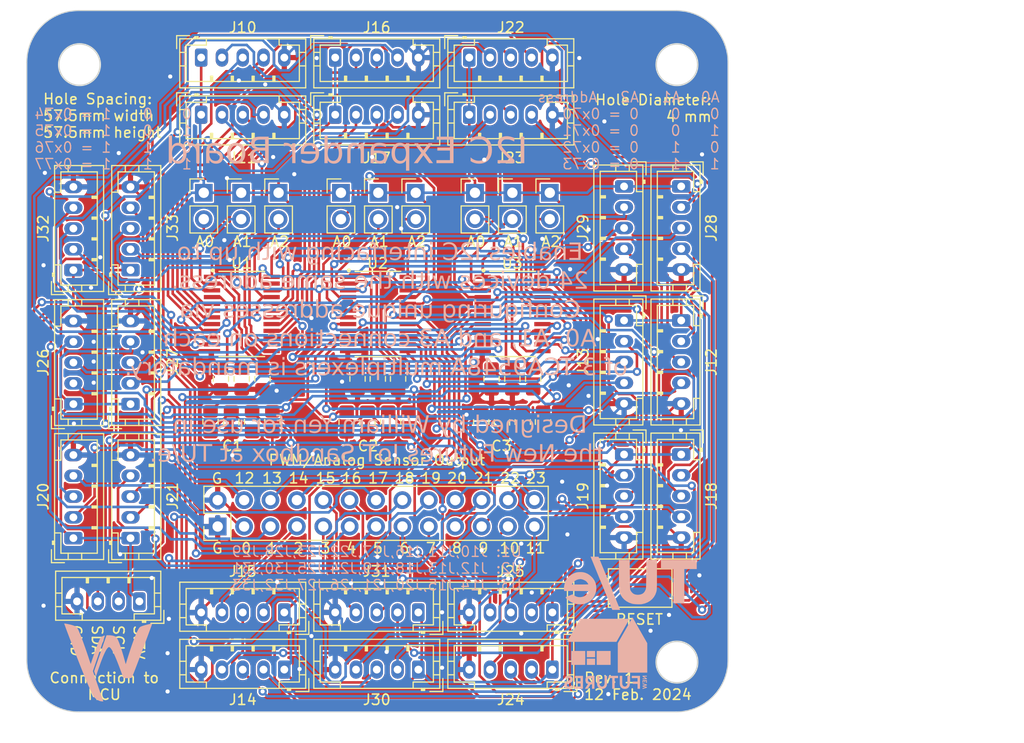
<source format=kicad_pcb>
(kicad_pcb (version 20240108) (generator "pcbnew") (generator_version "8.0")
  (title_block (title "I2C Expander Multiplexer Board") (date "2/13/2024") (rev "1") (company "Designed by William Yen") (comment 1 "Up to 2 I2C Expander boards and 1 separate TCA9548A can be used on 1 I2C bus") (comment 2 "Uses three generic purple TCA9548A breakout boards as donors"))
  (layers (0 "F.Cu" signal) (31 "B.Cu" signal) (34 "B.Paste" user) (35 "F.Paste" user) (36 "B.SilkS" user "B.Silkscreen") (37 "F.SilkS" user "F.Silkscreen") (38 "B.Mask" user) (39 "F.Mask" user) (44 "Edge.Cuts" user))
  (net 0 "")
  (net 1 "+3.3V")
  (net 2 "GND")
  (net 3 "/SDA")
  (net 4 "/SCL")
  (net 5 "/U1-A0")
  (net 6 "/U1-A1")
  (net 7 "/Sensor1Output")
  (net 8 "/U1-A2")
  (net 9 "/U1_SC0")
  (net 10 "/Sensor2Output")
  (net 11 "/Sensor3Output")
  (net 12 "/U1_SD0")
  (net 13 "/Sensor0Output")
  (net 14 "/U1_SC1")
  (net 15 "/U1_SD1")
  (net 16 "/U1_SC2")
  (net 17 "/Sensor5Output")
  (net 18 "/U1_SD2")
  (net 19 "/U1_SC3")
  (net 20 "/U1_SD3")
  (net 21 "/Sensor7Output")
  (net 22 "/U1_SC4")
  (net 23 "/U1_SD4")
  (net 24 "/U1_SC5")
  (net 25 "/U1_SD5")
  (net 26 "/U1_SC6")
  (net 27 "/U1_SD6")
  (net 28 "/U1_SD7")
  (net 29 "/U1_SC7")
  (net 30 "/U2-A0")
  (net 31 "/U2-A1")
  (net 32 "/U2-A2")
  (net 33 "/U2_SD0")
  (net 34 "/U2_SC0")
  (net 35 "/U2_SC4")
  (net 36 "/U2_SD4")
  (net 37 "/U2_SC1")
  (net 38 "/U2_SD1")
  (net 39 "/Sensor11Output")
  (net 40 "/U2_SC5")
  (net 41 "/U2_SD5")
  (net 42 "/U2_SC2")
  (net 43 "/U2_SD2")
  (net 44 "/U2_SC6")
  (net 45 "/U2_SD6")
  (net 46 "/U2_SC3")
  (net 47 "/U2_SD3")
  (net 48 "/U2_SC7")
  (net 49 "/Sensor17Output")
  (net 50 "/U2_SD7")
  (net 51 "/U3-A0")
  (net 52 "/U3-A1")
  (net 53 "/U3-A2")
  (net 54 "/U3_SC0")
  (net 55 "/U3_SD0")
  (net 56 "/U3_SC4")
  (net 57 "/U3_SD4")
  (net 58 "/U3_SC1")
  (net 59 "/U3_SD1")
  (net 60 "/U3_SC5")
  (net 61 "/U3_SD5")
  (net 62 "/U3_SC2")
  (net 63 "/U3_SD2")
  (net 64 "/U3_SC6")
  (net 65 "/U3_SD6")
  (net 66 "/U3_SC3")
  (net 67 "/U3_SD3")
  (net 68 "/U3_SC7")
  (net 69 "/U3_SD7")
  (net 70 "/Reset")
  (net 71 "/Sensor4Output")
  (net 72 "/Sensor6Output")
  (net 73 "/Sensor8Output")
  (net 74 "/Sensor12Output")
  (net 75 "/Sensor9Output")
  (net 76 "/Sensor13Output")
  (net 77 "/Sensor10Output")
  (net 78 "/Sensor14Output")
  (net 79 "/Sensor15Output")
  (net 80 "/Sensor16Output")
  (net 81 "/Sensor20Output")
  (net 82 "/Sensor21utput")
  (net 83 "/Sensor18Output")
  (net 84 "/Sensor22utput")
  (net 85 "/Sensor19Output")
  (net 86 "/Sensor23Output")
  (footprint "Connector_PinHeader_2.54mm:PinHeader_1x02_P2.54mm_Vertical" (layer "F.Cu") (at 116.8142 49.439)
    (property "Reference" "J6" (hide yes))
    (property "Value" "Conn_01x02_Pin")
  )
  (footprint "Connector_JST:JST_PH_B5B-PH-K_1x05_P2.00mm_Vertical" (layer "F.Cu") (at 74.5642 82.679 90)
    (property "Reference" "J20")
    (property "Value" "JST-PH 5-pin")
  )
  (footprint "Capacitor_SMD:C_0805_2012Metric_Pad1.18x1.45mm_HandSolder" (layer "F.Cu") (at 115.8142 71.5415 90)
    (property "Reference" "C3")
    (property "Value" "C")
  )
  (footprint "Resistor_SMD:R_0805_2012Metric_Pad1.20x1.40mm_HandSolder" (layer "F.Cu") (at 106.8142 71.504 90)
    (property "Reference" "R17" (hide yes))
    (property "Value" "R")
  )
  (footprint "Resistor_SMD:R_0805_2012Metric_Pad1.20x1.40mm_HandSolder" (layer "F.Cu") (at 118.8142 67.354 90)
    (property "Reference" "R9" (hide yes))
    (property "Value" "R")
  )
  (footprint "Connector_PinHeader_2.54mm:PinHeader_1x02_P2.54mm_Vertical" (layer "F.Cu") (at 113.2142 49.439)
    (property "Reference" "J3" (hide yes))
    (property "Value" "Conn_01x02_Pin")
  )
  (footprint "Connector_PinHeader_2.54mm:PinHeader_1x02_P2.54mm_Vertical" (layer "F.Cu") (at 90.7142 49.439)
    (property "Reference" "J4" (hide yes))
    (property "Value" "Conn_01x02_Pin")
  )
  (footprint "Resistor_SMD:R_0805_2012Metric_Pad1.20x1.40mm_HandSolder" (layer "F.Cu") (at 91.7642 71.479 90)
    (property "Reference" "R10" (hide yes))
    (property "Value" "R")
  )
  (footprint "Connector_JST:JST_PH_B5B-PH-K_1x05_P2.00mm_Vertical" (layer "F.Cu") (at 112.6642 41.929)
    (property "Reference" "J23")
    (property "Value" "JST-PH 5-pin")
  )
  (footprint "i2c_muliplex:SOP65P640X120-24N" (layer "F.Cu") (at 103.8742 61.104)
    (property "Reference" "U2")
    (property "Value" "TCA9548APWR")
  )
  (footprint "Connector_PinHeader_2.54mm:PinHeader_1x02_P2.54mm_Vertical" (layer "F.Cu") (at 87.1142 49.439)
    (property "Reference" "J7" (hide yes))
    (property "Value" "Conn_01x02_Pin")
  )
  (footprint "Connector_JST:JST_PH_B5B-PH-K_1x05_P2.00mm_Vertical" (layer "F.Cu") (at 120.6642 89.829 180)
    (property "Reference" "J25")
    (property "Value" "JST-PH 5-pin")
  )
  (footprint "Connector_JST:JST_PH_B5B-PH-K_1x05_P2.00mm_Vertical" (layer "F.Cu") (at 99.7642 41.929)
    (property "Reference" "J17")
    (property "Value" "JST-PH 5-pin")
  )
  (footprint "i2c_muliplex:SOP65P640X120-24N" (layer "F.Cu") (at 90.7742 61.104)
    (property "Reference" "U1")
    (property "Value" "TCA9548APWR")
  )
  (footprint "Connector_PinHeader_2.54mm:PinHeader_1x02_P2.54mm_Vertical" (layer "F.Cu") (at 94.3142 49.439)
    (property "Reference" "J1" (hide yes))
    (property "Value" "Conn_01x02_Pin")
  )
  (footprint "Connector_JST:JST_PH_B5B-PH-K_1x05_P2.00mm_Vertical" (layer "F.Cu") (at 86.8642 36.429)
    (property "Reference" "J10")
    (property "Value" "JST-PH 5-pin")
  )
  (footprint "Resistor_SMD:R_0805_2012Metric_Pad1.20x1.40mm_HandSolder" (layer "F.Cu") (at 104.8642 71.504 90)
    (property "Reference" "R11" (hide yes))
    (property "Value" "R")
  )
  (footprint "Connector_JST:JST_PH_B5B-PH-K_1x05_P2.00mm_Vertical" (layer "F.Cu") (at 107.7642 89.829 180)
    (property "Reference" "J31")
    (property "Value" "JST-PH 5-pin")
  )
  (footprint "Resistor_SMD:R_0805_2012Metric_Pad1.20x1.40mm_HandSolder" (layer "F.Cu") (at 101.9142 67.354 90)
    (property "Reference" "R2" (hide yes))
    (property "Value" "R")
  )
  (footprint "Resistor_SMD:R_0805_2012Metric_Pad1.20x1.40mm_HandSolder" (layer "F.Cu") (at 100.8642 71.504 90)
    (property "Reference" "R14" (hide yes))
    (property "Value" "R")
  )
  (footprint "Resistor_SMD:R_0805_2012Metric_Pad1.20x1.40mm_HandSolder" (layer "F.Cu") (at 103.8642 67.354 90)
    (property "Reference" "R5" (hide yes))
    (property "Value" "R")
  )
  (footprint "Connector_JST:JST_PH_B5B-PH-K_1x05_P2.00mm_Vertical" (layer "F.Cu") (at 99.7642 36.429)
    (property "Reference" "J16")
    (property "Value" "JST-PH 5-pin")
  )
  (footprint "Resistor_SMD:R_0805_2012Metric_Pad1.20x1.40mm_HandSolder" (layer "F.Cu") (at 90.7642 67.354 90)
    (property "Reference" "R4" (hide yes))
    (property "Value" "R")
  )
  (footprint "Connector_JST:JST_PH_B5B-PH-K_1x05_P2.00mm_Vertical" (layer "F.Cu") (at 133.0642 48.829 -90)
    (property "Reference" "J28")
    (property "Value" "JST-PH 5-pin")
  )
  (footprint "Resistor_SMD:R_0805_2012Metric_Pad1.20x1.40mm_HandSolder" (layer "F.Cu") (at 114.8142 67.354 90)
    (property "Reference" "R3" (hide yes))
    (property "Value" "R")
  )
  (footprint "Connector_JST:JST_PH_B5B-PH-K_1x05_P2.00mm_Vertical" (layer "F.Cu") (at 127.5642 48.829 -90)
    (property "Reference" "J29")
    (property "Value" "JST-PH 5-pin")
  )
  (footprint "Connector_JST:JST_PH_B5B-PH-K_1x05_P2.00mm_Vertical" (layer "F.Cu") (at 80.0642 69.779 90)
    (property "Reference" "J27")
    (property "Value" "JST-PH 5-pin")
  )
  (footprint "Button_Switch_SMD:SW_SPST_CK_RS282G05A3" (layer "F.Cu") (at 129.1142 87.479)
    (property "Reference" "SW1" (hide yes))
    (property "Value" "SW_Push")
  )
  (footprint "Connector_PinHeader_2.54mm:PinHeader_1x02_P2.54mm_Vertical" (layer "F.Cu") (at 120.4142 49.439)
    (property "Reference" "J9" (hide yes))
    (property "Value" "Conn_01x02_Pin")
  )
  (footprint "Connector_JST:JST_PH_B5B-PH-K_1x05_P2.00mm_Vertical" (layer "F.Cu") (at 133.0642 61.729 -90)
    (property "Reference" "J12")
    (property "Value" "JST-PH 5-pin")
  )
  (footprint "Connector_JST:JST_PH_B5B-PH-K_1x05_P2.00mm_Vertical" (layer "F.Cu") (at 120.6642 95.329 180)
    (property "Reference" "J24")
    (property "Value" "JST-PH 5-pin")
  )
  (footprint "Connector_JST:JST_PH_B4B-PH-K_1x04_P2.00mm_Vertical" (layer "F.Cu") (at 80.9154 88.767 180)
    (property "Reference" "J34" (hide yes))
    (property "Value" "Conn_01x04_Pin")
  )
  (footprint "Resistor_SMD:R_0805_2012Metric_Pad1.20x1.40mm_HandSolder" (layer "F.Cu") (at 92.7642 67.354 90)
    (property "Reference" "R7" (hide yes))
    (property "Value" "R")
  )
  (footprint "Connector_JST:JST_PH_B5B-PH-K_1x05_P2.00mm_Vertical" (layer "F.Cu") (at 94.8642 89.829 180)
    (property "Reference" "J15")
    (property "Value" "JST-PH 5-pin")
  )
  (footprint "Connector_JST:JST_PH_B5B-PH-K_1x05_P2.00mm_Vertical" (layer "F.Cu") (at 127.5642 61.729 -90)
    (property "Reference" "J13")
    (property "Value" "JST-PH 5-pin")
  )
  (footprint "Resistor_SMD:R_0805_2012Metric_Pad1.20x1.40mm_HandSolder" (layer "F.Cu") (at 87.7642 71.479 90)
    (property "Reference" "R13" (hide yes))
    (property "Value" "R")
  )
  (footprint "Connector_PinHeader_2.54mm:PinHeader_1x02_P2.54mm_Vertical" (layer "F.Cu") (at 107.5142 49.439)
    (property "Reference" "J8" (hide yes))
    (property "Value" "Conn_01x02_Pin")
  )
  (footprint "Resistor_SMD:R_0805_2012Metric_Pad1.20x1.40mm_HandSolder" (layer "F.Cu") (at 116.8142 67.354 90)
    (property "Reference" "R6" (hide yes))
    (property "Value" "R")
  )
  (footprint "Connector_PinHeader_2.54mm:PinHeader_1x02_P2.54mm_Vertical" (layer "F.Cu") (at 103.9142 49.439)
    (property "Reference" "J5" (hide yes))
    (property "Value" "Conn_01x02_Pin")
  )
  (footprint "i2c_muliplex:SOP65P640X120-24N" (layer "F.Cu") (at 116.8342 61.104)
    (property "Reference" "U3")
    (property "Value" "TCA9548APWR")
  )
  (footprint "Resistor_SMD:R_0805_2012Metric_Pad1.20x1.40mm_HandSolder" (layer "F.Cu") (at 119.7642 71.504 90)
    (property "Reference" "R18" (hide yes))
    (property "Value" "R")
  )
  (footprint "Resistor_SMD:R_0805_2012Metric_Pad1.20x1.40mm_HandSolder" (layer "F.Cu") (at 117.8142 71.504 90)
    (property "Reference" "R12" (hide yes))
    (property "Value" "R")
  )
  (footprint "Connector_JST:JST_PH_B5B-PH-K_1x05_P2.00mm_Vertical" (layer "F.Cu") (at 80.0642 82.679 90)
    (property "Reference" "J21")
    (property "Value" "JST-PH 5-pin")
  )
  (footprint "Connector_JST:JST_PH_B5B-PH-K_1x05_P2.00mm_Vertical" (layer "F.Cu") (at 107.7642 95.329 180)
    (property "Reference" "J30")
    (property "Value" "JST-PH 5-pin")
  )
  (footprint "Connector_JST:JST_PH_B5B-PH-K_1x05_P2.00mm_Vertical" (layer "F.Cu") (at 86.8642 41.929)
    (property "Reference" "J11")
    (property "Value" "JST-PH 5-pin")
  )
  (footprint "Capacitor_SMD:C_0805_2012Metric_Pad1.18x1.45mm_HandSolder" (layer "F.Cu") (at 102.8642 71.5415 90)
    (property "Reference" "C2")
    (property "Value" "C")
  )
  (footprint "Connector_JST:JST_PH_B5B-PH-K_1x05_P2.00mm_Vertical" (layer "F.Cu") (at 112.6642 36.429)
    (property "Reference" "J22")
    (property "Value" "JST-PH 5-pin")
  )
  (footprint "Connector_PinHeader_2.54mm:PinHeader_2x13_P2.54mm_Vertical" (layer "F.Cu") (at 88.4542 81.56 90)
    (property "Reference" "J36" (hide yes))
    (property "Value" "Conn_02x13_Top_Bottom")
  )
  (footprint "Connector_JST:JST_PH_B5B-PH-K_1x05_P2.00mm_Vertical" (layer "F.Cu") (at 80.0642 56.879 90)
    (property "Reference" "J33")
    (property "Value" "JST-PH 5-pin")
  )
  (footprint "Resistor_SMD:R_0805_2012Metric_Pad1.20x1.40mm_HandSolder" (layer "F.Cu") (at 93.7142 71.479 90)
    (property "Reference" "R16" (hide yes))
    (property "Value" "R")
  )
  (footprint "Connector_PinHeader_2.54mm:PinHeader_1x02_P2.54mm_Vertical" (layer "F.Cu") (at 100.3142 49.439)
    (property "Reference" "J2" (hide yes))
    (property "Value" "Conn_01x02_Pin")
  )
  (footprint "Connector_JST:JST_PH_B5B-PH-K_1x05_P2.00mm_Vertical" (layer "F.Cu") (at 127.5642 74.629 -90)
    (property "Reference" "J19")
    (property "Value" "JST-PH 5-pin")
  )
  (footprint "Connector_JST:JST_PH_B5B-PH-K_1x05_P2.00mm_Vertical" (layer "F.Cu") (at 94.8642 95.329 180)
    (property "Reference" "J14")
    (property "Value" "JST-PH 5-pin")
  )
  (footprint "Resistor_SMD:R_0805_2012Metric_Pad1.20x1.40mm_HandSolder" (layer "F.Cu") (at 88.7642 67.354 90)
    (property "Reference" "R1" (hide yes))
    (property "Value" "R")
  )
  (footprint "Resistor_SMD:R_0805_2012Metric_Pad1.20x1.40mm_HandSolder" (layer "F.Cu") (at 105.8142 67.354 90)
    (property "Reference" "R8" (hide yes))
    (property "Value" "R")
  )
  (footprint "Capacitor_SMD:C_0805_2012Metric_Pad1.18x1.45mm_HandSolder" (layer "F.Cu") (at 89.7642 71.5165 90)
    (property "Reference" "C1")
    (property "Value" "C")
  )
  (footprint "Connector_JST:JST_PH_B5B-PH-K_1x05_P2.00mm_Vertical" (layer "F.Cu") (at 74.5642 69.779 90)
    (property "Reference" "J26")
    (property "Value" "JST-PH 5-pin")
  )
  (footprint "Resistor_SMD:R_0805_2012Metric_Pad1.20x1.40mm_HandSolder" (layer "F.Cu") (at 113.8142 71.504 90)
    (property "Reference" "R15" (hide yes))
    (property "Value" "R")
  )
  (footprint "Connector_JST:JST_PH_B5B-PH-K_1x05_P2.00mm_Vertical" (layer "F.Cu") (at 133.0642 74.629 -90)
    (property "Reference" "J18")
    (property "Value" "JST-PH 5-pin")
  )
  (footprint "Connector_JST:JST_PH_B5B-PH-K_1x05_P2.00mm_Vertical" (layer "F.Cu") (at 74.5642 56.879 90)
    (property "Reference" "J32")
    (property "Value" "JST-PH 5-pin")
  )
  (footprint "Logos:MyLogo" (layer "B.Cu") (at 77.9162 94.641 180)
    (property "Reference" "G***" (hide yes))
    (property "Value" "LOGO" (hide yes))
  )
  (footprint "Logos:TUeLogoKiCADFootprint" (layer "B.Cu") (at 128.3352 87.021 180)
    (property "Reference" "G***" (hide yes))
    (property "Value" "LOGO" (hide yes))
  )
  (footprint "Logos:NewFuturesLogo" (layer "B.Cu") (at 125.7952 93.752 180)
    (property "Reference" "G***" (hide yes))
    (property "Value" "LOGO" (hide yes))
  )
  (gr_arc (start 75.0742 99.403) (mid 71.538666 97.938534) (end 70.0742 94.403) (stroke (width 0.1)) (layer "Edge.Cuts"))
  (gr_line (start 75.0742 31.903) (end 132.5742 31.903) (stroke (width 0.1)) (layer "Edge.Cuts"))
  (gr_arc (start 132.5742 31.903) (mid 136.109734 33.367466) (end 137.5742 36.903) (stroke (width 0.1)) (layer "Edge.Cuts"))
  (gr_circle (center 132.6532 37.11) (end 134.6532 37.11) (stroke (width 0.15)) (fill none) (layer "Edge.Cuts"))
  (gr_arc (start 137.5742 94.403) (mid 136.109734 97.938534) (end 132.5742 99.403) (stroke (width 0.1)) (layer "Edge.Cuts"))
  (gr_circle (center 132.6532 94.61) (end 134.6532 94.61) (stroke (width 0.15)) (fill none) (layer "Edge.Cuts"))
  (gr_line (start 137.5742 36.903) (end 137.5742 94.403) (stroke (width 0.1)) (layer "Edge.Cuts"))
  (gr_arc (start 70.0742 36.903) (mid 71.538666 33.367466) (end 75.0742 31.903) (stroke (width 0.1)) (layer "Edge.Cuts"))
  (gr_circle (center 75.1532 37.11) (end 77.1532 37.11) (stroke (width 0.15)) (fill none) (layer "Edge.Cuts"))
  (gr_line (start 70.0742 94.403) (end 70.0742 36.903) (stroke (width 0.1)) (layer "Edge.Cuts"))
  (gr_line (start 132.5742 99.403) (end 75.0742 99.403) (stroke (width 0.1)) (layer "Edge.Cuts"))
  (gr_text "Enables I2C interfacing with up to \n24 devices with the same address. \nConfiguring unique addresses via \nA0, A1, and A3 connections on each \nof 3 TCA9548A multiplexers is mandatory.\n\nDesigned by William Yen for use in \nthe New Futures IoT Sandbox at TU/e." (at 103.6972 75.591 0) (layer "B.SilkS") (effects (font (size 1.65 1.65) (thickness 0.3125)) (justify bottom mirror)))
  (gr_text "U1: J10,J11,J16,J17,J22,J23,J28,J29\nU2: J12,J13,J18,J19,J24,J25,J30,J31\nU3: J14,J15,J20,J21,J26,J27,J32,J33\n" (at 117.7942 87.783 0) (layer "B.SilkS") (effects (font (size 1 1) (thickness 0.125)) (justify left bottom mirror)))
  (gr_text "I2C Expander Board" (at 118.3022 47.016 0) (layer "B.SilkS") (effects (font (size 2.5 2.5) (thickness 0.3125)) (justify left bottom mirror)))
  (gr_text "A0	A1	A2	Address\n0	0	0 = 0x70\n1	0	0 = 0x71\n0	1	0 = 0x72\n1	1	0 = 0x73" (at 136.8442 39.65 0) (layer "B.SilkS") (effects (font (size 1 1) (thickness 0.125)) (justify left top mirror)))
  (gr_text "0	0	1 = 0x74\n1	0	1 = 0x75\n0 	1	1 = 0x76\n1 	1 	1 = 0x77" (at 86.0442 47.27 0) (layer "B.SilkS") (effects (font (size 1 1) (thickness 0.125)) (justify left bottom mirror)))
  (gr_text "1" (at 93.0962 84.227 0) (layer "F.SilkS") (effects (font (size 1 1)) (justify left bottom)))
  (gr_text "G" (at 87.8222 84.227 0) (layer "F.SilkS") (effects (font (size 1 1)) (justify left bottom)))
  (gr_text "18" (at 105.3882 77.496 0) (layer "F.SilkS") (effects (font (size 1 1)) (justify left bottom)))
  (gr_text "Rev. 1\n12 Feb. 2024" (at 123.6362 98.324 0) (layer "F.SilkS") (effects (font (size 1 1)) (justify left bottom)))
  (gr_text "RESET" (at 126.6842 91.085 0) (layer "F.SilkS") (effects (font (size 1 1)) (justify left bottom)))
  (gr_text "SDA" (at 76.264199 90.953996 -90) (layer "F.SilkS") (effects (font (size 1 1)) (justify left bottom)))
  (gr_text "A1" (at 89.8042 54.729 0) (layer "F.SilkS") (effects (font (size 1 1)) (justify left bottom)))
  (gr_text "Connection to\nMCU" (at 77.5352 98.324 0) (layer "F.SilkS") (effects (font (size 1 1)) (justify bottom)))
  (gr_text "23" (at 118.0382 77.496 0) (layer "F.SilkS") (effects (font (size 1 1)) (justify left bottom)))
  (gr_text "A0" (at 99.4142 54.729 0) (layer "F.SilkS") (effects (font (size 1 1)) (justify left bottom)))
  (gr_text "A0" (at 86.2142 54.729 0) (layer "F.SilkS") (effects (font (size 1 1)) (justify left bottom)))
  (gr_text "4" (at 100.7462 84.227 0) (layer "F.SilkS") (effects (font (size 1 1)) (justify left bottom)))
  (gr_text "Hole Spacing:\n57.5mm width\n57.5mm height\n" (at 71.5662 44.222 0) (layer "F.SilkS") (effects (font (size 1 1)) (justify left bottom)))
  (gr_text "A2" (at 93.4142 54.729 0) (layer "F.SilkS") (effects (font (size 1 1)) (justify left bottom)))
  (gr_text "Hole Diameter:\n4 mm" (at 136.0822 42.698 0) (layer "F.SilkS") (effects (font (size 1 1)) (justify right bottom)))
  (gr_text "A1" (at 103.0042 54.729 0) (layer "F.SilkS") (effects (font (size 1 1)) (justify left bottom)))
  (gr_text "5" (at 103.2962 84.227 0) (layer "F.SilkS") (effects (font (size 1 1)) (justify left bottom)))
  (gr_text "22" (at 115.5382 77.496 0) (layer "F.SilkS") (effects (font (size 1 1)) (justify left bottom)))
  (gr_text "11" (at 117.9962 84.227 0) (layer "F.SilkS") (effects (font (size 1 1)) (justify left bottom)))
  (gr_text "SCL" (at 78.314199 90.953998 -90) (layer "F.SilkS") (effects (font (size 1 1)) (justify left bottom)))
  (gr_text "PWM/Analog Sensor Output" (at 93.2642 75.754 0) (layer "F.SilkS") (effects (font (size 1 1)) (justify left bottom)))
  (gr_text "2" (at 95.6462 84.227 0) (layer "F.SilkS") (effects (font (size 1 1)) (justify left bottom)))
  (gr_text "3" (at 98.2462 84.227 0) (layer "F.SilkS") (effects (font (size 1 1)) (justify left bottom)))
  (gr_text "17" (at 102.8382 77.496 0) (layer "F.SilkS") (effects (font (size 1 1)) (justify left bottom)))
  (gr_text "A2" (at 119.5142 54.729 0) (layer "F.SilkS") (effects (font (size 1 1)) (justify left bottom)))
  (gr_text "G" (at 87.7892 77.523 0) (layer "F.SilkS") (effects (font (size 1 1)) (justify left bottom)))
  (gr_text "15" (at 97.7882 77.496 0) (layer "F.SilkS") (effects (font (size 1 1)) (justify left bottom)))
  (gr_text "10" (at 115.4962 84.227 0) (layer "F.SilkS") (effects (font (size 1 1)) (justify left bottom)))
  (gr_text "6" (at 105.8462 84.227 0) (layer "F.SilkS") (effects (font (size 1 1)) (justify left bottom)))
  (gr_text "13" (at 92.6382 77.496 0) (layer "F.SilkS") (effects (font (size 1 1)) (justify left bottom)))
  (gr_text "A2" (at 106.6142 54.729 0) (layer "F.SilkS") (effects (font (size 1 1)) (justify left bottom)))
  (gr_text "7" (at 108.3962 84.227 0) (layer "F.SilkS") (effects (font (size 1 1)) (justify left bottom)))
  (gr_text "A1" (at 115.9042 54.729 0) (layer "F.SilkS") (effects (font (size 1 1)) (justify left bottom)))
  (gr_text "9" (at 113.4462 84.227 0) (layer "F.SilkS") (effects (font (size 1 1)) (justify left bottom)))
  (gr_text "12" (at 89.9812 77.496 0) (layer "F.SilkS") (effects (font (size 1 1)) (justify left bottom)))
  (gr_text "21" (at 112.9882 77.496 0) (layer "F.SilkS") (effects (font (size 1 1)) (justify left bottom)))
  (gr_text "20" (at 110.4382 77.496 0) (layer "F.SilkS") (effects (font (size 1 1)) (justify left bottom)))
  (gr_text "8" (at 110.8962 84.227 0) (layer "F.SilkS") (effects (font (size 1 1)) (justify left bottom)))
  (gr_text "14" (at 95.1882 77.496 0) (layer "F.SilkS") (effects (font (size 1 1)) (justify left bottom)))
  (gr_text "16" (at 100.2882 77.496 0) (layer "F.SilkS") (effects (font (size 1 1)) (justify left bottom)))
  (gr_text "0" (at 90.6262 84.227 0) (layer "F.SilkS") (effects (font (size 1 1)) (justify left bottom)))
  (gr_text "3.3V" (at 80.2892 91.004 -90) (layer "F.SilkS") (effects (font (size 1 1)) (justify left bottom)))
  (gr_text "19" (at 107.9382 77.496 0) (layer "F.SilkS") (effects (font (size 1 1)) (justify left bottom)))
  (gr_text "GND" (at 74.239198 90.928998 -90) (layer "F.SilkS") (effects (font (size 1 1)) (justify left bottom)))
  (gr_text "A0" (at 112.3142 54.729 0) (layer "F.SilkS") (effects (font (size 1 1)) (justify left bottom)))
  (segment (start 100.8642 72.504) (end 100.8642 73.598) (width 0.25) (layer "F.Cu") (net 1))
  (segment (start 112.6642 47.7121) (end 112.6642 41.929) (width 0.25) (layer "F.Cu") (net 1))
  (segment (start 102.8642 70.504) (end 100.8642 72.504) (width 0.25) (layer "F.Cu") (net 1))
  (segment (start 74.3302 69.779) (end 73.3589 70.7503) (width 0.25) (layer "F.Cu") (net 1))
  (segment (start 113.2142 48.2621) (end 112.6642 47.7121) (width 0.25) (layer "F.Cu") (net 1))
  (segment (start 93.6442 55.6228) (end 93.6442 57.529) (width 0.25) (layer "F.Cu") (net 1))
  (segment (start 117.8142 72.504) (end 116.8022 73.516) (width 0.25) (layer "F.Cu") (net 1))
  (segment (start 108.0858 95.0074) (end 107.7642 95.329) (width 0.25) (layer "F.Cu") (net 1))
  (segment (start 74.5642 56.879) (end 80.0642 56.879) (width 0.25) (layer "F.Cu") (net 1))
  (segment (start 133.0642 59.5722) (end 133.0642 61.729) (width 0.25) (layer "F.Cu") (net 1))
  (segment (start 73.3622 68.878) (end 73.3622 61.3604) (width 0.25) (layer "F.Cu") (net 1))
  (segment (start 114.0057 72.504) (end 114.0057 72.3125) (width 0.25) (layer "F.Cu") (net 1))
  (segment (start 119.7642 72.504) (end 117.8142 72.504) (width 0.25) (layer "F.Cu") (net 1))
  (segment (start 121.5911 55.1578) (end 119.7042 57.0447) (width 0.25) (layer "F.Cu") (net 1))
  (segment (start 99.7642 42.1525) (end 99.7642 41.929) (width 0.25) (layer "F.Cu") (net 1))
  (segment (start 133.3612 74.629) (end 133.0642 74.629) (width 0.25) (layer "F.Cu") (net 1))
  (segment (start 120.6642 81.5154) (end 127.4179 74.7617) (width 0.25) (layer "F.Cu") (net 1))
  (segment (start 86.8642 41.929) (end 86.8642 36.429) (width 0.25) (layer "F.Cu") (net 1))
  (segment (start 98.6365 77.2843) (end 100.0839 77.2843) (width 0.25) (layer "F.Cu") (net 1))
  (segment (start 94.8642 95.5225) (end 94.8642 95.329) (width 0.25) (layer "F.Cu") (net 1))
  (segment (start 74.2632 69.779) (end 73.3622 68.878) (width 0.25) (layer "F.Cu") (net 1))
  (segment (start 133.2937 61.729) (end 134.2661 62.7014) (width 0.25) (layer "F.Cu") (net 1))
  (segment (start 127.5642 74.629) (end 127.5506 74.629) (width 0.25) (layer "F.Cu") (net 1))
  (segment (start 119.7759 72.4923) (end 119.7642 72.504) (width 0.25) (layer "F.Cu") (net 1))
  (segment (start 94.3142 47.6025) (end 99.7642 42.1525) (width 0.25) (layer "F.Cu") (net 1))
  (segment (start 95.3152 75.464) (end 93.7142 73.863) (width 0.25) (layer "F.Cu") (net 1))
  (segment (start 95.4911 53.7759) (end 93.6442 55.6228) (width 0.25) (layer "F.Cu") (net 1))
  (segment (start 120.6642 89.829) (end 120.6642 95.329) (width 0.25) (layer "F.Cu") (net 1))
  (segment (start 116.8022 73.516) (end 115.0177 73.516) (width 0.25) (layer "F.Cu") (net 1))
  (segment (start 107.7642 89.829) (end 108.0858 90.1506) (width 0.25) (layer "F.Cu") (net 1))
  (segment (start 73.3589 81.7017) (end 74.3362 82.679) (width 0.25) (layer "F.Cu") (net 1))
  (segment (start 133.3232 48.829) (end 134.2963 49.8021) (width 0.25) (layer "F.Cu") (net 1))
  (segment (start 73.3622 61.3604) (end 74.5642 60.1584) (width 0.25) (layer "F.Cu") (net 1))
  (segment (start 100.0839 77.2843) (end 104.8642 72.504) (width 0.25) (layer "F.Cu") (net 1))
  (segment (start 108.6948 50.6196) (end 108.6948 53.1641) (width 0.25) (layer "F.Cu") (net 1))
  (segment (start 134.2661 73.7241) (end 133.3612 74.629) (width 0.25) (layer "F.Cu") (net 1))
  (segment (start 107.5142 49.439) (end 108.6948 50.6196) (width 0.25) (layer "F.Cu") (net 1))
  (segment (start 127.4179 74.7617) (end 125.1485 72.4923) (width 0.25) (layer "F.Cu") (net 1))
  (segment (start 113.2142 49.439) (end 113.2142 48.2621) (width 0.25) (layer "F.Cu") (net 1))
  (segment (start 97.294 87.3992) (end 97.294 78.6268) (width 0.25) (layer "F.Cu") (net 1))
  (segment (start 74.5642 69.779) (end 74.3302 69.779) (width 0.25) (layer "F.Cu") (net 1))
  (segment (start 108.6948 53.1641) (end 106.7442 55.1147) (width 0.25) (layer "F.Cu") (net 1))
  (segment (start 125.1485 72.4923) (end 119.7759 72.4923) (width 0.25) (layer "F.Cu") (net 1))
  (segment (start 133.0642 61.729) (end 133.2937 61.729) (width 0.25) (layer "F.Cu") (net 1))
  (segment (start 93.7142 73.863) (end 93.7142 72.479) (width 0.25) (layer "F.Cu") (net 1))
  (segment (start 114.0057 72.504) (end 113.8142 72.504) (width 0.25) (layer "F.Cu") (net 1))
  (segment (start 94.8642 89.829) (end 97.294 87.3992) (width 0.25) (layer "F.Cu") (net 1))
  (segment (start 91.7642 72.479) (end 89.7642 70.479) (width 0.25) (layer "F.Cu") (net 1))
  (segment (start 107.7642 95.654) (end 106.8534 96.5648) (width 0.25) (layer "F.Cu") (net 1))
  (segment (start 98.9982 75.464) (end 95.3152 75.464) (width 0.25) (layer "F.Cu") (net 1))
  (segment (start 91.7642 72.479) (end 93.7142 72.479) (width 0.25) (layer "F.Cu") (net 1))
  (segment (start 133.0642 48.829) (end 133.3232 48.829) (width 0.25) (layer "F.Cu") (net 1))
  (segment (start 134.2963 49.8021) (end 134.2963 58.3401) (width 0.25) (layer "F.Cu") (net 1))
  (segment (start 74.3362 82.679) (end 74.5642 82.679) (width 0.25) (layer "F.Cu") (net 1))
  (segment (start 94.3142 49.439) (end 94.3142 47.6025) (width 0.25) (layer "F.Cu") (net 1))
  (segment (start 73.3589 70.7503) (end 73.3589 81.7017) (width 0.25) (layer "F.Cu") (net 1))
  (segment (start 120.6642 89.829) (end 120.6642 81.5154) (width 0.25) (layer "F.Cu") (net 1))
  (segment (start 115.0177 73.516) (end 114.0057 72.504) (width 0.25) (layer "F.Cu") (net 1))
  (segment (start 100.8642 73.598) (end 98.9982 75.464) (width 0.25) (layer "F.Cu") (net 1))
  (segment (start 127.5506 74.629) (end 127.4179 74.7617) (width 0.25) (layer "F.Cu") (net 1))
  (segment (start 95.9065 96.5648) (end 94.8642 95.5225) (width 0.25) (layer "F.Cu") (net 1))
  (segment (start 104.8642 72.504) (end 106.8142 72.504) (width 0.25) (layer "F.Cu") (net 1))
  (segment (start 106.8534 96.5648) (end 95.9065 96.5648) (width 0.25) (layer "F.Cu") (net 1))
  (segment (start 102.8642 70.504) (end 104.8642 72.504) (width 0.25) (layer "F.Cu") (net 1))
  (segment (start 107.7642 95.329) (end 107.7642 95.654) (width 0.25) (layer "F.Cu") (net 1))
  (segment (start 94.3142 49.439) (end 95.4911 50.6159) (width 0.25) (layer "F.Cu") (net 1))
  (segment (start 106.7442 55.1147) (end 106.7442 57.529) (width 0.25) (layer "F.Cu") (net 1))
  (segment (start 134.2661 62.7014) (end 134.2661 73.7241) (width 0.25) (layer "F.Cu") (net 1))
  (segment (start 134.2963 58.3401) (end 133.0642 59.5722) (width 0.25) (layer "F.Cu") (net 1))
  (segment (start 114.0057 72.3125) (end 115.8142 70.504) (width 0.25) (layer "F.Cu") (net 1))
  (segment (start 120.4142 49.439) (end 121.5911 50.6159) (width 0.25) (layer "F.Cu") (net 1))
  (segment (start 119.7042 57.0447) (end 119.7042 57.529) (width 0.25) (layer "F.Cu") (net 1))
  (segment (start 108.0858 90.1506) (end 108.0858 95.0074) (width 0.25) (layer "F.Cu") (net 1))
  (segment (start 97.294 78.6268) (end 98.6365 77.2843) (width 0.25) (layer "F.Cu") (net 1))
  (segment (start 87.7642 72.479) (end 89.7642 70.479) (width 0.25) (layer "F.Cu") (net 1))
  (segment (start 74.5642 69.779) (end 74.2632 69.779) (width 0.25) (layer "F.Cu") (net 1))
  (segment (start 121.5911 50.6159) (end 121.5911 55.1578) (width 0.25) (layer "F.Cu") (net 1))
  (segment (start 74.5642 60.1584) (end 74.5642 56.879) (width 0.25) (layer "F.Cu") (net 1))
  (segment (start 95.4911 50.6159) (end 95.4911 53.7759) (width 0.25) (layer "F.Cu") (net 1))
  (segment (start 80.0642 82.679) (end 80.0642 87.9158) (width 0.25) (layer "B.Cu") (net 1))
  (segment (start 95.4971 90.4619) (end 95.4971 94.6961) (width 0.25) (layer "B.Cu") (net 1))
  (segment (start 99.7642 41.929) (end 99.7642 36.429) (width 0.25) (layer "B.Cu") (net 1))
  (segment (start 78.8298 54.5256) (end 79.4764 53.879) (width 0.25) (layer "B.Cu") (net 1))
  (segment (start 80.0642 82.679) (end 74.5642 82.679) (width 0.25) (layer "B.Cu") (net 1))
  (segment (start 100.3142 49.439) (end 99.1373 49.439) (width 0.25) (layer "B.Cu") (net 1))
  (segment (start 85.9373 49.439) (end 87.1142 49.439) (width 0.25) (layer "B.Cu") (net 1))
  (segment (start 113.2142 49.439) (end 116.8142 49.439) (width 0.25) (layer "B.Cu") (net 1))
  (segment (start 79.7782 56.879) (end 78.8298 55.9306) (width 0.25) (layer "B.Cu") (net 1))
  (segment (start 120.4142 49.439) (end 124.0072 49.439) (width 0.25) (layer "B.Cu") (net 1))
  (segment (start 78.8298 55.9306) (end 78.8298 54.5256) (width 0.25) (layer "B.Cu") (net 1))
  (segment (start 79.4764 53.879) (end 81.4973 53.879) (width 0.25) (layer "B.Cu") (net 1))
  (segment (start 99.1146 49.4617) (end 99.1373 49.439) (width 0.25) (layer "B.Cu") (net 1))
  (segment (start 120.6642 95.329) (end 119.4623 96.5309) (width 0.25) (layer "B.Cu") (net 1))
  (segment (start 103.9142 49.439) (end 107.5142 49.439) (width 0.25) (layer "B.Cu") (net 1))
  (segment (start 119.4623 96.5309) (end 108.9661 96.5309) (width 0.25) (layer "B.Cu") (net 1))
  (segment (start 80.0642 69.779) (end 74.5642 69.779) (width 0.25) (layer "B.Cu") (net 1))
  (segment (start 87.1142 49.439) (end 89.5373 49.439) (width 0.25) (layer "B.Cu") (net 1))
  (segment (start 120.4142 49.439) (end 116.8142 49.439) (width 0.25) (layer "B.Cu") (net 1))
  (segment (start 87.1142 49.439) (end 87.1142 48.2621) (width 0.25) (layer "B.Cu") (net 1))
  (segment (start 127.5642 74.629) (end 133.0642 74.629) (width 0.25) (layer "B.Cu") (net 1))
  (segment (start 95.4971 94.6961) (end 94.8642 95.329) (width 0.25) (layer "B.Cu") (net 1))
  (segment (start 86.765 42.0282) (end 86.765 47.9129) (width 0.25) (layer "B.Cu") (net 1))
  (segment (start 127.5642 48.829) (end 133.0642 48.829) (width 0.25) (layer "B.Cu") (net 1))
  (segment (start 90.7142 49.439) (end 89.5373 49.439) (width 0.25) (layer "B.Cu") (net 1))
  (segment (start 94.3142 49.439) (end 95.4911 49.439) (width 0.25) (layer "B.Cu") (net 1))
  (segment (start 108.9661 96.5309) (end 107.7642 95.329) (width 0.25) (layer "B.Cu") (net 1))
  (segment (start 107.5142 49.439) (end 113.2142 49.439) (width 0.25) (layer "B.Cu") (net 1))
  (segment (start 95.5138 49.4617) (end 99.1146 49.4617) (width 0.25) (layer "B.Cu") (net 1))
  (segment (start 86.765 47.9129) (end 87.1142 48.2621) (width 0.25) (layer "B.Cu") (net 1))
  (segment (start 95.4911 49.439) (end 95.5138 49.4617) (width 0.25) (layer "B.Cu") (net 1))
  (segment (start 124.6172 48.829) (end 127.5642 48.829) (width 0.25) (layer "B.Cu") (net 1))
  (segment (start 112.6642 36.429) (end 112.6642 41.929) (width 0.25) (layer "B.Cu") (net 1))
  (segment (start 124.0072 49.439) (end 124.6172 48.829) (width 0.25) (layer "B.Cu") (net 1))
  (segment (start 127.5642 61.729) (end 133.0642 61.729) (width 0.25) (layer "B.Cu") (net 1))
  (segment (start 103.9142 49.439) (end 100.3142 49.439) (width 0.25) (layer "B.Cu") (net 1))
  (segment (start 94.3142 49.439) (end 90.7142 49.439) (width 0.25) (layer "B.Cu") (net 1))
  (segment (start 80.0642 87.9158) (end 80.9154 88.767) (width 0.25) (layer "B.Cu") (net 1))
  (segment (start 86.8642 41.929) (end 86.765 42.0282) (width 0.25) (layer "B.Cu") (net 1))
  (segment (start 81.4973 53.879) (end 85.9373 49.439) (width 0.25) (layer "B.Cu") (net 1))
  (segment (start 80.0642 56.879) (end 79.7782 56.879) (width 0.25) (layer "B.Cu") (net 1))
  (segment (start 94.8642 89.829) (end 95.4971 90.4619) (width 0.25) (layer "B.Cu") (net 1))
  (segment (start 88.4542 81.56) (end 88.4542 82.7369) (width 0.25) (layer "F.Cu") (net 2))
  (segment (start 93.9651 80.29) (end 93.0301 80.29) (width 0.25) (layer "F.Cu") (net 2))
  (segment (start 98.6251 76.8181) (end 96.5971 76.8181) (width 0.25) (layer "F.Cu") (net 2))
  (segment (start 86.8642 95.329) (end 86.8962 95.297) (width 0.25) (layer "F.Cu") (net 2))
  (segment (start 92.7642 68.354) (end 93.9939 68.354) (width 0.25) (layer "F.Cu") (net 2))
  (segment (start 92.2095 81.1106) (end 91.3889 80.29) (width 0.25) (layer "F.Cu") (net 2))
  (segment (start 127.5642 82.629) (end 127.5642 84.0521) (width 0.25) (layer "F.Cu") (net 2))
  (segment (start 101.9142 68.354) (end 103.8642 68.354) (width 0.25) (layer "F.Cu") (net 2))
  (segment (start 91.5676 82.7369) (end 92.2095 82.095) (width 0.25) (layer "F.Cu") (net 2))
  (segment (start 74.5642 61.779) (end 74.7722 61.779) (width 0.25) (layer "F.Cu") (net 2))
  (segment (start 94.8042 78.611) (end 94.8042 79.4509) (width 0.25) (layer "F.Cu") (net 2))
  (segment (start 100.8602 67.3) (end 100.8602 64.823) (width 0.25) (layer "F.Cu") (net 2))
  (segment (start 88.4542 73.864) (end 87.4814 73.864) (width 0.25) (layer "F.Cu") (net 2))
  (segment (start 107.7642 36.429) (end 107.7642 41.929) (width 0.25) (layer "F.Cu") (net 2))
  (segment (start 75.813 73.6302) (end 74.7642 74.679) (width 0.25) (layer "F.Cu") (net 2))
  (segment (start 94.8642 36.429) (end 94.8642 37.6309) (width 0.25) (layer "F.Cu") (net 2))
  (segment (start 86.8642 89.829) (end 86.8642 89.63) (width 0.25) (layer "F.Cu") (net 2))
  (segment (start 86.7248 73.1074) (end 86.7248 69.8947) (width 0.25) (layer "F.Cu") (net 2))
  (segment (start 94.8642 37.6309) (end 94.8642 40.7271) (width 0.25) (layer "F.Cu") (net 2))
  (segment (start 87.7032 64.88) (end 87.7032 67.7917) (width 0.25) (layer "F.Cu") (net 2))
  (segment (start 94.8042 79.4509) (end 93.9651 80.29) (width 0.25) (layer "F.Cu") (net 2))
  (segment (start 94.8642 41.929) (end 94.8642 40.7271) (width 0.25) (layer "F.Cu") (net 2))
  (segment (start 125.3522 56.829) (end 125.3522 63.207) (width 0.25) (layer "F.Cu") (net 2))
  (segment (start 81.7194 50.4382) (end 81.7194 60.1238) (width 0.25) (layer "F.Cu") (net 2))
  (segment (start 96.5971 76.8181) (end 94.8042 78.611) (width 0.25) (layer "F.Cu") (net 2))
  (segment (start 102.8642 72.579) (end 98.6251 76.8181) (width 0.25) (layer "F.Cu") (net 2))
  (segment (start 114.5717 68.1115) (end 112.4051 70.2781) (width 0.25) (layer "F.Cu") (net 2))
  (segment (start 86.8962 95.297) (end 86.8962 89.861) (width 0.25) (layer "F.Cu") (net 2))
  (segment (start 75.813 62.8198) (end 75.813 73.6302) (width 0.25) (layer "F.Cu") (net 2))
  (segment (start 80.6236 49.3424) (end 81.7194 50.4382) (width 0.25) (layer "F.Cu") (net 2))
  (segment (start 88.2655 68.354) (end 88.7642 68.354) (width 0.25) (layer "F.Cu") (net 2))
  (segment (start 120.6642 36.429) (end 120.6642 41.929) (width 0.25) (layer "F.Cu") (net 2))
  (segment (start 112.6642 89.829) (end 112.6642 95.329) (width 0.25) (layer "F.Cu") (net 2))
  (segment (start 125.3522 63.845) (end 125.3522 68.098) (width 0.25) (layer "F.Cu") (net 2))
  (segment (start 118.8142 68.354) (end 116.8142 68.354) (width 0.25) (layer "F.Cu") (net 2))
  (segment (start 131.3904 71.0118) (end 132.6732 69.729) (width 0.25) (layer "F.Cu") (net 2))
  (segment (start 103.8642 68.354) (end 105.8142 68.354) (width 0.25) (layer "F.Cu") (net 2))
  (segment (start 132.8332 82.629) (end 131.3904 81.1862) (width 0.25) (layer "F.Cu") (net 2))
  (segment (start 88.8382 79.02) (end 88.4542 79.02) (width 0.25) (layer "F.Cu") (net 2))
  (segment (start 100.8602 67.3) (end 100.7398 67.3) (width 0.25) (layer "F.Cu") (net 2))
  (segment (start 87.4814 73.864) (end 86.7248 73.1074) (width 0.25) (layer "F.Cu") (net 2))
  (segment (start 116.9284 71.4648) (end 115.8142 72.579) (width 0.25) (layer "F.Cu") (net 2))
  (segment (start 81.7194 60.1238) (end 80.0642 61.779) (width 0.25) (layer "F.Cu") (net 2))
  (segment (start 86.8962 89.861) (end 86.8642 89.829) (width 0.25) (layer "F.Cu") (net 2))
  (segment (start 125.0332 63.526) (end 125.3522 63.845) (width 0.25) (layer "F.Cu") (net 2))
  (segment (start 125.3522 56.829) (end 126.3623 56.829) (width 0.25) (layer "F.Cu") (net 2))
  (segment (start 125.3522 68.098) (end 121.9854 71.4648) (width 0.25) (layer "F.Cu") (net 2))
  (segment (start 100.7398 67.3) (end 100.4213 67.6185) (width 0.25) (layer "F.Cu") (net 2))
  (segment (start 93.0301 80.29) (end 92.2095 81.1106) (width 0.25) (layer "F.Cu") (net 2))
  (segment (start 114.5717 68.1115) (end 114.8142 68.354) (width 0.25) (layer "F.Cu") (net 2))
  (segment (start 132.6732 69.729) (end 133.0642 69.729) (width 0.25) (layer "F.Cu") (net 2))
  (segment (start 121.9854 71.4648) (end 116.9284 71.4648) (width 0.25) (layer "F.Cu") (net 2))
  (segment (start 127.5642 56.829) (end 126.3623 56.829) (width 0.25) (layer "F.Cu") (net 2))
  (segment (start 79.6008 48.879) (end 74.5642 48.879) (width 0.25) (layer "F.Cu") (net 2))
  (segment (start 92.2095 82.095) (end 92.2095 81.1106) (width 0.25) (layer "F.Cu") (net 2))
  (segment (start 113.7863 67.3261) (end 114.5717 68.1115) (width 0.25) (layer "F.Cu") (net 2))
  (segment (start 91.3889 80.29) (end 90.1082 80.29) (width 0.25) (layer "F.Cu") (net 2))
  (segment (start 88.4542 82.7369) (end 91.5676 82.7369) (width 0.25) (layer "F.Cu") (net 2))
  (segment (start 86.8642 89.63) (end 88.4542 88.04) (width 0.25) (layer "F.Cu") (net 2))
  (segment (start 93.9939 68.354) (end 94.1271 68.4872) (width 0.25) (layer "F.Cu") (net 2))
  (segment (start 112.4051 70.2781) (end 112.4051 70.7977) (width 0.25) (layer "F.Cu") (net 2))
  (segment (start 88.7642 68.354) (end 90.7642 68.354) (width 0.25) (layer "F.Cu") (net 2))
  (segment (start 80.0642 48.879) (end 80.0642 49.3424) (width 0.25) (layer "F.Cu") (net 2))
  (segment (start 80.0642 49.3424) (end 79.6008 48.879) (width 0.25) (layer "F.Cu") (net 2))
  (segment (start 90.1082 80.29) (end 88.8382 79.02) (width 0.25) (layer "F.Cu") (net 2))
  (segment (start 120.6642 41.929) (end 123.0012 44.266) (width 0.25) (layer "F.Cu") (net 2))
  (segment (start 131.3904 81.1862) (end 131.3904 71.0118) (width 0.25) (layer "F.Cu") (net 2))
  (segment (start 90.7642 68.354) (end 92.7642 68.354) (width 0.25) (layer "F.Cu") (net 2))
  (segment (start 88.4542 73.864) (end 88.4542 77.9565) (width 0.25) (layer "F.Cu") (net 2))
  (segment (start 88.4542 79.02) (end 88.4542 77.9565) (width 0.25) (layer "F.Cu") (net 2))
  (segment (start 125.2322 56.829) (end 125.3522 56.829) (width 0.25) (layer "F.Cu") (net 2))
  (segment (start 87.9042 64.679) (end 87.7032 64.88) (width 0.25) (layer "F.Cu") (net 2))
  (segment (start 74.7642 74.679) (end 74.5642 74.679) (width 0.25) (layer "F.Cu") (net 2))
  (segment (start 88.4542 88.04) (end 88.4542 82.7369) (width 0.25) (layer "F.Cu") (net 2))
  (segment (start 87.7032 67.7917) (end 88.2655 68.354) (width 0.25) (layer "F.Cu") (net 2))
  (segment (start 125.2142 87.479) (end 125.2142 86.4021) (width 0.25) (layer "F.Cu") (net 2))
  (segment (start 126.9832 69.729) (end 127.5642 69.729) (width 0.25) (layer "F.Cu") (net 2))
  (segment (start 127.5642 84.0521) (end 125.2142 86.4021) (width 0.25) (layer "F.Cu") (net 2))
  (segment (start 86.7248 69.8947) (end 88.2655 68.354) (width 0.25) (layer "F.Cu") (net 2))
  (segment (start 113.9642 64.679) (end 113.7863 64.8569) (width 0.25) (layer "F.Cu") (net 2))
  (segment (start 116.8142 68.354) (end 114.8142 68.354) (width 0.25) (layer "F.Cu") (net 2))
  (segment (start 80.0642 49.3424) (end 80.6236 49.3424) (width 0.25) (layer "F.Cu") (net 2))
  (segment (start 123.0012 44.266) (end 123.0012 54.598) (width 0.25) (layer "F.Cu") (net 2))
  (segment (start 101.9142 68.354) (end 100.8602 67.3) (width 0.25) (layer "F.Cu") (net 2))
  (segment (start 125.3522 63.207) (end 125.0332 63.526) (width 0.25) (layer "F.Cu") (net 2))
  (segment (start 123.0012 54.598) (end 125.2322 56.829) (width 0.25) (layer "F.Cu") (net 2))
  (segment (start 89.7642 72.554) (end 88.4542 73.864) (width 0.25) (layer "F.Cu") (net 2))
  (segment (start 113.7863 64.8569) (end 113.7863 67.3261) (width 0.25) (layer "F.Cu") (net 2))
  (segment (start 74.7722 61.779) (end 75.813 62.8198) (width 0.25) (layer "F.Cu") (net 2))
  (segment (start 125.3522 68.098) (end 126.9832 69.729) (width 0.25) (layer "F.Cu") (net 2))
  (segment (start 100.8602 64.823) (end 101.0042 64.679) (width 0.25) (layer "F.Cu") (net 2))
  (segment (start 133.0642 82.629) (end 132.8332 82.629) (width 0.25) (layer "F.Cu") (net 2))
  (via (at 135.0662 45.746) (size 0.8) (drill 0.4) (layers "F.Cu" "B.Cu") (net 2))
  (via (at 130.1132 91.593) (size 0.8) (drill 0.4) (layers "F.Cu" "B.Cu") (net 2))
  (via (at 84.0122 79.02) (size 0.8) (drill 0.4) (layers "F.Cu" "B.Cu") (net 2))
  (via (at 110.0472 89.815) (size 0.8) (drill 0.4) (layers "F.Cu" "B.Cu") (net 2))
  (via (at 89.3462 48.032) (size 0.8) (drill 0.4) (layers "F.Cu" "B.Cu") (net 2))
  (via (at 112.0792 76.48) (size 0.8) (drill 0.4) (layers "F.Cu" "B.Cu") (net 2))
  (via (at 114.1112 46.254) (size 0.8) (drill 0.4) (layers "F.Cu" "B.Cu") (net 2))
  (via (at 100.4213 67.6185) (size 0.8) (drill 0.4) (layers "F.Cu" "B.Cu") (net 2))
  (via (at 112.4051 70.7977) (size 0.8) (drill 0.4) (layers "F.Cu" "B.Cu") (net 2))
  (via (at 90.4892 38.634) (size 0.8) (drill 0.4) (layers "F.Cu" "B.Cu") (net 2))
  (via (at 82.1072 86.513) (size 0.8) (drill 0.4) (layers "F.Cu" "B.Cu") (net 2))
  (via (at 134.8122 86.259) (size 0.8) (drill 0.4) (layers "F.Cu" "B.Cu") (net 2))
  (via (at 89.0922 54.001) (size 0.8) (drill 0.4) (layers "F.Cu" "B.Cu") (net 2))
  (via (at 125.0332 63.526) (size 0.8) (drill 0.4) (layers "F.Cu" "B.Cu") (net 2))
  (via (at 133.0342 72.289) (size 0.8) (drill 0.4) (layers "F.Cu" "B.Cu") (net 2))
  (via (at 124.1442 68.987) (size 0.8) (drill 0.4) (layers "F.Cu" "B.Cu") (net 2))
  (via (at 97.4742 92.101) (size 0.8) (drill 0.4) (layers "F.Cu" "B.Cu") (net 2))
  (via (at 105.7292 50.826) (size 0.8) (drill 0.4) (layers "F.Cu" "B.Cu") (net 2))
  (via (at 122.1122 82.322) (size 0.8) (drill 0.4) (layers "F.Cu" "B.Cu") (net 2))
  (via (at 104.2052 87.021) (size 0.8) (drill 0.4) (layers "F.Cu" "B.Cu") (net 2))
  (via (at 106.1102 52.8841) (size 0.8) (drill 0.4) (layers "F.Cu" "B.Cu") (net 2))
  (via (at 117.6672 83.211) (size 0.8) (drill 0.4) (layers "F.Cu" "B.Cu") (net 2))
  (via (at 101.2842 87.021) (size 0.8) (drill 0.4) (layers "F.Cu" "B.Cu") (net 2))
  (via (at 79.0592 84.227) (size 0.8) (drill 0.4) (layers "F.Cu" "B.Cu") (net 2))
  (via (at 103.8242 84.481) (size 0.8) (drill 0.4) (layers "F.Cu" "B.Cu") (net 2))
  (via (at 131.8912 90.069) (size 0.8) (drill 0.4) (layers "F.Cu" "B.Cu") (net 2))
  (via (at 118.6832 87.91) (size 0.8) (drill 0.4) (layers "F.Cu" "B.Cu") (net 2))
  (via (at 93.7912 46) (size 0.8) (drill 0.4) (layers "F.Cu" "B.Cu") (net 2))
  (via (at 116.2702 74.448) (size 0.8) (drill 0.4) (layers "F.Cu" "B.Cu") (net 2))
  (via (at 83.7582 90.45) (size 0.8) (drill 0.4) (layers "F.Cu" "B.Cu") (net 2))
  (via (at 78.9322 45.619) (size 0.8) (drill 0.4) (layers "F.Cu" "B.Cu") (net 2))
  (via (at 83.6312 97.435) (size 0.8) (drill 0.4) (layers "F.Cu" "B.Cu") (net 2))
  (via (at 105.9832 84.481) (size 0.8) (drill 0.4) (layers "F.Cu" "B.Cu") (net 2))
  (via (at 83.8852 38.253) (size 0.8) (drill 0.4) (layers "F.Cu" "B.Cu") (net 2))
  (via (at 94.1271 68.4872) (size 0.8) (drill 0.4) (layers "F.Cu" "B.Cu") (net 2))
  (via (at 76.5192 67.717) (size 0.8) (drill 0.4) (layers "F.Cu" "B.Cu") (net 2))
  (via (at 119.6992 53.874) (size 0.8) (drill 0.4) (layers "F.Cu" "B.Cu") (net 2))
  (via (at 122.3662 56.795) (size 0.8) (drill 0.4) (layers "F.Cu" "B.Cu") (net 2))
  (via (at 77.1542 55.652) (size 0.8) (drill 0.4) (layers "F.Cu" "B.Cu") (net 2))
  (via (at 126.0492 97.689) (size 0.8) (drill 0.4) (layers "F.Cu" "B.Cu") (net 2))
  (via (at 103.3162 46) (size 0.8) (drill 0.4) (layers "F.Cu" "B.Cu") (net 2))
  (via (at 96.3312 95.276) (size 0.8) (drill 0.4) (layers "F.Cu" "B.Cu") (net 2))
  (via (at 105.4752 74.702) (size 0.8) (drill 0.4) (layers "F.Cu" "B.Cu") (net 2))
  (via (at 113.8572 83.846) (size 0.8) (drill 0.4) (layers "F.Cu" "B.Cu") (net 2))
  (via (at 94.1722 86.894) (size 0.8) (drill 0.4) (layers "F.Cu" "B.Cu") (net 2))
  (via (at 89.6002 55.906) (size 0.8) (drill 0.4) (layers "F.Cu" "B.Cu") (net 2))
  (via (at 125.9222 77.623) (size 0.8) (drill 0.4) (layers "F.Cu" "B.Cu") (net 2))
  (via (at 71.6932 56.414) (size 0.8) (drill 0.4) (layers "F.Cu" "B.Cu") (net 2))
  (via (at 83.6312 93.752) (size 0.8) (drill 0.4) (layers "F.Cu" "B.Cu") (net 2))
  (via (at 71.6932 89.18) (size 0.8) (drill 0.4) (layers "F.Cu" "B.Cu") (net 2))
  (via (at 125.6682 42.571) (size 0.8) (drill 0.4) (layers "F.Cu" "B.Cu") (net 2))
  (via (at 76.5192 65.685) (size 0.8) (drill 0.4) (layers "F.Cu" "B.Cu") (net 2))
  (via (at 117.6672 91.847) (size 0.8) (drill 0.4) (layers "F.Cu" "B.Cu") (net 2))
  (via (at 110.0472 95.149) (size 0.8) (drill 0.4) (layers "F.Cu" "B.Cu") (net 2))
  (via (at 71.8202 47.524) (size 0.8) (drill 0.4) (layers "F.Cu" "B.Cu") (net 2))
  (via (at 122.2392 67.971) (size 0.8) (drill 0.4) (layers "F.Cu" "B.Cu") (net 2))
  (via (at 97.4742 61.494) (size 0.8) (drill 0.4) (layers "F.Cu" "B.Cu") (net 2))
  (via (at 121.6042 77.242) (size 0.8) (drill 0.4) (layers "F.Cu" "B.Cu") (net 2))
  (via (at 76.5192 63.78) (size 0.8) (drill 0.4) (layers "F.Cu" "B.Cu") (net 2))
  (via (at 123.2552 36.475) (size 0.8) (drill 0.4) (layers "F.Cu" "B.Cu") (net 2))
  (via (at 97.9822 36.475) (size 0.8) (drill 0.4) (layers "F.Cu" "B.Cu") (net 2))
  (via (at 97.6012 74.575) (size 0.8) (drill 0.4) (layers "F.Cu" "B.Cu") (net 2))
  (via (at 76.2652 58.573) (size 0.8) (drill 0.4) (layers "F.Cu" "B.Cu") (net 2))
  (via (at 89.8542 74.702) (size 0.8) (drill 0.4) (layers "F.Cu" "B.Cu") (net 2))
  (via (at 95.8232 47.651) (size 0.8) (drill 0.4) (layers "F.Cu" "B.Cu") (net 2))
  (via (at 81.2182 64.796) (size 0.8) (drill 0.4) (layers "F.Cu" "B.Cu") (net 2))
  (via (at 93.0292 39.015) (size 0.8) (drill 0.4) (layers "F.Cu" "B.Cu") (net 2))
  (via (at 124.1442 52.985) (size 0.8) (drill 0.4) (layers "F.Cu" "B.Cu") (net 2))
  (via (at 74.6142 71.654) (size 0.8) (drill 0.4) (layers "F.Cu" "B.Cu") (net 2))
  (via (at 104.7132 93.625) (size 0.8) (drill 0.4) (layers "F.Cu" "B.Cu") (net 2))
  (segment (start 83.2929 89.9847) (end 83.7582 90.45) (width 0.25) (layer "B.Cu") (net 2))
  (segment (start 89.2602 91.0636) (end 89.8642 90.4596) (width 0.25) (layer "B.Cu") (net 2))
  (segment (start 85.3271 43.9231) (end 85.3271 41.023404) (width 0.25) (layer "B.Cu") (net 2))
  (segment (start 80.0642 74.679) (end 82.4652 74.679) (width 0.25) (layer "B.Cu") (net 2))
  (segment (start 101.5382 92.609) (end 100.3992 92.609) (width 0.25) (layer "B.Cu") (net 2))
  (segment (start 100.4213 67.6185) (end 100.0045 68.0353) (width 0.25) (layer "B.Cu") (net 2))
  (segment (start 127.5642 69.729) (end 123.3426 73.9506) (width 0.25) (layer "B.Cu") (net 2))
  (segment (start 99.7642 95.329) (end 99.7642 93.244) (width 0.25) (layer "B.Cu") (net 2))
  (segment (start 133.0642 69.729) (end 131.8623 69.729) (width 0.25) (layer "B.Cu") (net 2))
  (segment (start 127.5642 69.729) (end 128.7661 69.729) (width 0.25) (layer "B.Cu") (net 2))
  (segment (start 74.9154 88.98515) (end 75.91495 89.9847) (width 0.25) (layer "B.Cu") (net 2))
  (segment (start 84.2235 89.9847) (end 86.7085 89.9847) (width 0.25) (layer "B.Cu") (net 2))
  (segment (start 75.91495 89.9847) (end 83.2929 89.9847) (width 0.25) (layer "B.Cu") (net 2))
  (segment (start 94.8642 36.418) (end 94.8642 36.429) (width 0.25) (layer "B.Cu") (net 2))
  (segment (start 127.5642 56.829) (end 128.7661 56.829) (width 0.25) (layer "B.Cu") (net 2))
  (segment (start 74.9154 88.767) (end 74.9154 88.98515) (width 0.25) (layer "B.Cu") (net 2))
  (segment (start 99.7642 93.244) (end 100.3952 92.613) (width 0.25) (layer "B.Cu") (net 2))
  (segment (start 103.1054 91.0418) (end 101.5382 92.609) (width 0.25) (layer "B.Cu") (net 2))
  (segment (start 85.3271 41.023404) (end 86.104404 40.2461) (width 0.25) (layer "B.Cu") (net 2))
  (segment (start 109.4473 34.7459) (end 107.7642 36.429) (width 0.25) (layer "B.Cu") (net 2))
  (segment (start 75.7963 74.7092) (end 78.8321 74.7092) (width 0.25) (layer "B.Cu") (net 2))
  (segment (start 83.7582 90.45) (end 84.2235 89.9847) (width 0.25) (layer "B.Cu") (net 2))
  (segment (start 112.6642 89.829) (end 111.7373 89.829) (width 0.25) (layer "B.Cu") (net 2))
  (segment (start 100.0045 68.0353) (end 94.579 68.0353) (width 0.25) (layer "B.Cu") (net 2))
  (segment (start 120.6642 36.429) (end 118.9811 34.7459) (width 0.25) (layer "B.Cu") (net 2))
  (segment (start 94.579 68.0353) (end 94.1271 68.4872) (width 0.25) (layer "B.Cu") (net 2))
  (segment (start 100.3952 92.613) (end 100.3952 90.46) (width 0.25) (layer "B.Cu") (net 2))
  (segment (start 91.4629 87.6331) (end 97.8908 87.6331) (width 0.25) (layer "B.Cu") (net 2))
  (segment (start 133.0642 82.629) (end 131.8623 82.629) (width 0.25) (layer "B.Cu") (net 2))
  (segment (start 78.8321 74.7092) (end 78.8623 74.679) (width 0.25) (layer "B.Cu") (net 2))
  (segment (start 100.3952 90.46) (end 99.7642 89.829) (width 0.25) (layer "B.Cu") (net 2))
  (segment (start 107.7642 36.429) (end 106.0865 34.7513) (width 0.25) (layer "B.Cu") (net 2))
  (segment (start 127.5642 82.629) (end 128.7661 82.629) (width 0.25) (layer "B.Cu") (net 2))
  (segment (start 86.8062 79.02) (end 88.4542 79.02) (width 0.25) (layer "B.Cu") (net 2))
  (segment (start 117.761 73.9506) (end 114.6081 70.7977) (width 0.25) (layer "B.Cu") (net 2))
  (segment (start 93.1813 40.2461) (end 94.8642 41.929) (width 0.25) (layer "B.Cu") (net 2))
  (segment (start 131.8623 56.829) (end 128.7661 56.829) (width 0.25) (layer "B.Cu") (net 2))
  (segment (start 96.5309 34.7513) (end 94.8642 36.418) (width 0.25) (layer "B.Cu") (net 2))
  (segment (start 110.5245 91.0418) (end 103.1054 91.0418) (width 0.25) (layer "B.Cu") (net 2))
  (segment (start 74.5642 74.679) (end 75.7661 74.679) (width 0.25) (layer "B.Cu") (net 2))
  (segment (start 80.3712 48.879) (end 85.3271 43.9231) (width 0.25) (layer "B.Cu") (net 2))
  (segment (start 131.8623 82.629) (end 128.7661 82.629) (width 0.25) (layer "B.Cu") (net 2))
  (segment (start 88.0988 91.0636) (end 89.2602 91.0636) (width 0.25) (layer "B.Cu") (net 2))
  (segment (start 99.7642 89.5065) (end 99.7642 89.829) (width 0.25) (layer "B.Cu") (net 2))
  (segment (start 133.0642 56.829) (end 131.8623 56.829) (width 0.25) (layer "B.Cu") (net 2))
  (segment (start 80.0642 48.879) (end 80.3712 48.879) (width 0.25) (layer "B.Cu") (net 2))
  (segment (start 80.0642 74.679) (end 78.8623 74.679) (width 0.25) (layer "B.Cu") (net 2))
  (segment (start 74.5642 61.779) (end 80.0642 61.779) (width 0.25) (layer "B.Cu") (net 2))
  (segment (start 86.7085 89.9847) (end 86.8642 89.829) (width 0.25) (layer "B.Cu") (net 2))
  (segment (start 82.4652 74.679) (end 86.8062 79.02) (width 0.25) (layer "B.Cu") (net 2))
  (segment (start 86.8642 89.829) (end 88.0988 91.0636) (width 0.25) (layer "B.Cu") (net 2))
  (segment (start 100.3992 92.609) (end 99.7642 93.244) (width 0.25) (layer "B.Cu") (net 2))
  (segment (start 97.8908 87.6331) (end 99.7642 89.5065) (width 0.25) (layer "B.Cu") (net 2))
  (segment (start 118.9811 34.7459) (end 109.4473 34.7459) (width 0.25) (layer "B.Cu") (net 2))
  (segment (start 89.8642 90.4596) (end 89.8642 89.2318) (width 0.25) (layer "B.Cu") (net 2))
  (segment (start 123.3426 73.9506) (end 117.761 73.9506) (width 0.25) (layer "B.Cu") (net 2))
  (segment (start 89.8642 89.2318) (end 91.4629 87.6331) (width 0.25) (layer "B.Cu") (net 2))
  (segment (start 131.8623 69.729) (end 128.7661 69.729) (width 0.25) (layer "B.Cu") (net 2))
  (segment (start 114.6081 70.7977) (end 112.4051 70.7977) (width 0.25) (layer "B.Cu") (net 2))
  (segment (start 86.104404 40.2461) (end 93.1813 40.2461) (width 0.25) (layer "B.Cu") (net 2))
  (segment (start 75.7661 74.679) (end 75.7963 74.7092) (width 0.25) (layer "B.Cu") (net 2))
  (segment (start 106.0865 34.7513) (end 96.5309 34.7513) (width 0.25) (layer "B.Cu") (net 2))
  (segment (start 111.7373 89.829) (end 110.5245 91.0418) (width 0.25) (layer "B.Cu") (net 2))
  (segment (start 121.0875 57.8224) (end 120.7309 58.179) (width 0.25) (layer "F.Cu") (net 3))
  (segment (start 92.5322 57.9185) (end 92.5322 56.962) (width 0.25) (layer "F.Cu") (net 3))
  (segment (start 123.9134 61.3615) (end 123.9134 64.9954) (width 0.25) (layer "F.Cu") (net 3))
  (segment (start 106.7442 58.179) (end 105.9276 58.179) (width 0.25) (layer "F.Cu") (net 3))
  (segment (start 107.854 71.9119) (end 107.854 73.1329) (width 0.25) (layer "F.Cu") (net 3))
  (segment (start 76.9154 87.2598) (end 78.0675 86.1077) (width 0.25) (layer "F.Cu") (net 3))
  (segment (start 120.7309 58.179) (end 123.9134 61.3615) (width 0.25) (layer "F.Cu") (net 3))
  (segment (start 92.5322 56.962) (end 92.7784 56.7158) (width 0.25) (layer "F.Cu") (net 3))
  (segment (start 123.9134 64.9954) (end 119.3327 69.5761) (width 0.25) (layer "F.Cu") (net 3))
  (segment (start 105.9276 58.179) (end 105.2165 57.4679) (width 0.25) (layer "F.Cu") (net 3))
  (segment (start 78.6782 72.6704) (end 78.6782 60.9206) (width 0.25) (layer "F.Cu") (net 3))
  (segment (start 104.8642 70.504) (end 105.9034 71.5432) (width 0.25) (layer "F.Cu") (net 3))
  (segment (start 107.4853 71.5432) (end 107.854 71.9119) (width 0.25) (layer "F.Cu") (net 3))
  (segment (start 93.6442 58.179) (end 92.7927 58.179) (width 0.25) (layer "F.Cu") (net 3))
  (segment (start 91.7642 70.479) (end 92.8034 71.5182) (width 0.25) (layer "F.Cu") (net 3))
  (segment (start 78.6782 60.9206) (end 80.883 58.7158) (width 0.25) (layer "F.Cu") (net 3))
  (segment (start 92.8034 71.5182) (end 94.3809 71.5182) (width 0.25) (layer "F.Cu") (net 3))
  (segment (start 105.2165 57.4679) (end 105.2165 57.2371) (width 0.25) (layer "F.Cu") (net 3))
  (segment (start 105.9034 71.5432) (end 107.4853 71.5432) (width 0.25) (layer "F.Cu") (net 3))
  (segment (start 119.7042 58.179) (end 120.7309 58.179) (width 0.25) (layer "F.Cu") (net 3))
  (segment (start 118.7421 69.5761) (end 117.8142 70.504) (width 0.25) (layer "F.Cu") (net 3))
  (segment (start 95.489 72.6263) (end 95.489 73.5063) (width 0.25) (layer "F.Cu") (net 3))
  (segment (start 78.0675 86.1077) (end 78.0675 73.2811) (width 0.25) (layer "F.Cu") (net 3))
  (segment (start 107.854 73.1329) (end 107.0728 73.9141) (width 0.25) (layer "F.Cu") (net 3))
  (segment (start 78.0675 73.2811) (end 78.6782 72.6704) (width 0.25) (layer "F.Cu") (net 3))
  (segment (start 76.9154 88.767) (end 76.9154 87.2598) (width 0.25) (layer "F.Cu") (net 3))
  (segment (start 94.3809 71.5182) (end 95.489 72.6263) (width 0.25) (layer "F.Cu") (net 3))
  (segment (start 92.7927 58.179) (end 92.5322 57.9185) (width 0.25) (layer "F.Cu") (net 3))
  (segment (start 121.0875 57.0732) (end 121.0875 57.8224) (width 0.25) (layer "F.Cu") (net 3))
  (segment (start 119.3327 69.5761) (end 118.7421 69.5761) (width 0.25) (layer "F.Cu") (net 3))
  (via (at 92.7784 56.7158) (size 0.8) (drill 0.4) (layers "F.Cu" "B.Cu") (net 3))
  (via (at 105.2165 57.2371) (size 0.8) (drill 0.4) (layers "F.Cu" "B.Cu") (net 3))
  (via (at 95.489 73.5063) (size 0.8) (drill 0.4) (layers "F.Cu" "B.Cu") (net 3))
  (via (at 121.0875 57.0732) (size 0.8) (drill 0.4) (layers "F.Cu" "B.Cu") (net 3))
  (via (at 107.0728 73.9141) (size 0.8) (drill 0.4) (layers "F.Cu" "B.Cu") (net 3))
  (via (at 78.0675 73.2811) (size 0.8) (drill 0.4) (layers "F.Cu" "B.Cu") (net 3))
  (via (at 80.883 58.7158) (size 0.8) (drill 0.4) (layers "F.Cu" "B.Cu") (net 3))
  (segment (start 121.0875 57.0732) (end 121.0661 57.0518) (width 0.25) (layer "B.Cu") (net 3))
  (segment (start 105.2165 57.2371) (end 104.9719 57.4817) (width 0.25) (layer "B.Cu") (net 3))
  (segment (start 81.9237 73.2811) (end 78.0675 73.2811) (width 0.25) (layer "B.Cu") (net 3))
  (segment (start 86.8927 58.7158) (end 88.324 57.2845) (width 0.25) (layer "B.Cu") (net 3))
  (segment (start 105.4018 57.0518) (end 105.2165 57.2371) (width 0.25) (layer "B.Cu") (net 3))
  (segment (start 121.0661 57.0518) (end 105.4018 57.0518) (width 0.25) (layer "B.Cu") (net 3))
  (segment (start 92.2097 57.2845) (end 92.7784 56.7158) (width 0.25) (layer "B.Cu") (net 3))
  (segment (start 107.0728 73.9141) (end 106.665 73.5063) (width 0.25) (layer "B.Cu") (net 3))
  (segment (start 88.324 57.2845) (end 92.2097 57.2845) (width 0.25) (layer "B.Cu") (net 3))
  (segment (start 93.5443 57.4817) (end 92.7784 56.7158) (width 0.25) (layer "B.Cu") (net 3))
  (segment (start 106.665 73.5063) (end 95.489 73.5063) (width 0.25) (layer "B.Cu") (net 3))
  (segment (start 80.883 58.7158) (end 86.8927 58.7158) (width 0.25) (layer "B.Cu") (net 3))
  (segment (start 95.489 73.5063) (end 82.1489 73.5063) (width 0.25) (layer "B.Cu") (net 3))
  (segment (start 104.9719 57.4817) (end 93.5443 57.4817) (width 0.25) (layer "B.Cu") (net 3))
  (segment (start 82.1489 73.5063) (end 81.9237 73.2811) (width 0.25) (layer "B.Cu") (net 3))
  (segment (start 94.4771 58.829) (end 94.7562 58.5499) (width 0.25) (layer "F.Cu") (net 4))
  (segment (start 119.7042 58.829) (end 118.9137 58.829) (width 0.25) (layer "F.Cu") (net 4))
  (segment (start 118.5919 58.5072) (end 118.5919 54.9182) (width 0.25) (layer "F.Cu") (net 4))
  (segment (start 123.3787 64.8026) (end 123.3787 61.6751) (width 0.25) (layer "F.Cu") (net 4))
  (segment (start 94.6212 70.479) (end 95.0275 70.0727) (width 0.25) (layer "F.Cu") (net 4))
  (segment (start 108.5253 57.8384) (end 108.5253 54.7875) (width 0.25) (layer "F.Cu") (net 4))
  (segment (start 120.5326 58.829) (end 119.7042 58.829) (width 0.25) (layer "F.Cu") (net 4))
  (segment (start 121.084951 69.183249) (end 119.7642 70.504) (width 0.25) (layer "F.Cu") (net 4))
  (segment (start 123.3787 61.6751) (end 120.5326 58.829) (width 0.25) (layer "F.Cu") (net 4))
  (segment (start 120.7234 67.1541) (end 121.0272 67.1541) (width 0.25) (layer "F.Cu") (net 4))
  (segment (start 78.9154 88.767) (end 78.9154 87.3221) (width 0.25) (layer "F.Cu") (net 4))
  (segment (start 94.7562 58.5499) (end 94.7562 56.6297) (width 0.25) (layer "F.Cu") (net 4))
  (segment (start 121.084951 69.0409) (end 121.084951 69.183249) (width 0.25) (layer "F.Cu") (net 4))
  (segment (start 93.6442 58.829) (end 94.4771 58.829) (width 0.25) (layer "F.Cu") (net 4))
  (segment (start 121.0272 67.1541) (end 123.3787 64.8026) (width 0.25) (layer "F.Cu") (net 4))
  (segment (start 83.1942 83.0433) (end 83.1942 70.7084) (width 0.25) (layer "F.Cu") (net 4))
  (segment (start 83.1942 70.7084) (end 83.5749 70.3277) (width 0.25) (layer "F.Cu") (net 4))
  (segment (start 107.5347 58.829) (end 108.5253 57.8384) (width 0.25) (layer "F.Cu") (net 4))
  (segment (start 118.9137 58.829) (end 118.5919 58.5072) (width 0.25) (layer "F.Cu") (net 4))
  (segment (start 93.7142 70.479) (end 94.6212 70.479) (width 0.25) (layer "F.Cu") (net 4))
  (segment (start 94.7562 56.6297) (end 94.4342 56.3077) (width 0.25) (layer "F.Cu") (net 4))
  (segment (start 106.7442 58.829) (end 107.5347 58.829) (width 0.25) (layer "F.Cu") (net 4))
  (segment (start 78.9154 87.3221) (end 83.1942 83.0433) (width 0.25) (layer "F.Cu") (net 4))
  (segment (start 107.3488 69.9694) (end 106.8142 70.504) (width 0.25) (layer "F.Cu") (net 4))
  (segment (start 107.3488 68.3777) (end 107.3488 69.9694) (width 0.25) (layer "F.Cu") (net 4))
  (via (at 108.5253 54.7875) (size 0.8) (drill 0.4) (layers "F.Cu" "B.Cu") (net 4))
  (via (at 107.3488 68.3777) (size 0.8) (drill 0.4) (layers "F.Cu" "B.Cu") (net 4))
  (via (at 83.5749 70.3277) (size 0.8) (drill 0.4) (layers "F.Cu" "B.Cu") (net 4))
  (via (at 121.084951 69.0409) (size 0.8) (drill 0.4) (layers "F.Cu" "B.Cu") (net 4))
  (via (at 120.7234 67.1541) (size 0.8) (drill 0.4) (layers "F.Cu" "B.Cu") (net 4))
  (via (at 118.5919 54.9182) (size 0.8) (drill 0.4) (layers "F.Cu" "B.Cu") (net 4))
  (via (at 95.0275 70.0727) (size 0.8) (drill 0.4) (layers "F.Cu" "B.Cu") (net 4))
  (via (at 94.4342 56.3077) (size 0.8) (drill 0.4) (layers "F.Cu" "B.Cu") (net 4))
  (segment (start 83.5749 70.3277) (end 83.8299 70.0727) (width 0.25) (layer "B.Cu") (net 4))
  (segment (start 83.8299 70.0727) (end 95.0275 70.0727) (width 0.25) (layer "B.Cu") (net 4))
  (segment (start 108.5253 54.7875) (end 113.5007 54.7875) (width 0.25) (layer "B.Cu") (net 4))
  (segment (start 94.4342 56.3077) (end 94.4342 55.3856) (width 0.25) (layer "B.Cu") (net 4))
  (segment (start 94.4342 55.3856) (end 95.0323 54.7875) (width 0.25) (layer "B.Cu") (net 4))
  (segment (start 95.0275 70.0727) (end 96.536 68.5642) (width 0.25) (layer "B.Cu") (net 4))
  (segment (start 110.0444 68.0712) (end 119.8333 68.0712) (width 0.25) (layer "B.Cu") (net 4))
  (segment (start 119.8333 68.0712) (end 120.7234 67.1811) (width 0.25) (layer "B.Cu") (net 4))
  (segment (start 96.536 68.5642) (end 107.3488 68.5642) (width 0.25) (layer "B.Cu") (net 4))
  (segment (start 109.5514 68.5642) (end 110.0444 68.0712) (width 0.25) (layer "B.Cu") (net 4))
  (segment (start 120.7234 67.1811) (end 120.7234 67.1541) (width 0.25) (layer "B.Cu") (net 4))
  (segment (start 113.7738 55.0606) (end 118.4495 55.0606) (width 0.25) (layer "B.Cu") (net 4))
  (segment (start 118.4495 55.0606) (end 118.5919 54.9182) (width 0.25) (layer "B.Cu") (net 4))
  (segment (start 107.3488 68.5642) (end 109.5514 68.5642) (width 0.25) (layer "B.Cu") (net 4))
  (segment (start 121.084951 69.0409) (end 120.803 69.0409) (width 0.25) (layer "B.Cu") (net 4))
  (segment (start 107.3488 68.5642) (end 107.3488 68.3777) (width 0.25) (layer "B.Cu") (net 4))
  (segment (start 95.0323 54.7875) (end 108.5253 54.7875) (width 0.25) (layer "B.Cu") (net 4))
  (segment (start 113.5007 54.7875) (end 113.7738 55.0606) (width 0.25) (layer "B.Cu") (net 4))
  (segment (start 120.803 69.0409) (end 119.8333 68.0712) (width 0.25) (layer "B.Cu") (net 4))
  (segment (start 90.5019 59.2525) (end 90.5019 62.3774) (width 0.25) (layer "F.Cu") (net 5))
  (segment (start 87.9042 57.529) (end 88.7784 57.529) (width 0.25) (layer "F.Cu") (net 5))
  (segment (start 88.7784 57.529) (end 90.5019 59.2525) (width 0.25) (layer "F.Cu") (net 5))
  (segment (start 87.9042 53.9459) (end 87.1142 53.1559) (width 0.25) (layer "F.Cu") (net 5))
  (segment (start 90.7669 64.3567) (end 92.7642 66.354) (width 0.25) (layer "F.Cu") (net 5))
  (segment (start 90.5019 62.3774) (end 90.7669 62.6424) (width 0.25) (layer "F.Cu") (net 5))
  (segment (start 90.7669 62.6424) (end 90.7669 64.3567) (width 0.25) (layer "F.Cu") (net 5))
  (segment (start 87.1142 51.979) (end 87.1142 53.1559) (width 0.25) (layer "F.Cu") (net 5))
  (segment (start 87.9042 57.529) (end 87.9042 53.9459) (width 0.25) (layer "F.Cu") (net 5))
  (segment (start 86.7592 54.8004) (end 86.7592 57.8245) (width 0.25) (layer "F.Cu") (net 6))
  (segment (start 88.6947 58.179) (end 87.9042 58.179) (width 0.25) (layer "F.Cu") (net 6))
  (segment (start 90.315 62.8296) (end 90.05 62.5646) (width 0.25) (layer "F.Cu") (net 6))
  (segment (start 90.05 59.5343) (end 88.6947 58.179) (width 0.25) (layer "F.Cu") (net 6))
  (segment (start 90.315 65.9048) (end 90.315 62.8296) (width 0.25) (layer "F.Cu") (net 6))
  (segment (start 90.05 62.5646) (end 90.05 59.5343) (width 0.25) (layer "F.Cu") (net 6))
  (segment (start 86.7592 57.8245) (end 87.1137 58.179) (width 0.25) (layer "F.Cu") (net 6))
  (segment (start 87.1137 58.179) (end 87.9042 58.179) (width 0.25) (layer "F.Cu") (net 6))
  (segment (start 90.7642 66.354) (end 90.315 65.9048) (width 0.25) (layer "F.Cu") (net 6))
  (via (at 86.7592 54.8004) (size 0.8) (drill 0.4) (layers "F.Cu" "B.Cu") (net 6))
  (segment (start 89.5373 51.979) (end 89.5373 52.0223) (width 0.25) (layer "B.Cu") (net 6))
  (segment (start 89.5373 52.0223) (end 86.7592 54.8004) (width 0.25) (layer "B.Cu") (net 6))
  (segment (start 90.7142 51.979) (end 89.5373 51.979) (width 0.25) (layer "B.Cu") (net 6))
  (segment (start 72.4552 52.351604) (end 72.4552 49.4903) (width 0.25) (layer "F.Cu") (net 7))
  (segment (start 71.2162 86.7092) (end 71.2162 61.5891) (width 0.25) (layer "F.Cu") (net 7))
  (segment (start 81.7703 90.4245) (end 74.9315 90.4245) (width 0.25) (layer "F.Cu") (net 7))
  (segment (start 74.9315 90.4245) (end 71.2162 86.7092) (width 0.25) (layer "F.Cu") (net 7))
  (segment (start 84.4982 87.6966) (end 81.7703 90.4245) (width 0.25) (layer "F.Cu") (net 7))
  (segment (start 84.2662 80.6289) (end 84.4982 80.8609) (width 0.25) (layer "F.Cu") (net 7))
  (segment (start 72.4552 49.4903) (end 72.2903 49.3254) (width 0.25) (layer "F.Cu") (net 7))
  (segment (start 72.4442 52.362604) (end 72.4552 52.351604) (width 0.25) (layer "F.Cu") (net 7))
  (segment (start 71.2162 61.5891) (end 72.4442 60.3611) (width 0.25) (layer "F.Cu") (net 7))
  (segment (start 84.4982 80.8609) (end 84.4982 87.6966) (width 0.25) (layer "F.Cu") (net 7))
  (segment (start 72.4442 60.3611) (end 72.4442 52.362604) (width 0.25) (layer "F.Cu") (net 7))
  (via (at 84.2662 80.6289) (size 0.8) (drill 0.4) (layers "F.Cu" "B.Cu") (net 7))
  (via (at 72.2903 49.3254) (size 0.8) (drill 0.4) (layers "F.Cu" "B.Cu") (net 7))
  (segment (start 85.5362 38.905116) (end 83.3772 41.064116) (width 0.25) (layer "B.Cu") (net 7))
  (segment (start 87.4688 82.7369) (end 85.3608 80.6289) (width 0.25) (layer "B.Cu") (net 7))
  (segment (start 93.5342 81.56) (end 92.3573 82.7369) (width 0.25) (layer "B.Cu") (net 7))
  (segment (start 83.3772 43.079) (end 76.6522 49.804) (width 0.25) (layer "B.Cu") (net 7))
  (segment (start 104.5613 35.2261) (end 97.7423 35.2261) (width 0.25) (layer "B.Cu") (net 7))
  (segment (start 85.3608 80.6289) (end 84.2662 80.6289) (width 0.25) (layer "B.Cu") (net 7))
  (segment (start 86.2462 34.749) (end 85.5362 35.459) (width 0.25) (layer "B.Cu") (net 7))
  (segment (start 85.5362 35.459) (end 85.5362 38.905116) (width 0.25) (layer "B.Cu") (net 7))
  (segment (start 94.4301 37.6632) (end 93.8642 37.0973) (width 0.25) (layer "B.Cu") (net 7))
  (segment (start 105.7642 36.429) (end 104.5613 35.2261) (width 0.25) (layer "B.Cu") (net 7))
  (segment (start 83.3772 41.064116) (end 83.3772 43.079) (width 0.25) (layer "B.Cu") (net 7))
  (segment (start 76.6522 49.804) (end 72.7689 49.804) (width 0.25) (layer "B.Cu") (net 7))
  (segment (start 93.8642 37.0973) (end 93.8642 35.8325) (width 0.25) (layer "B.Cu") (net 7))
  (segment (start 95.3052 37.6632) (end 94.4301 37.6632) (width 0.25) (layer "B.Cu") (net 7))
  (segment (start 97.7423 35.2261) (end 95.3052 37.6632) (width 0.25) (layer "B.Cu") (net 7))
  (segment (start 93.8642 35.8325) (end 92.7807 34.749) (width 0.25) (layer "B.Cu") (net 7))
  (segment (start 92.7807 34.749) (end 86.2462 34.749) (width 0.25) (layer "B.Cu") (net 7))
  (segment (start 92.3573 82.7369) (end 87.4688 82.7369) (width 0.25) (layer "B.Cu") (net 7))
  (segment (start 72.7689 49.804) (end 72.2903 49.3254) (width 0.25) (layer "B.Cu") (net 7))
  (segment (start 92.2502 60.0233) (end 92.2502 61.4511) (width 0.25) (layer "F.Cu") (net 8))
  (segment (start 89.3693 65.7489) (end 89.3693 62.9723) (width 0.25) (layer "F.Cu") (net 8))
  (segment (start 92.7945 59.479) (end 92.0094 58.6939) (width 0.25) (layer "F.Cu") (net 8))
  (segment (start 92.0094 55.4607) (end 94.3142 53.1559) (width 0.25) (layer "F.Cu") (net 8))
  (segment (start 88.7642 66.354) (end 89.3693 65.7489) (width 0.25) (layer "F.Cu") (net 8))
  (segment (start 94.3142 51.979) (end 94.3142 53.1559) (width 0.25) (layer "F.Cu") (net 8))
  (segment (start 92.7945 59.479) (end 92.2502 60.0233) (width 0.25) (layer "F.Cu") (net 8))
  (segment (start 93.6442 59.479) (end 92.7945 59.479) (width 0.25) (layer "F.Cu") (net 8))
  (segment (start 92.0094 58.6939) (end 92.0094 55.4607) (width 0.25) (layer "F.Cu") (net 8))
  (via (at 89.3693 62.9723) (size 0.8) (drill 0.4) (layers "F.Cu" "B.Cu") (net 8))
  (via (at 92.2502 61.4511) (size 0.8) (drill 0.4) (layers "F.Cu" "B.Cu") (net 8))
  (segment (start 92.2502 61.4511) (end 90.8905 61.4511) (width 0.25) (layer "B.Cu") (net 8))
  (segment (start 90.8905 61.4511) (end 89.3693 62.9723) (width 0.25) (layer "B.Cu") (net 8))
  (segment (start 95.6012 44.7293) (end 91.4408 44.7293) (width 0.25) (layer "F.Cu") (net 9))
  (segment (start 98.0068 41.936) (end 98.0068 42.3237) (width 0.25) (layer "F.Cu") (net 9))
  (segment (start 85.4846 58.4999) (end 87.1137 60.129) (width 0.25) (layer "F.Cu") (net 9))
  (segment (start 88.0752 48.0949) (end 86.2819 48.0949) (width 0.25) (layer "F.Cu") (net 9))
  (segment (start 86.2819 48.0949) (end 85.4846 48.8922) (width 0.25) (layer "F.Cu") (net 9))
  (segment (start 98.0068 42.3237) (end 95.6012 44.7293) (width 0.25) (layer "F.Cu") (net 9))
  (segment (start 91.4408 44.7293) (end 88.0752 48.0949) (width 0.25) (layer "F.Cu") (net 9))
  (segment (start 87.1137 60.129) (end 87.9042 60.129) (width 0.25) (layer "F.Cu") (net 9))
  (segment (start 85.4846 48.8922) (end 85.4846 58.4999) (width 0.25) (layer "F.Cu") (net 9))
  (via (at 98.0068 41.936) (size 0.8) (drill 0.4) (layers "F.Cu" "B.Cu") (net 9))
  (segment (start 91.2472 35.2147) (end 89.8445 35.2147) (width 0.25) (layer "B.Cu") (net 9))
  (segment (start 88.8642 36.195) (end 88.8642 36.429) (width 0.25) (layer "B.Cu") (net 9))
  (segment (start 97.9822 41.936) (end 94.2992 38.253) (width 0.25) (layer "B.Cu") (net 9))
  (segment (start 94.2992 38.253) (end 93.0923 38.253) (width 0.25) (layer "B.Cu") (net 9))
  (segment (start 98.0068 41.936) (end 97.9822 41.936) (width 0.25) (layer "B.Cu") (net 9))
  (segment (start 89.8445 35.2147) (end 88.8642 36.195) (width 0.25) (layer "B.Cu") (net 9))
  (segment (start 91.9373 35.9048) (end 91.2472 35.2147) (width 0.25) (layer "B.Cu") (net 9))
  (segment (start 91.9373 37.098) (end 91.9373 35.9048) (width 0.25) (layer "B.Cu") (net 9))
  (segment (start 93.0923 38.253) (end 91.9373 37.098) (width 0.25) (layer "B.Cu") (net 9))
  (segment (start 96.0742 81.56) (end 96.0742 81.563) (width 0.25) (layer "F.Cu") (net 10))
  (segment (start 116.4989 34.2637) (end 118.6642 36.429) (width 0.25) (layer "F.Cu") (net 10))
  (segment (start 87.9373 95.8568) (end 87.262 96.5321) (width 0.25) (layer "F.Cu") (net 10))
  (segment (start 83.7703 66.4006) (end 82.1713 64.8016) (width 0.25) (layer "F.Cu") (net 10))
  (segment (start 86.4539 96.5321) (end 84.9931 95.0713) (width 0.25) (layer "F.Cu") (net 10))
  (segment (start 89.8642 92.472) (end 87.9373 94.3989) (width 0.25) (layer "F.Cu") (net 10))
  (segment (start 85.5362 35.459) (end 86.7315 34.2637) (width 0.25) (layer "F.Cu") (net 10))
  (segment (start 84.7895 79.8387) (end 84.7895 69.8752) (width 0.25) (layer "F.Cu") (net 10))
  (segment (start 82.1713 64.8016) (end 82.1713 44.2849) (width 0.25) (layer "F.Cu") (net 10))
  (segment (start 84.7895 69.8752) (end 83.7703 68.856) (width 0.25) (layer "F.Cu") (net 10))
  (segment (start 85.5362 40.92) (end 85.5362 35.459) (width 0.25) (layer "F.Cu") (net 10))
  (segment (start 82.1713 44.2849) (end 85.5362 40.92) (width 0.25) (layer "F.Cu") (net 10))
  (segment (start 87.262 96.5321) (end 86.4539 96.5321) (width 0.25) (layer "F.Cu") (net 10))
  (segment (start 96.0742 81.563) (end 89.8642 87.773) (width 0.25) (layer "F.Cu") (net 10))
  (segment (start 89.8642 87.773) (end 89.8642 92.472) (width 0.25) (layer "F.Cu") (net 10))
  (segment (start 86.7315 34.2637) (end 116.4989 34.2637) (width 0.25) (layer "F.Cu") (net 10))
  (segment (start 87.9373 94.3989) (end 87.9373 95.8568) (width 0.25) (layer "F.Cu") (net 10))
  (segment (start 83.7703 68.856) (end 83.7703 66.4006) (width 0.25) (layer "F.Cu") (net 10))
  (segment (start 84.9931 80.0423) (end 84.7895 79.8387) (width 0.25) (layer "F.Cu") (net 10))
  (segment (start 84.9931 95.0713) (end 84.9931 80.0423) (width 0.25) (layer "F.Cu") (net 10))
  (segment (start 93.9337 96.2091) (end 93.9337 92.8915) (width 0.25) (layer "F.Cu") (net 11))
  (segment (start 96.1541 98.4295) (end 93.9337 96.2091) (width 0.25) (layer "F.Cu") (net 11))
  (segment (start 93.9337 92.8915) (end 98.6142 88.211) (width 0.25) (layer "F.Cu") (net 11))
  (segment (start 123.128649 97.689449) (end 122.388598 98.4295) (width 0.25) (layer "F.Cu") (net 11))
  (segment (start 98.6142 88.211) (end 98.6142 81.56) (width 0.25) (layer "F.Cu") (net 11))
  (segment (start 122.388598 98.4295) (end 96.1541 98.4295) (width 0.25) (layer "F.Cu") (net 11))
  (via (at 123.128649 97.689449) (size 0.8) (drill 0.4) (layers "F.Cu" "B.Cu") (net 11))
  (segment (start 127.705784 87.148) (end 131.0022 87.148) (width 0.25) (layer "B.Cu") (net 11))
  (segment (start 135.795499 89.865604) (end 135.795499 89.264994) (width 0.25) (layer "B.Cu") (net 11))
  (segment (start 122.562898 92.290886) (end 127.705784 87.148) (width 0.25) (layer "B.Cu") (net 11))
  (segment (start 131.0022 87.148) (end 134.144499 90.290299) (width 0.25) (layer "B.Cu") (net 11))
  (segment (start 134.144499 90.290299) (end 135.370804 90.290299) (width 0.25) (layer "B.Cu") (net 11))
  (segment (start 133.4152 86.884695) (end 133.4152 85.770336) (width 0.25) (layer "B.Cu") (net 11))
  (segment (start 123.128649 97.689449) (end 122.562898 97.123698) (width 0.25) (layer "B.Cu") (net 11))
  (segment (start 133.4152 85.770336) (end 136.1934 82.992136) (width 0.25) (layer "B.Cu") (net 11))
  (segment (start 135.370804 90.290299) (end 135.795499 89.865604) (width 0.25) (layer "B.Cu") (net 11))
  (segment (start 122.562898 97.123698) (end 122.562898 92.290886) (width 0.25) (layer "B.Cu") (net 11))
  (segment (start 136.1934 82.992136) (end 136.1934 57.9582) (width 0.25) (layer "B.Cu") (net 11))
  (segment (start 135.795499 89.264994) (end 133.4152 86.884695) (width 0.25) (layer "B.Cu") (net 11))
  (segment (start 136.1934 57.9582) (end 133.0642 54.829) (width 0.25) (layer "B.Cu") (net 11))
  (segment (start 87.9042 59.479) (end 88.6947 59.479) (width 0.25) (layer "F.Cu") (net 12))
  (segment (start 89.3047 60.089) (end 89.3047 61.9577) (width 0.25) (layer "F.Cu") (net 12))
  (segment (start 88.6947 59.479) (end 89.3047 60.089) (width 0.25) (layer "F.Cu") (net 12))
  (via (at 89.3047 61.9577) (size 0.8) (drill 0.4) (layers "F.Cu" "B.Cu") (net 12))
  (segment (start 75.2461 60.3479) (end 72.8504 57.9522) (width 0.25) (layer "B.Cu") (net 12))
  (segment (start 75.4662 51.879) (end 83.8852 43.46) (width 0.25) (layer "B.Cu") (net 12))
  (segment (start 89.3047 61.9577) (end 88.3877 62.8747) (width 0.25) (layer "B.Cu") (net 12))
  (segment (start 87.9822 39.311) (end 90.8642 36.429) (width 0.25) (layer "B.Cu") (net 12))
  (segment (start 72.8504 57.9522) (end 72.8504 52.8438) (width 0.25) (layer "B.Cu") (net 12))
  (segment (start 83.9721 62.8747) (end 81.4453 60.3479) (width 0.25) (layer "B.Cu") (net 12))
  (segment (start 83.8852 41.192512) (end 85.766712 39.311) (width 0.25) (layer "B.Cu") (net 12))
  (segment (start 81.4453 60.3479) (end 75.2461 60.3479) (width 0.25) (layer "B.Cu") (net 12))
  (segment (start 72.8504 52.8438) (end 73.8152 51.879) (width 0.25) (layer "B.Cu") (net 12))
  (segment (start 85.766712 39.311) (end 87.9822 39.311) (width 0.25) (layer "B.Cu") (net 12))
  (segment (start 88.3877 62.8747) (end 83.9721 62.8747) (width 0.25) (layer "B.Cu") (net 12))
  (segment (start 83.8852 43.46) (end 83.8852 41.192512) (width 0.25) (layer "B.Cu") (net 12))
  (segment (start 73.8152 51.879) (end 75.4662 51.879) (width 0.25) (layer "B.Cu") (net 12))
  (segment (start 84.6741 66.6599) (end 86.2614 68.2472) (width 0.25) (layer "F.Cu") (net 13))
  (segment (start 92.8642 36.429) (end 91.5482 37.745) (width 0.25) (layer "F.Cu") (net 13))
  (segment (start 83.2206 64.5727) (end 84.6741 66.0262) (width 0.25) (layer "F.Cu") (net 13))
  (segment (start 83.2206 47.3796) (end 83.2206 64.5727) (width 0.25) (layer "F.Cu") (net 13))
  (segment (start 91.5482 37.745) (end 89.2827 37.745) (width 0.25) (layer "F.Cu") (net 13))
  (segment (start 84.6741 66.0262) (end 84.6741 66.6599) (width 0.25) (layer "F.Cu") (net 13))
  (segment (start 87.8339 39.1938) (end 87.8339 42.7663) (width 0.25) (layer "F.Cu") (net 13))
  (segment (start 87.8339 42.7663) (end 83.2206 47.3796) (width 0.25) (layer "F.Cu") (net 13))
  (segment (start 89.2546 80.1984) (end 90.6162 81.56) (width 0.25) (layer "F.Cu") (net 13))
  (segment (start 90.6162 81.56) (end 90.9942 81.56) (width 0.25) (layer "F.Cu") (net 13))
  (segment (start 86.2614 78.5616) (end 87.8982 80.1984) (width 0.25) (layer "F.Cu") (net 13))
  (segment (start 87.8982 80.1984) (end 89.2546 80.1984) (width 0.25) (layer "F.Cu") (net 13))
  (segment (start 89.2827 37.745) (end 87.8339 39.1938) (width 0.25) (layer "F.Cu") (net 13))
  (segment (start 86.2614 68.2472) (end 86.2614 78.5616) (width 0.25) (layer "F.Cu") (net 13))
  (segment (start 101.0661 38.4711) (end 101.7642 37.773) (width 0.25) (layer "F.Cu") (net 14))
  (segment (start 84.5786 58.924) (end 84.5786 48.5156) (width 0.25) (layer "F.Cu") (net 14))
  (segment (start 87.0836 61.429) (end 84.5786 58.924) (width 0.25) (layer "F.Cu") (net 14))
  (segment (start 99.2881 38.4711) (end 101.0661 38.4711) (width 0.25) (layer "F.Cu") (net 14))
  (segment (start 87.0644 46.762) (end 90.0564 43.77) (width 0.25) (layer "F.Cu") (net 14))
  (segment (start 84.5786 48.5156) (end 86.3322 46.762) (width 0.25) (layer "F.Cu") (net 14))
  (segment (start 96.4582 41.301) (end 99.2881 38.4711) (width 0.25) (layer "F.Cu") (net 14))
  (segment (start 90.0564 43.77) (end 95.2697 43.77) (width 0.25) (layer "F.Cu") (net 14))
  (segment (start 95.2697 43.77) (end 96.4582 42.5815) (width 0.25) (layer "F.Cu") (net 14))
  (segment (start 96.4582 42.5815) (end 96.4582 41.301) (width 0.25) (layer "F.Cu") (net 14))
  (segment (start 101.7642 37.773) (end 101.7642 36.429) (width 0.25) (layer "F.Cu") (net 14))
  (segment (start 87.9042 61.429) (end 87.0836 61.429) (width 0.25) (layer "F.Cu") (net 14))
  (segment (start 86.3322 46.762) (end 87.0644 46.762) (width 0.25) (layer "F.Cu") (net 14))
  (segment (start 102.4272 39.142) (end 103.7642 37.805) (width 0.25) (layer "F.Cu") (net 15))
  (segment (start 96.9662 41.555) (end 99.3792 39.142) (width 0.25) (layer "F.Cu") (net 15))
  (segment (start 87.6122 47.397) (end 90.7319 44.2773) (width 0.25) (layer "F.Cu") (net 15))
  (segment (start 87.9042 60.779) (end 87.1106 60.779) (width 0.25) (layer "F.Cu") (net 15))
  (segment (start 85.0327 58.7011) (end 85.0327 48.705) (width 0.25) (layer "F.Cu") (net 15))
  (segment (start 96.9662 42.7127) (end 96.9662 41.555) (width 0.25) (layer "F.Cu") (net 15))
  (segment (start 95.4016 44.2773) (end 96.9662 42.7127) (width 0.25) (layer "F.Cu") (net 15))
  (segment (start 103.7642 37.805) (end 103.7642 36.429) (width 0.25) (layer "F.Cu") (net 15))
  (segment (start 85.0327 48.705) (end 86.3407 47.397) (width 0.25) (layer "F.Cu") (net 15))
  (segment (start 86.3407 47.397) (end 87.6122 47.397) (width 0.25) (layer "F.Cu") (net 15))
  (segment (start 99.3792 39.142) (end 102.4272 39.142) (width 0.25) (layer "F.Cu") (net 15))
  (segment (start 87.1106 60.779) (end 85.0327 58.7011) (width 0.25) (layer "F.Cu") (net 15))
  (segment (start 90.7319 44.2773) (end 95.4016 44.2773) (width 0.25) (layer "F.Cu") (net 15))
  (segment (start 83.6725 59.341) (end 83.6725 48.0658) (width 0.25) (layer "F.Cu") (net 16))
  (segment (start 87.0605 62.729) (end 83.6725 59.341) (width 0.25) (layer "F.Cu") (net 16))
  (segment (start 87.9042 62.729) (end 87.0605 62.729) (width 0.25) (layer "F.Cu") (net 16))
  (segment (start 87.3631 44.3752) (end 87.5025 44.3752) (width 0.25) (layer "F.Cu") (net 16))
  (segment (start 83.6725 48.0658) (end 87.3631 44.3752) (width 0.25) (layer "F.Cu") (net 16))
  (via (at 87.5025 44.3752) (size 0.8) (drill 0.4) (layers "F.Cu" "B.Cu") (net 16))
  (segment (start 97.4325 43.7304) (end 93.831 47.3319) (width 0.25) (layer "B.Cu") (net 16))
  (segment (start 106.7642 40.5092) (end 106.7642 42.5363) (width 0.25) (layer "B.Cu") (net 16))
  (segment (start 106.7642 42.5363) (end 105.5701 43.7304) (width 0.25) (layer "B.Cu") (net 16))
  (segment (start 112.0756 35.1978) (end 106.7642 40.5092) (width 0.25) (layer "B.Cu") (net 16))
  (segment (start 90.4592 47.3319) (end 87.5025 44.3752) (width 0.25) (layer "B.Cu") (net 16))
  (segment (start 93.831 47.3319) (end 90.4592 47.3319) (width 0.25) (layer "B.Cu") (net 16))
  (segment (start 114.6642 36.429) (end 113.433 35.1978) (width 0.25) (layer "B.Cu") (net 16))
  (segment (start 113.433 35.1978) (end 112.0756 35.1978) (width 0.25) (layer "B.Cu") (net 16))
  (segment (start 105.5701 43.7304) (end 97.4325 43.7304) (width 0.25) (layer "B.Cu") (net 16))
  (segment (start 84.2222 66.2134) (end 84.2222 66.8471) (width 0.25) (layer "F.Cu") (net 17))
  (segment (start 86.3628 80.0446) (end 86.3628 84.14) (width 0.25) (layer "F.Cu") (net 17))
  (segment (start 84.2222 66.8471) (end 85.8095 68.4344) (width 0.25) (layer "F.Cu") (net 17))
  (segment (start 82.7672 45.418101) (end 82.7672 64.7584) (width 0.25) (layer "F.Cu") (net 17))
  (segment (start 85.8095 68.4344) (end 85.8095 79.4913) (width 0.25) (layer "F.Cu") (net 17))
  (segment (start 82.7672 64.7584) (end 84.2222 66.2134) (width 0.25) (layer "F.Cu") (net 17))
  (segment (start 84.6026 43.582701) (end 82.7672 45.418101) (width 0.25) (layer "F.Cu") (net 17))
  (segment (start 85.8095 79.4913) (end 86.3628 80.0446) (width 0.25) (layer "F.Cu") (net 17))
  (via (at 86.3628 84.14) (size 0.8) (drill 0.4) (layers "F.Cu" "B.Cu") (net 17))
  (via (at 84.6026 43.582701) (size 0.8) (drill 0.4) (layers "F.Cu" "B.Cu") (net 17))
  (segment (start 84.6026 41.111508) (end 85.953108 39.761) (width 0.25) (layer "B.Cu") (net 17))
  (segment (start 104.5395 43.1537) (end 105.7642 41.929) (width 0.25) (layer "B.Cu") (net 17))
  (segment (start 84.6026 43.582701) (end 84.6026 41.111508) (width 0.25) (layer "B.Cu") (net 17))
  (segment (start 85.953108 39.761) (end 94.2927 39.761) (width 0.25) (layer "B.Cu") (net 17))
  (segment (start 94.2927 39.761) (end 97.6854 43.1537) (width 0.25) (layer "B.Cu") (net 17))
  (segment (start 97.6854 43.1537) (end 104.5395 43.1537) (width 0.25) (layer "B.Cu") (net 17))
  (segment (start 101.1142 84.14) (end 86.3628 84.14) (width 0.25) (layer "B.Cu") (net 17))
  (segment (start 103.6942 81.56) (end 101.1142 84.14) (width 0.25) (layer "B.Cu") (net 17))
  (segment (start 93.8642 35.814) (end 93.8642 37.1042) (width 0.25) (layer "F.Cu") (net 18))
  (segment (start 84.1258 59.1505) (end 87.0543 62.079) (width 0.25) (layer "F.Cu") (net 18))
  (segment (start 114.9763 34.7411) (end 94.9371 34.7411) (width 0.25) (layer "F.Cu") (net 18))
  (segment (start 89.8642 41.1042) (end 89.8642 43.0773) (width 0.25) (layer "F.Cu") (net 18))
  (segment (start 116.6642 36.429) (end 114.9763 34.7411) (width 0.25) (layer "F.Cu") (net 18))
  (segment (start 87.8393 45.1022) (end 87.2771 45.1022) (width 0.25) (layer "F.Cu") (net 18))
  (segment (start 94.9371 34.7411) (end 93.8642 35.814) (width 0.25) (layer "F.Cu") (net 18))
  (segment (start 87.0543 62.079) (end 87.9042 62.079) (width 0.25) (layer "F.Cu") (net 18))
  (segment (start 93.8642 37.1042) (end 89.8642 41.1042) (width 0.25) (layer "F.Cu") (net 18))
  (segment (start 87.2771 45.1022) (end 84.1258 48.2535) (width 0.25) (layer "F.Cu") (net 18))
  (segment (start 89.8642 43.0773) (end 87.8393 45.1022) (width 0.25) (layer "F.Cu") (net 18))
  (segment (start 84.1258 48.2535) (end 84.1258 59.1505) (width 0.25) (layer "F.Cu") (net 18))
  (segment (start 87.9042 64.029) (end 86.3331 64.029) (width 0.25) (layer "F.Cu") (net 19))
  (segment (start 86.3331 64.029) (end 86.2949 64.0672) (width 0.25) (layer "F.Cu") (net 19))
  (via (at 86.2949 64.0672) (size 0.8) (drill 0.4) (layers "F.Cu" "B.Cu") (net 19))
  (segment (start 120.099248 34.2809) (end 86.077904 34.2809) (width 0.25) (layer "B.Cu") (net 19))
  (segment (start 83.8864 64.0672) (end 86.2949 64.0672) (width 0.25) (layer "B.Cu") (net 19))
  (segment (start 85.0862 35.272604) (end 85.0862 38.71872) (width 0.25) (layer "B.Cu") (net 19))
  (segment (start 70.8018 60.5492) (end 73.064 62.8114) (width 0.25) (layer "B.Cu") (net 19))
  (segment (start 133.0642 50.829) (end 133.4082 50.829) (width 0.25) (layer "B.Cu") (net 19))
  (segment (start 133.4082 50.829) (end 135.357 48.8802) (width 0.25) (layer "B.Cu") (net 19))
  (segment (start 121.5892 40.4605) (end 121.5892 35.770852) (width 0.25) (layer "B.Cu") (net 19))
  (segment (start 77.865804 47.954) (end 72.636395 47.954) (width 0.25) (layer "B.Cu") (net 19))
  (segment (start 86.077904 34.2809) (end 85.0862 35.272604) (width 0.25) (layer "B.Cu") (net 19))
  (segment (start 72.636395 47.954) (end 70.8018 49.788595) (width 0.25) (layer "B.Cu") (net 19))
  (segment (start 135.357 48.2542) (end 133.8572 46.7544) (width 0.25) (layer "B.Cu") (net 19))
  (segment (start 73.064 62.8114) (end 82.6306 62.8114) (width 0.25) (layer "B.Cu") (net 19))
  (segment (start 85.0862 38.71872) (end 82.9272 40.87772) (width 0.25) (layer "B.Cu") (net 19))
  (segment (start 82.9272 40.87772) (end 82.9272 42.892604) (width 0.25) (layer "B.Cu") (net 19))
  (segment (start 82.6306 62.8114) (end 83.8864 64.0672) (width 0.25) (layer "B.Cu") (net 19))
  (segment (start 82.9272 42.892604) (end 77.865804 47.954) (width 0.25) (layer "B.Cu") (net 19))
  (segment (start 133.8572 46.7544) (end 127.8831 46.7544) (width 0.25) (layer "B.Cu") (net 19))
  (segment (start 70.8018 49.788595) (end 70.8018 60.5492) (width 0.25) (layer "B.Cu") (net 19))
  (segment (start 121.5892 35.770852) (end 120.099248 34.2809) (width 0.25) (layer "B.Cu") (net 19))
  (segment (start 127.8831 46.7544) (end 121.5892 40.4605) (width 0.25) (layer "B.Cu") (net 19))
  (segment (start 135.357 48.8802) (end 135.357 48.2542) (width 0.25) (layer "B.Cu") (net 19))
  (segment (start 87.9042 63.379) (end 86.6618 63.379) (width 0.25) (layer "F.Cu") (net 20))
  (segment (start 86.6618 63.379) (end 84.9343 61.6515) (width 0.25) (layer "F.Cu") (net 20))
  (via (at 84.9343 61.6515) (size 0.8) (drill 0.4) (layers "F.Cu" "B.Cu") (net 20))
  (segment (start 84.9343 61.6515) (end 86.5538 60.032) (width 0.25) (layer "B.Cu") (net 20))
  (segment (start 122.7176 57.8339) (end 126.7956 53.7559) (width 0.25) (layer "B.Cu") (net 20))
  (segment (start 100.4109 59.4463) (end 104.4749 59.4463) (width 0.25) (layer "B.Cu") (net 20))
  (segment (start 105.4106 58.5106) (end 113.5031 58.5106) (width 0.25) (layer "B.Cu") (net 20))
  (segment (start 114.1798 57.8339) (end 122.7176 57.8339) (width 0.25) (layer "B.Cu") (net 20))
  (segment (start 86.5538 60.032) (end 99.8252 60.032) (width 0.25) (layer "B.Cu") (net 20))
  (segment (start 104.4749 59.4463) (end 105.4106 58.5106) (width 0.25) (layer "B.Cu") (net 20))
  (segment (start 113.5031 58.5106) (end 114.1798 57.8339) (width 0.25) (layer "B.Cu") (net 20))
  (segment (start 132.9362 52.829) (end 133.0642 52.829) (width 0.25) (layer "B.Cu") (net 20))
  (segment (start 126.7956 53.7559) (end 132.0093 53.7559) (width 0.25) (layer "B.Cu") (net 20))
  (segment (start 132.0093 53.7559) (end 132.9362 52.829) (width 0.25) (layer "B.Cu") (net 20))
  (segment (start 99.8252 60.032) (end 100.4109 59.4463) (width 0.25) (layer "B.Cu") (net 20))
  (segment (start 130.919 84.560596) (end 126.258296 89.2213) (width 0.25) (layer "F.Cu") (net 21))
  (segment (start 122.8742 90.45) (end 122.8742 96.2616) (width 0.25) (layer "F.Cu") (net 21))
  (segment (start 113.664 95.9154) (end 113.664 87.8449) (width 0.25) (layer "F.Cu") (net 21))
  (segment (start 124.1029 89.2213) (end 122.8742 90.45) (width 0.25) (layer "F.Cu") (net 21))
  (segment (start 122.8742 96.2616) (end 121.662 97.4738) (width 0.25) (layer "F.Cu") (net 21))
  (segment (start 131.1783 58.4431) (end 131.1783 66.2445) (width 0.25) (layer "F.Cu") (net 21))
  (segment (start 113.664 87.8449) (end 108.7742 82.9551) (width 0.25) (layer "F.Cu") (net 21))
  (segment (start 130.919 66.5038) (end 130.919 84.560596) (width 0.25) (layer "F.Cu") (net 21))
  (segment (start 131.1783 66.2445) (end 130.919 66.5038) (width 0.25) (layer "F.Cu") (net 21))
  (segment (start 127.5642 54.829) (end 131.1783 58.4431) (width 0.25) (layer "F.Cu") (net 21))
  (segment (start 126.258296 89.2213) (end 124.1029 89.2213) (width 0.25) (layer "F.Cu") (net 21))
  (segment (start 121.662 97.4738) (end 115.2224 97.4738) (width 0.25) (layer "F.Cu") (net 21))
  (segment (start 115.2224 97.4738) (end 113.664 95.9154) (width 0.25) (layer "F.Cu") (net 21))
  (segment (start 108.7742 82.9551) (end 108.7742 81.56) (width 0.25) (layer "F.Cu") (net 21))
  (segment (start 91.5154 62.1127) (end 91.5154 53.7195) (width 0.25) (layer "F.Cu") (net 22))
  (segment (start 92.7115 52.5234) (end 92.7115 46.605) (width 0.25) (layer "F.Cu") (net 22))
  (segment (start 91.6707 62.8465) (end 91.6707 62.268) (width 0.25) (layer "F.Cu") (net 22))
  (segment (start 93.6442 64.029) (end 92.8532 64.029) (width 0.25) (layer "F.Cu") (net 22))
  (segment (start 91.6707 62.268) (end 91.5154 62.1127) (width 0.25) (layer "F.Cu") (net 22))
  (segment (start 91.5154 53.7195) (end 92.7115 52.5234) (width 0.25) (layer "F.Cu") (net 22))
  (segment (start 92.8532 64.029) (end 91.6707 62.8465) (width 0.25) (layer "F.Cu") (net 22))
  (via (at 92.7115 46.605) (size 0.8) (drill 0.4) (layers "F.Cu" "B.Cu") (net 22))
  (segment (start 88.8642 41.929) (end 88.8642 42.216) (width 0.25) (layer "B.Cu") (net 22))
  (segment (start 88.8642 42.216) (end 92.7115 46.0633) (width 0.25) (layer "B.Cu") (net 22))
  (segment (start 92.7115 46.0633) (end 92.7115 46.605) (width 0.25) (layer "B.Cu") (net 22))
  (segment (start 100.1412 37.872) (end 99.1252 37.872) (width 0.25) (layer "F.Cu") (net 23))
  (segment (start 104.6916 38.2746) (end 104.6916 35.7659) (width 0.25) (layer "F.Cu") (net 23))
  (segment (start 95.9266 42.4718) (end 95.2498 43.1486) (width 0.25) (layer "F.Cu") (net 23))
  (segment (start 96.039504 45.1826) (end 98.7362 42.485904) (width 0.25) (layer "F.Cu") (net 23))
  (segment (start 104.1525 35.2268) (end 101.3801 35.2268) (width 0.25) (layer "F.Cu") (net 23))
  (segment (start 93.6442 64.679) (end 92.835 64.679) (width 0.25) (layer "F.Cu") (net 23))
  (segment (start 98.7362 42.485904) (end 98.7362 41.1179) (width 0.25) (layer "F.Cu") (net 23))
  (segment (start 95.2498 43.1486) (end 92.0838 43.1486) (width 0.25) (layer "F.Cu") (net 23))
  (segment (start 98.7362 41.1179) (end 99.8231 40.031) (width 0.25) (layer "F.Cu") (net 23))
  (segment (start 100.7853 37.2279) (end 100.1412 37.872) (width 0.25) (layer "F.Cu") (net 23))
  (segment (start 91.9009 46.3723) (end 93.0906 45.1826) (width 0.25) (layer "F.Cu") (net 23))
  (segment (start 102.9352 40.031) (end 104.6916 38.2746) (width 0.25) (layer "F.Cu") (net 23))
  (segment (start 91.0635 62.2999) (end 91.0635 53.2941) (width 0.25) (layer "F.Cu") (net 23))
  (segment (start 93.0906 45.1826) (end 96.039504 45.1826) (width 0.25) (layer "F.Cu") (net 23))
  (segment (start 100.7853 35.8216) (end 100.7853 37.2279) (width 0.25) (layer "F.Cu") (net 23))
  (segment (start 91.2188 62.4552) (end 91.0635 62.2999) (width 0.25) (layer "F.Cu") (net 23))
  (segment (start 91.0635 53.2941) (end 91.9009 52.4567) (width 0.25) (layer "F.Cu") (net 23))
  (segment (start 101.3801 35.2268) (end 100.7853 35.8216) (width 0.25) (layer "F.Cu") (net 23))
  (segment (start 92.835 64.679) (end 91.2188 63.0628) (width 0.25) (layer "F.Cu") (net 23))
  (segment (start 99.1252 37.872) (end 95.9266 41.0706) (width 0.25) (layer "F.Cu") (net 23))
  (segment (start 104.6916 35.7659) (end 104.1525 35.2268) (width 0.25) (layer "F.Cu") (net 23))
  (segment (start 92.0838 43.1486) (end 90.8642 41.929) (width 0.25) (layer "F.Cu") (net 23))
  (segment (start 99.8231 40.031) (end 102.9352 40.031) (width 0.25) (layer "F.Cu") (net 23))
  (segment (start 91.9009 52.4567) (end 91.9009 46.3723) (width 0.25) (layer "F.Cu") (net 23))
  (segment (start 91.2188 63.0628) (end 91.2188 62.4552) (width 0.25) (layer "F.Cu") (net 23))
  (segment (start 95.9266 41.0706) (end 95.9266 42.4718) (width 0.25) (layer "F.Cu") (net 23))
  (segment (start 97.0432 57.9649) (end 97.7336 57.2745) (width 0.25) (layer "F.Cu") (net 24))
  (segment (start 97.0432 60.1631) (end 97.0432 57.9649) (width 0.25) (layer "F.Cu") (net 24))
  (segment (start 97.7336 47.1615) (end 101.7642 43.1309) (width 0.25) (layer "F.Cu") (net 24))
  (segment (start 94.4773 62.729) (end 97.0432 60.1631) (width 0.25) (layer "F.Cu") (net 24))
  (segment (start 101.7642 41.929) (end 101.7642 43.1309) (width 0.25) (layer "F.Cu") (net 24))
  (segment (start 97.7336 57.2745) (end 97.7336 47.1615) (width 0.25) (layer "F.Cu") (net 24))
  (segment (start 93.6442 62.729) (end 94.4773 62.729) (width 0.25) (layer "F.Cu") (net 24))
  (segment (start 97.4952 60.3555) (end 97.4952 58.1521) (width 0.25) (layer "F.Cu") (net 25))
  (segment (start 98.1856 57.4617) (end 98.1856 48.7095) (width 0.25) (layer "F.Cu") (net 25))
  (segment (start 94.4718 63.379) (end 94.4718 63.3789) (width 0.25) (layer "F.Cu") (net 25))
  (segment (start 97.4952 58.1521) (end 98.1856 57.4617) (width 0.25) (layer "F.Cu") (net 25))
  (segment (start 98.1856 48.7095) (end 103.7642 43.1309) (width 0.25) (layer "F.Cu") (net 25))
  (segment (start 103.7642 41.929) (end 103.7642 43.1309) (width 0.25) (layer "F.Cu") (net 25))
  (segment (start 93.6442 63.379) (end 94.4718 63.379) (width 0.25) (layer "F.Cu") (net 25))
  (segment (start 94.4718 63.3789) (end 97.4952 60.3555) (width 0.25) (layer "F.Cu") (net 25))
  (segment (start 96.8276 46.1929) (end 96.8276 56.9023) (width 0.25) (layer "F.Cu") (net 26))
  (segment (start 96.8276 56.9023) (end 96.1373 57.5926) (width 0.25) (layer "F.Cu") (net 26))
  (segment (start 96.1373 59.7734) (end 94.4817 61.429) (width 0.25) (layer "F.Cu") (net 26))
  (segment (start 98.1275 44.893) (end 96.8276 46.1929) (width 0.25) (layer "F.Cu") (net 26))
  (segment (start 94.4817 61.429) (end 93.6442 61.429) (width 0.25) (layer "F.Cu") (net 26))
  (segment (start 96.1373 57.5926) (end 96.1373 59.7734) (width 0.25) (layer "F.Cu") (net 26))
  (via (at 98.1275 44.893) (size 0.8) (drill 0.4) (layers "F.Cu" "B.Cu") (net 26))
  (segment (start 111.9352 44.893) (end 98.1275 44.893) (width 0.25) (layer "B.Cu") (net 26))
  (segment (start 114.6642 42.164) (end 111.9352 44.893) (width 0.25) (layer "B.Cu") (net 26))
  (segment (start 114.6642 41.929) (end 114.6642 42.164) (width 0.25) (layer "B.Cu") (net 26))
  (segment (start 105.3384 43.1346) (end 104.7318 42.528) (width 0.25) (layer "F.Cu") (net 27))
  (segment (start 97.2796 46.9107) (end 97.2796 57.0894) (width 0.25) (layer "F.Cu") (net 27))
  (segment (start 111.9521 40.7248) (end 109.5423 43.1346) (width 0.25) (layer "F.Cu") (net 27))
  (segment (start 94.4809 62.079) (end 93.6442 62.079) (width 0.25) (layer "F.Cu") (net 27))
  (segment (start 104.1956 40.7131) (end 101.3774 40.7131) (width 0.25) (layer "F.Cu") (net 27))
  (segment (start 104.7318 42.528) (end 104.7318 41.2493) (width 0.25) (layer "F.Cu") (net 27))
  (segment (start 116.6642 41.929) (end 115.46 40.7248) (width 0.25) (layer "F.Cu") (net 27))
  (segment (start 104.7318 41.2493) (end 104.1956 40.7131) (width 0.25) (layer "F.Cu") (net 27))
  (segment (start 101.3774 40.7131) (end 100.7646 41.3259) (width 0.25) (layer "F.Cu") (net 27))
  (segment (start 96.5898 59.9701) (end 94.4809 62.079) (width 0.25) (layer "F.Cu") (net 27))
  (segment (start 100.7646 41.3259) (end 100.7646 43.4257) (width 0.25) (layer "F.Cu") (net 27))
  (segment (start 97.2796 57.0894) (end 96.5898 57.7792) (width 0.25) (layer "F.Cu") (net 27))
  (segment (start 115.46 40.7248) (end 111.9521 40.7248) (width 0.25) (layer "F.Cu") (net 27))
  (segment (start 96.5898 57.7792) (end 96.5898 59.9701) (width 0.25) (layer "F.Cu") (net 27))
  (segment (start 109.5423 43.1346) (end 105.3384 43.1346) (width 0.25) (layer "F.Cu") (net 27))
  (segment (start 100.7646 43.4257) (end 97.2796 46.9107) (width 0.25) (layer "F.Cu") (net 27))
  (segment (start 95.6853 59.5863) (end 95.6853 57.015) (width 0.25) (layer "F.Cu") (net 28))
  (segment (start 94.4926 60.779) (end 95.6853 59.5863) (width 0.25) (layer "F.Cu") (net 28))
  (segment (start 95.6853 57.015) (end 96.1006 56.5997) (width 0.25) (layer "F.Cu") (net 28))
  (segment (start 93.6442 60.779) (end 94.4926 60.779) (width 0.25) (layer "F.Cu") (net 28))
  (via (at 96.1006 56.5997) (size 0.8) (drill 0.4) (layers "F.Cu" "B.Cu") (net 28))
  (segment (start 126.9659 52.829) (end 127.5642 52.829) (width 0.25) (layer "B.Cu") (net 28))
  (segment (start 96.1006 56.5997) (end 96.5307 57.0298) (width 0.25) (layer "B.Cu") (net 28))
  (segment (start 102.6279 56.5102) (end 115.9144 56.5102) (width 0.25) (layer "B.Cu") (net 28))
  (segment (start 120.1496 56.5994) (end 120.7866 55.9624) (width 0.25) (layer "B.Cu") (net 28))
  (segment (start 115.9144 56.5102) (end 116.0036 56.5994) (width 0.25) (layer "B.Cu") (net 28))
  (segment (start 120.7866 55.9624) (end 123.8325 55.9624) (width 0.25) (layer "B.Cu") (net 28))
  (segment (start 96.5307 57.0298) (end 102.1083 57.0298) (width 0.25) (layer "B.Cu") (net 28))
  (segment (start 116.0036 56.5994) (end 120.1496 56.5994) (width 0.25) (layer "B.Cu") (net 28))
  (segment (start 102.1083 57.0298) (end 102.6279 56.5102) (width 0.25) (layer "B.Cu") (net 28))
  (segment (start 123.8325 55.9624) (end 126.9659 52.829) (width 0.25) (layer "B.Cu") (net 28))
  (segment (start 93.6442 60.129) (end 94.5013 60.129) (width 0.25) (layer "F.Cu") (net 29))
  (segment (start 95.2334 59.3969) (end 95.2334 55.6898) (width 0.25) (layer "F.Cu") (net 29))
  (segment (start 94.5013 60.129) (end 95.2334 59.3969) (width 0.25) (layer "F.Cu") (net 29))
  (via (at 95.2334 55.6898) (size 0.8) (drill 0.4) (layers "F.Cu" "B.Cu") (net 29))
  (segment (start 123.7148 51.7559) (end 119.8196 55.6511) (width 0.25) (layer "B.Cu") (net 29))
  (segment (start 127.5642 51.7559) (end 123.7148 51.7559) (width 0.25) (layer "B.Cu") (net 29))
  (segment (start 116.3335 55.6511) (end 116.2053 55.5229) (width 0.25) (layer "B.Cu") (net 29))
  (segment (start 116.2053 55.5229) (end 95.4003 55.5229) (width 0.25) (layer "B.Cu") (net 29))
  (segment (start 127.5642 50.829) (end 127.5642 51.7559) (width 0.25) (layer "B.Cu") (net 29))
  (segment (start 95.4003 55.5229) (end 95.2334 55.6898) (width 0.25) (layer "B.Cu") (net 29))
  (segment (start 119.8196 55.6511) (end 116.3335 55.6511) (width 0.25) (layer "B.Cu") (net 29))
  (segment (start 101.2193 57.3139) (end 101.0042 57.529) (width 0.25) (layer "F.Cu") (net 30))
  (segment (start 103.1355 57.3139) (end 101.2193 57.3139) (width 0.25) (layer "F.Cu") (net 30))
  (segment (start 103.1355 57.3139) (end 103.1355 54.6897) (width 0.25) (layer "F.Cu") (net 30))
  (segment (start 103.7671 64.3069) (end 103.7671 57.9455) (width 0.25) (layer "F.Cu") (net 30))
  (segment (start 105.8462 51.979) (end 107.5142 51.979) (width 0.25) (layer "F.Cu") (net 30))
  (segment (start 103.7671 57.9455) (end 103.1355 57.3139) (width 0.25) (layer "F.Cu") (net 30))
  (segment (start 105.8142 66.354) (end 103.7671 64.3069) (width 0.25) (layer "F.Cu") (net 30))
  (segment (start 103.1355 54.6897) (end 105.8462 51.979) (width 0.25) (layer "F.Cu") (net 30))
  (segment (start 102.0168 57.9569) (end 102.7149 57.9569) (width 0.25) (layer "F.Cu") (net 31))
  (segment (start 102.7149 57.9569) (end 103.2333 58.4753) (width 0.25) (layer "F.Cu") (net 31))
  (segment (start 103.9142 53.1559) (end 99.889 57.1811) (width 0.25) (layer "F.Cu") (net 31))
  (segment (start 101.7947 58.179) (end 102.0168 57.9569) (width 0.25) (layer "F.Cu") (net 31))
  (segment (start 103.2333 65.7231) (end 103.8642 66.354) (width 0.25) (layer "F.Cu") (net 31))
  (segment (start 103.9142 51.979) (end 103.9142 53.1559) (width 0.25) (layer "F.Cu") (net 31))
  (segment (start 101.0042 58.179) (end 101.7947 58.179) (width 0.25) (layer "F.Cu") (net 31))
  (segment (start 100.152 58.179) (end 101.0042 58.179) (width 0.25) (layer "F.Cu") (net 31))
  (segment (start 99.889 57.916) (end 100.152 58.179) (width 0.25) (layer "F.Cu") (net 31))
  (segment (start 99.889 57.1811) (end 99.889 57.916) (width 0.25) (layer "F.Cu") (net 31))
  (segment (start 103.2333 58.4753) (end 103.2333 65.7231) (width 0.25) (layer "F.Cu") (net 31))
  (segment (start 106.0507 65.4261) (end 104.5992 63.9746) (width 0.25) (layer "F.Cu") (net 32))
  (segment (start 102.6141 47.0831) (end 107.374 47.0831) (width 0.25) (layer "F.Cu") (net 32))
  (segment (start 105.9267 59.479) (end 106.7442 59.479) (width 0.25) (layer "F.Cu") (net 32))
  (segment (start 104.5992 60.8065) (end 105.9267 59.479) (width 0.25) (layer "F.Cu") (net 32))
  (segment (start 107.5416 59.479) (end 106.7442 59.479) (width 0.25) (layer "F.Cu") (net 32))
  (segment (start 102.8488 67.2886) (end 106.498 67.2886) (width 0.25) (layer "F.Cu") (net 32))
  (segment (start 109.2765 57.7441) (end 107.5416 59.479) (width 0.25) (layer "F.Cu") (net 32))
  (segment (start 106.8421 66.9445) (end 106.8421 65.7648) (width 0.25) (layer "F.Cu") (net 32))
  (segment (start 100.3142 51.979) (end 101.4911 50.8021) (width 0.25) (layer "F.Cu") (net 32))
  (segment (start 101.9142 66.354) (end 102.8488 67.2886) (width 0.25) (layer "F.Cu") (net 32))
  (segment (start 109.2765 48.9856) (end 109.2765 57.7441) (width 0.25) (layer "F.Cu") (net 32))
  (segment (start 107.374 47.0831) (end 109.2765 48.9856) (width 0.25) (layer "F.Cu") (net 32))
  (segment (start 101.4911 48.2061) (end 102.6141 47.0831) (width 0.25) (layer "F.Cu") (net 32))
  (segment (start 104.5992 63.9746) (end 104.5992 60.8065) (width 0.25) (layer "F.Cu") (net 32))
  (segment (start 106.498 67.2886) (end 106.8421 66.9445) (width 0.25) (layer "F.Cu") (net 32))
  (segment (start 106.5034 65.4261) (end 106.0507 65.4261) (width 0.25) (layer "F.Cu") (net 32))
  (segment (start 101.4911 50.8021) (end 101.4911 48.2061) (width 0.25) (layer "F.Cu") (net 32))
  (segment (start 106.8421 65.7648) (end 106.5034 65.4261) (width 0.25) (layer "F.Cu") (net 32))
  (segment (start 131.7454 64.6502) (end 132.8242 65.729) (width 0.25) (layer "F.Cu") (net 33))
  (segment (start 128.2745 53.8955) (end 131.7454 57.3664) (width 0.25) (layer "F.Cu") (net 33))
  (segment (start 100.1318 59.479) (end 99.4312 58.7784) (width 0.25) (layer "F.Cu") (net 33))
  (segment (start 99.4312 56.5323) (end 99.6606 56.3029) (width 0.25) (layer "F.Cu") (net 33))
  (segment (start 99.4312 58.7784) (end 99.4312 56.5323) (width 0.25) (layer "F.Cu") (net 33))
  (segment (start 124.099 54.6679) (end 124.8714 53.8955) (width 0.25) (layer "F.Cu") (net 33))
  (segment (start 124.8714 53.8955) (end 128.2745 53.8955) (width 0.25) (layer "F.Cu") (net 33))
  (segment (start 101.0042 59.479) (end 100.1318 59.479) (width 0.25) (layer "F.Cu") (net 33))
  (segment (start 131.7454 57.3664) (end 131.7454 64.6502) (width 0.25) (layer "F.Cu") (net 33))
  (segment (start 132.8242 65.729) (end 133.0642 65.729) (width 0.25) (layer "F.Cu") (net 33))
  (via (at 99.6606 56.3029) (size 0.8) (drill 0.4) (layers "F.Cu" "B.Cu") (net 33))
  (via (at 124.099 54.6679) (size 0.8) (drill 0.4) (layers "F.Cu" "B.Cu") (net 33))
  (segment (start 99.6606 56.3029) (end 99.9289 56.0346) (width 0.25) (layer "B.Cu") (net 33))
  (segment (start 116.1463 56.103) (end 120.0068 56.103) (width 0.25) (layer "B.Cu") (net 33))
  (segment (start 121.4419 54.6679) (end 124.099 54.6679) (width 0.25) (layer "B.Cu") (net 33))
  (segment (start 116.0779 56.0346) (end 116.1463 56.103) (width 0.25) (layer "B.Cu") (net 33))
  (segment (start 120.0068 56.103) (end 121.4419 54.6679) (width 0.25) (layer "B.Cu") (net 33))
  (segment (start 99.9289 56.0346) (end 116.0779 56.0346) (width 0.25) (layer "B.Cu") (net 33))
  (segment (start 101.0042 60.129) (end 101.8094 60.129) (width 0.25) (layer "F.Cu") (net 34))
  (segment (start 101.8094 60.129) (end 102.4091 60.7287) (width 0.25) (layer "F.Cu") (net 34))
  (via (at 102.4091 60.7287) (size 0.8) (drill 0.4) (layers "F.Cu" "B.Cu") (net 34))
  (segment (start 134.2907 61.1615) (end 133.0447 59.9155) (width 0.25) (layer "B.Cu") (net 34))
  (segment (start 115.6333 60.4164) (end 102.7214 60.4164) (width 0.25) (layer "B.Cu") (net 34))
  (segment (start 133.0447 59.9155) (end 116.1342 59.9155) (width 0.25) (layer "B.Cu") (net 34))
  (segment (start 133.2122 63.729) (end 134.2907 62.6505) (width 0.25) (layer "B.Cu") (net 34))
  (segment (start 133.0642 63.729) (end 133.2122 63.729) (width 0.25) (layer "B.Cu") (net 34))
  (segment (start 102.7214 60.4164) (end 102.4091 60.7287) (width 0.25) (layer "B.Cu") (net 34))
  (segment (start 134.2907 62.6505) (end 134.2907 61.1615) (width 0.25) (layer "B.Cu") (net 34))
  (segment (start 116.1342 59.9155) (end 115.6333 60.4164) (width 0.25) (layer "B.Cu") (net 34))
  (segment (start 127.5642 63.771) (end 128.8031 65.0099) (width 0.25) (layer "F.Cu") (net 35))
  (segment (start 108.5823 66.1092) (end 108.5823 67.8372) (width 0.25) (layer "F.Cu") (net 35))
  (segment (start 108.0355 64.5091) (end 108.0355 65.5624) (width 0.25) (layer "F.Cu") (net 35))
  (segment (start 108.0355 65.5624) (end 108.5823 66.1092) (width 0.25) (layer "F.Cu") (net 35))
  (segment (start 128.8031 65.0099) (end 128.8031 66.663) (width 0.25) (layer "F.Cu") (net 35))
  (segment (start 106.7442 64.029) (end 107.5554 64.029) (width 0.25) (layer "F.Cu") (net 35))
  (segment (start 107.5554 64.029) (end 108.0355 64.5091) (width 0.25) (layer "F.Cu") (net 35))
  (segment (start 127.5642 63.729) (end 127.5642 63.771) (width 0.25) (layer "F.Cu") (net 35))
  (via (at 128.8031 66.663) (size 0.8) (drill 0.4) (layers "F.Cu" "B.Cu") (net 35))
  (via (at 108.5823 67.8372) (size 0.8) (drill 0.4) (layers "F.Cu" "B.Cu") (net 35))
  (segment (start 121.2603 66.663) (end 121.0245 66.4272) (width 0.25) (layer "B.Cu") (net 35))
  (segment (start 121.0245 66.4272) (end 120.4202 66.4272) (width 0.25) (layer "B.Cu") (net 35))
  (segment (start 120.4202 66.4272) (end 119.2281 67.6193) (width 0.25) (layer "B.Cu") (net 35))
  (segment (start 128.8031 66.663) (end 121.2603 66.663) (width 0.25) (layer "B.Cu") (net 35))
  (segment (start 119.2281 67.6193) (end 108.8002 67.6193) (width 0.25) (layer "B.Cu") (net 35))
  (segment (start 108.8002 67.6193) (end 108.5823 67.8372) (width 0.25) (layer "B.Cu") (net 35))
  (segment (start 106.7442 64.9102) (end 107.6422 65.8082) (width 0.25) (layer "F.Cu") (net 36))
  (segment (start 107.6422 67.3386) (end 107.6423 67.3386) (width 0.25) (layer "F.Cu") (net 36))
  (segment (start 107.6422 65.8082) (end 107.6422 67.3386) (width 0.25) (layer "F.Cu") (net 36))
  (segment (start 106.7442 64.679) (end 106.7442 64.9102) (width 0.25) (layer "F.Cu") (net 36))
  (via (at 107.6423 67.3386) (size 0.8) (drill 0.4) (layers "F.Cu" "B.Cu") (net 36))
  (segment (start 107.8706 67.1103) (end 107.6423 67.3386) (width 0.25) (layer "B.Cu") (net 36))
  (segment (start 127.5642 65.729) (end 126.3623 65.729) (width 0.25) (layer "B.Cu") (net 36))
  (segment (start 118.4977 67.1103) (end 107.8706 67.1103) (width 0.25) (layer "B.Cu") (net 36))
  (segment (start 126.3623 65.729) (end 119.879 65.729) (width 0.25) (layer "B.Cu") (net 36))
  (segment (start 119.879 65.729) (end 118.4977 67.1103) (width 0.25) (layer "B.Cu") (net 36))
  (segment (start 101.0042 61.429) (end 99.8019 61.429) (width 0.25) (layer "F.Cu") (net 37))
  (segment (start 135.3093 59.589) (end 135.3093 74.858796) (width 0.25) (layer "F.Cu") (net 37))
  (segment (start 133.539096 76.629) (end 133.0642 76.629) (width 0.25) (layer "F.Cu") (net 37))
  (segment (start 135.3093 74.858796) (end 133.539096 76.629) (width 0.25) (layer "F.Cu") (net 37))
  (segment (start 99.8019 61.429) (end 99.6113 61.2384) (width 0.25) (layer "F.Cu") (net 37))
  (via (at 135.3093 59.589) (size 0.8) (drill 0.4) (layers "F.Cu" "B.Cu") (net 37))
  (via (at 99.6113 61.2384) (size 0.8) (drill 0.4) (layers "F.Cu" "B.Cu") (net 37))
  (segment (start 114.3294 58.9626) (end 107.2446 58.9626) (width 0.25) (layer "B.Cu") (net 37))
  (segment (start 106.309 59.8982) (end 101.8846 59.8982) (width 0.25) (layer "B.Cu") (net 37))
  (segment (start 101.8846 59.8982) (end 100.5444 61.2384) (width 0.25) (layer "B.Cu") (net 37))
  (segment (start 134.0061 58.2858) (end 115.0062 58.2858) (width 0.25) (layer "B.Cu") (net 37))
  (segment (start 135.3093 59.589) (end 134.0061 58.2858) (width 0.25) (layer "B.Cu") (net 37))
  (segment (start 107.2446 58.9626) (end 106.309 59.8982) (width 0.25) (layer "B.Cu") (net 37))
  (segment (start 100.5444 61.2384) (end 99.6113 61.2384) (width 0.25) (layer "B.Cu") (net 37))
  (segment (start 115.0062 58.2858) (end 114.3294 58.9626) (width 0.25) (layer "B.Cu") (net 37))
  (segment (start 133.9037 75.628) (end 134.7784 74.7533) (width 0.25) (layer "F.Cu") (net 38))
  (segment (start 101.9877 52.9479) (end 98.6356 56.3) (width 0.25) (layer "F.Cu") (net 38))
  (segment (start 98.9728 58.1666) (end 98.9728 59.5675) (width 0.25) (layer "F.Cu") (net 38))
  (segment (start 101.9877 48.9024) (end 101.9877 52.9479) (width 0.25) (layer "F.Cu") (net 38))
  (segment (start 98.9728 59.5675) (end 100.1843 60.779) (width 0.25) (layer "F.Cu") (net 38))
  (segment (start 133.0642 78.629) (end 133.0242 78.629) (width 0.25) (layer "F.Cu") (net 38))
  (segment (start 134.0502 60.097) (end 134.0502 59.2253) (width 0.25) (layer "F.Cu") (net 38))
  (segment (start 132.4497 75.628) (end 133.9037 75.628) (width 0.25) (layer "F.Cu") (net 38))
  (segment (start 103.0622 47.8279) (end 101.9877 48.9024) (width 0.25) (layer "F.Cu") (net 38))
  (segment (start 134.7784 74.7533) (end 134.7784 60.8252) (width 0.25) (layer "F.Cu") (net 38))
  (segment (start 98.6356 57.8294) (end 98.9728 58.1666) (width 0.25) (layer "F.Cu") (net 38))
  (segment (start 134.7784 60.8252) (end 134.0502 60.097) (width 0.25) (layer "F.Cu") (net 38))
  (segment (start 133.0242 78.629) (end 131.8445 77.4493) (width 0.25) (layer "F.Cu") (net 38))
  (segment (start 131.8445 76.2332) (end 132.4497 75.628) (width 0.25) (layer "F.Cu") (net 38))
  (segment (start 100.1843 60.779) (end 101.0042 60.779) (width 0.25) (layer "F.Cu") (net 38))
  (segment (start 98.6356 56.3) (end 98.6356 57.8294) (width 0.25) (layer "F.Cu") (net 38))
  (segment (start 134.0502 59.2253) (end 134.7784 58.4971) (width 0.25) (layer "F.Cu") (net 38))
  (segment (start 134.7784 58.4971) (end 134.7784 48.7276) (width 0.25) (layer "F.Cu") (net 38))
  (segment (start 134.7784 48.7276) (end 134.63 48.5792) (width 0.25) (layer "F.Cu") (net 38))
  (segment (start 131.8445 77.4493) (end 131.8445 76.2332) (width 0.25) (layer "F.Cu") (net 38))
  (via (at 103.0622 47.8279) (size 0.8) (drill 0.4) (layers "F.Cu" "B.Cu") (net 38))
  (via (at 134.63 48.5792) (size 0.8) (drill 0.4) (layers "F.Cu" "B.Cu") (net 38))
  (segment (start 133.8787 47.8279) (end 134.63 48.5792) (width 0.25) (layer "B.Cu") (net 38))
  (segment (start 103.0622 47.8279) (end 133.8787 47.8279) (width 0.25) (layer "B.Cu") (net 38))
  (segment (start 101.7642 95.05) (end 104.8686 91.9456) (width 0.25) (layer "B.Cu") (net 39))
  (segment (start 101.7642 95.329) (end 101.7642 95.05) (width 0.25) (layer "B.Cu") (net 39))
  (segment (start 118.9342 85.9177) (end 118.9342 81.56) (width 0.25) (layer "B.Cu") (net 39))
  (segment (start 115.5911 89.2608) (end 118.9342 85.9177) (width 0.25) (layer "B.Cu") (net 39))
  (segment (start 115.5911 90.4879) (end 115.5911 89.2608) (width 0.25) (layer "B.Cu") (net 39))
  (segment (start 114.1334 91.9456) (end 115.5911 90.4879) (width 0.25) (layer "B.Cu") (net 39))
  (segment (start 104.8686 91.9456) (end 114.1334 91.9456) (width 0.25) (layer "B.Cu") (net 39))
  (segment (start 108.9393 65.188) (end 109.7962 66.0449) (width 0.25) (layer "F.Cu") (net 40))
  (segment (start 109.7962 71.8665) (end 109.5239 72.1388) (width 0.25) (layer "F.Cu") (net 40))
  (segment (start 106.7442 62.729) (end 107.5544 62.729) (width 0.25) (layer "F.Cu") (net 40))
  (segment (start 108.9393 64.1139) (end 108.9393 65.188) (width 0.25) (layer "F.Cu") (net 40))
  (segment (start 107.5544 62.729) (end 108.9393 64.1139) (width 0.25) (layer "F.Cu") (net 40))
  (segment (start 109.7962 66.0449) (end 109.7962 71.8665) (width 0.25) (layer "F.Cu") (net 40))
  (via (at 109.5239 72.1388) (size 0.8) (drill 0.4) (layers "F.Cu" "B.Cu") (net 40))
  (segment (start 114.4769 75.8294) (end 110.7863 72.1388) (width 0.25) (layer "B.Cu") (net 40))
  (segment (start 127.5642 76.629) (end 126.3623 76.629) (width 0.25) (layer "B.Cu") (net 40))
  (segment (start 126.3623 76.629) (end 125.5627 75.8294) (width 0.25) (layer "B.Cu") (net 40))
  (segment (start 125.5627 75.8294) (end 114.4769 75.8294) (width 0.25) (layer "B.Cu") (net 40))
  (segment (start 110.7863 72.1388) (end 109.5239 72.1388) (width 0.25) (layer "B.Cu") (net 40))
  (segment (start 106.7442 63.379) (end 107.5582 63.379) (width 0.25) (layer "F.Cu") (net 41))
  (segment (start 109.3093 66.1971) (end 109.3093 69.9853) (width 0.25) (layer "F.Cu") (net 41))
  (segment (start 125.109 70.371) (end 128.7967 74.0587) (width 0.25) (layer "F.Cu") (net 41))
  (segment (start 124.1442 70.371) (end 125.109 70.371) (width 0.25) (layer "F.Cu") (net 41))
  (segment (start 127.9642 78.629) (end 127.5642 78.629) (width 0.25) (layer "F.Cu") (net 41))
  (segment (start 128.7967 77.7965) (end 127.9642 78.629) (width 0.25) (layer "F.Cu") (net 41))
  (segment (start 128.7967 74.0587) (end 128.7967 77.7965) (width 0.25) (layer "F.Cu") (net 41))
  (segment (start 109.3093 69.9853) (end 109.0616 70.233) (width 0.25) (layer "F.Cu") (net 41))
  (segment (start 108.4874 64.3082) (end 108.4874 65.3752) (width 0.25) (layer "F.Cu") (net 41))
  (segment (start 107.5582 63.379) (end 108.4874 64.3082) (width 0.25) (layer "F.Cu") (net 41))
  (segment (start 108.4874 65.3752) (end 109.3093 66.1971) (width 0.25) (layer "F.Cu") (net 41))
  (via (at 109.0616 70.233) (size 0.8) (drill 0.4) (layers "F.Cu" "B.Cu") (net 41))
  (via (at 124.1442 70.371) (size 0.8) (drill 0.4) (layers "F.Cu" "B.Cu") (net 41))
  (segment (start 109.2239 70.0707) (end 109.0616 70.233) (width 0.25) (layer "B.Cu") (net 41))
  (segment (start 124.1442 70.371) (end 118.5432 70.371) (width 0.25) (layer "B.Cu") (net 41))
  (segment (start 118.5432 70.371) (end 118.2429 70.0707) (width 0.25) (layer "B.Cu") (net 41))
  (segment (start 118.2429 70.0707) (end 109.2239 70.0707) (width 0.25) (layer "B.Cu") (net 41))
  (segment (start 102.4091 62.1314) (end 102.4091 61.9156) (width 0.25) (layer "F.Cu") (net 42))
  (segment (start 126.0827 61.6077) (end 126.0827 67.8442) (width 0.25) (layer "F.Cu") (net 42))
  (segment (start 129.2578 78.5623) (end 128.1911 79.629) (width 0.25) (layer "F.Cu") (net 42))
  (segment (start 129.2578 69.8368) (end 129.2578 78.5623) (width 0.25) (layer "F.Cu") (net 42))
  (segment (start 128.1911 79.629) (end 126.9239 79.629) (width 0.25) (layer "F.Cu") (net 42))
  (segment (start 128.2231 68.8021) (end 129.2578 69.8368) (width 0.25) (layer "F.Cu") (net 42))
  (segment (start 126.9239 79.629) (end 121.9098 84.6431) (width 0.25) (layer "F.Cu") (net 42))
  (segment (start 121.2724 96.5462) (end 119.5724 96.5462) (width 0.25) (layer "F.Cu") (net 42))
  (segment (start 121.9098 84.6431) (end 121.9098 95.9088) (width 0.25) (layer "F.Cu") (net 42))
  (segment (start 127.0406 68.8021) (end 128.2231 68.8021) (width 0.25) (layer "F.Cu") (net 42))
  (segment (start 101.8115 62.729) (end 102.4091 62.1314) (width 0.25) (layer "F.Cu") (net 42))
  (segment (start 101.0042 62.729) (end 101.8115 62.729) (width 0.25) (layer "F.Cu") (net 42))
  (segment (start 119.5724 96.5462) (end 118.6642 95.638) (width 0.25) (layer "F.Cu") (net 42))
  (segment (start 118.6642 95.638) (end 118.6642 95.329) (width 0.25) (layer "F.Cu") (net 42))
  (segment (start 121.9098 95.9088) (end 121.2724 96.5462) (width 0.25) (layer "F.Cu") (net 42))
  (segment (start 126.0827 67.8442) (end 127.0406 68.8021) (width 0.25) (layer "F.Cu") (net 42))
  (via (at 102.4091 61.9156) (size 0.8) (drill 0.4) (layers "F.Cu" "B.Cu") (net 42))
  (via (at 126.0827 61.6077) (size 0.8) (drill 0.4) (layers "F.Cu" "B.Cu") (net 42))
  (segment (start 115.7339 61.6476) (end 116.3695 61.012) (width 0.25) (layer "B.Cu") (net 42))
  (segment (start 116.3695 61.012) (end 125.487 61.012) (width 0.25) (layer "B.Cu") (net 42))
  (segment (start 125.487 61.012) (end 126.0827 61.6077) (width 0.25) (layer "B.Cu") (net 42))
  (segment (start 107.7865 61.9767) (end 108.1156 61.6476) (width 0.25) (layer "B.Cu") (net 42))
  (segment (start 102.4091 61.9156) (end 102.4702 61.9767) (width 0.25) (layer "B.Cu") (net 42))
  (segment (start 102.4702 61.9767) (end 107.7865 61.9767) (width 0.25) (layer "B.Cu") (net 42))
  (segment (start 108.1156 61.6476) (end 115.7339 61.6476) (width 0.25) (layer "B.Cu") (net 42))
  (segment (start 101.0042 62.079) (end 99.7858 62.079) (width 0.25) (layer "F.Cu") (net 43))
  (segment (start 122.3662 90.196) (end 123.7909 88.7713) (width 0.25) (layer "F.Cu") (net 43))
  (segment (start 122.3662 96.1269) (end 122.3662 90.196) (width 0.25) (layer "F.Cu") (net 43))
  (segment (start 126.0719 88.7713) (end 130.4513 84.3919) (width 0.25) (layer "F.Cu") (net 43))
  (segment (start 116.6642 95.329) (end 116.6642 95.797) (width 0.25) (layer "F.Cu") (net 43))
  (segment (start 117.8796 97.0124) (end 121.4807 97.0124) (width 0.25) (layer "F.Cu") (net 43))
  (segment (start 99.7858 62.079) (end 99.5894 62.2754) (width 0.25) (layer "F.Cu") (net 43))
  (segment (start 116.6642 95.797) (end 117.8796 97.0124) (width 0.25) (layer "F.Cu") (net 43))
  (segment (start 130.4513 84.3919) (end 130.4513 64.7545) (width 0.25) (layer "F.Cu") (net 43))
  (segment (start 123.7909 88.7713) (end 126.0719 88.7713) (width 0.25) (layer "F.Cu") (net 43))
  (segment (start 121.4807 97.0124) (end 122.3662 96.1269) (width 0.25) (layer "F.Cu") (net 43))
  (via (at 130.4513 64.7545) (size 0.8) (drill 0.4) (layers "F.Cu" "B.Cu") (net 43))
  (via (at 99.5894 62.2754) (size 0.8) (drill 0.4) (layers "F.Cu" "B.Cu") (net 43))
  (segment (start 99.9565 62.6425) (end 110.4796 62.6425) (width 0.25) (layer "B.Cu") (net 43))
  (segment (start 125.5611 62.6569) (end 128.3537 62.6569) (width 0.25) (layer "B.Cu") (net 43))
  (segment (start 117.1957 62.0995) (end 117.7779 61.5173) (width 0.25) (layer "B.Cu") (net 43))
  (segment (start 117.7779 61.5173) (end 124.4215 61.5173) (width 0.25) (layer "B.Cu") (net 43))
  (segment (start 110.4796 62.6425) (end 111.0226 62.0995) (width 0.25) (layer "B.Cu") (net 43))
  (segment (start 124.4215 61.5173) (end 125.5611 62.6569) (width 0.25) (layer "B.Cu") (net 43))
  (segment (start 128.3537 62.6569) (end 130.4513 64.7545) (width 0.25) (layer "B.Cu") (net 43))
  (segment (start 111.0226 62.0995) (end 117.1957 62.0995) (width 0.25) (layer "B.Cu") (net 43))
  (segment (start 99.5894 62.2754) (end 99.9565 62.6425) (width 0.25) (layer "B.Cu") (net 43))
  (segment (start 106.7442 61.429) (end 105.5738 61.429) (width 0.25) (layer "F.Cu") (net 44))
  (segment (start 129.7097 80.0777) (end 129.7097 61.5416) (width 0.25) (layer "F.Cu") (net 44))
  (segment (start 129.7097 61.5416) (end 128.8105 60.6424) (width 0.25) (layer "F.Cu") (net 44))
  (segment (start 126.6883 81.5559) (end 128.2315 81.5559) (width 0.25) (layer "F.Cu") (net 44))
  (segment (start 105.5738 61.429) (end 105.3413 61.1965) (width 0.25) (layer "F.Cu") (net 44))
  (segment (start 123.1282 85.116) (end 126.6883 81.5559) (width 0.25) (layer "F.Cu") (net 44))
  (segment (start 128.2315 81.5559) (end 129.7097 80.0777) (width 0.25) (layer "F.Cu") (net 44))
  (via (at 128.8105 60.6424) (size 0.8) (drill 0.4) (layers "F.Cu" "B.Cu") (net 44))
  (via (at 123.1282 85.116) (size 0.8) (drill 0.4) (layers "F.Cu" "B.Cu") (net 44))
  (via (at 105.3413 61.1965) (size 0.8) (drill 0.4) (layers "F.Cu" "B.Cu") (net 44))
  (segment (start 128.8105 60.6424) (end 128.7223 60.5542) (width 0.25) (layer "B.Cu") (net 44))
  (segment (start 123.1282 85.116) (end 118.6642 89.58) (width 0.25) (layer "B.Cu") (net 44))
  (segment (start 115.4931 61.1957) (end 105.3421 61.1957) (width 0.25) (layer "B.Cu") (net 44))
  (segment (start 105.3421 61.1957) (end 105.3413 61.1965) (width 0.25) (layer "B.Cu") (net 44))
  (segment (start 116.1346 60.5542) (end 115.4931 61.1957) (width 0.25) (layer "B.Cu") (net 44))
  (segment (start 128.7223 60.5542) (end 116.1346 60.5542) (width 0.25) (layer "B.Cu") (net 44))
  (segment (start 118.6642 89.58) (end 118.6642 89.829) (width 0.25) (layer "B.Cu") (net 44))
  (segment (start 116.3972 89.562) (end 116.3972 86.5921) (width 0.25) (layer "F.Cu") (net 45))
  (segment (start 106.7442 62.079) (end 107.5879 62.079) (width 0.25) (layer "F.Cu") (net 45))
  (segment (start 109.3912 65.0008) (end 110.2716 65.8812) (width 0.25) (layer "F.Cu") (net 45))
  (segment (start 105.0438 78.105) (end 105.0438 85.3587) (width 0.25) (layer "F.Cu") (net 45))
  (segment (start 110.2716 65.8812) (end 110.2716 72.8772) (width 0.25) (layer "F.Cu") (net 45))
  (segment (start 107.5879 62.079) (end 109.3912 63.8823) (width 0.25) (layer "F.Cu") (net 45))
  (segment (start 109.3912 63.8823) (end 109.3912 65.0008) (width 0.25) (layer "F.Cu") (net 45))
  (segment (start 105.0438 85.3587) (end 106.2567 86.5716) (width 0.25) (layer "F.Cu") (net 45))
  (segment (start 110.2716 72.8772) (end 105.0438 78.105) (width 0.25) (layer "F.Cu") (net 45))
  (segment (start 116.6642 89.829) (end 116.3972 89.562) (width 0.25) (layer "F.Cu") (net 45))
  (segment (start 116.3972 86.5921) (end 116.4096 86.5797) (width 0.25) (layer "F.Cu") (net 45))
  (via (at 116.4096 86.5797) (size 0.8) (drill 0.4) (layers "F.Cu" "B.Cu") (net 45))
  (via (at 106.2567 86.5716) (size 0.8) (drill 0.4) (layers "F.Cu" "B.Cu") (net 45))
  (segment (start 106.2567 86.5716) (end 116.4015 86.5716) (width 0.25) (layer "B.Cu") (net 45))
  (segment (start 116.4015 86.5716) (end 116.4096 86.5797) (width 0.25) (layer "B.Cu") (net 45))
  (segment (start 99.8922 64.029) (end 101.0042 64.029) (width 0.25) (layer "F.Cu") (net 46))
  (segment (start 98.9041 70.2274) (end 98.9041 65.0171) (width 0.25) (layer "F.Cu") (net 46))
  (segment (start 98.9041 65.0171) (end 99.8922 64.029) (width 0.25) (layer "F.Cu") (net 46))
  (via (at 98.9041 70.2274) (size 0.8) (drill 0.4) (layers "F.Cu" "B.Cu") (net 46))
  (segment (start 126.6836 73.6664) (end 133.9538 73.6664) (width 0.25) (layer "B.Cu") (net 46))
  (segment (start 125.898 74.452) (end 126.6836 73.6664) (width 0.25) (layer "B.Cu") (net 46))
  (segment (start 133.9538 73.6664) (end 134.8206 74.5332) (width 0.25) (layer "B.Cu") (net 46))
  (segment (start 107.7453 70.2274) (end 108.4778 70.9599) (width 0.25) (layer "B.Cu") (net 46))
  (segment (start 119.3194 92.9888) (end 106.9025 92.9888) (width 0.25) (layer "B.Cu") (net 46))
  (segment (start 128.7542 83.554) (end 119.3194 92.9888) (width 0.25) (layer "B.Cu") (net 46))
  (segment (start 134.8206 82.455748) (end 133.722348 83.554) (width 0.25) (layer "B.Cu") (net 46))
  (segment (start 108.4778 70.9599) (end 111.5224 70.9599) (width 0.25) (layer "B.Cu") (net 46))
  (segment (start 106.9025 92.9888) (end 105.7642 94.1271) (width 0.25) (layer "B.Cu") (net 46))
  (segment (start 105.7642 94.1271) (end 105.7642 95.329) (width 0.25) (layer "B.Cu") (net 46))
  (segment (start 98.9041 70.2274) (end 107.7453 70.2274) (width 0.25) (layer "B.Cu") (net 46))
  (segment (start 114.7828 71.6115) (end 117.6233 74.452) (width 0.25) (layer "B.Cu") (net 46))
  (segment (start 133.722348 83.554) (end 128.7542 83.554) (width 0.25) (layer "B.Cu") (net 46))
  (segment (start 111.5224 70.9599) (end 112.174 71.6115) (width 0.25) (layer "B.Cu") (net 46))
  (segment (start 112.174 71.6115) (end 114.7828 71.6115) (width 0.25) (layer "B.Cu") (net 46))
  (segment (start 117.6233 74.452) (end 125.898 74.452) (width 0.25) (layer "B.Cu") (net 46))
  (segment (start 134.8206 74.5332) (end 134.8206 82.455748) (width 0.25) (layer "B.Cu") (net 46))
  (segment (start 85.3226 79.7327) (end 85.3226 69.38) (width 0.25) (layer "F.Cu") (net 47))
  (segment (start 85.4451 79.8552) (end 85.3226 79.7327) (width 0.25) (layer "F.Cu") (net 47))
  (segment (start 101.0042 63.379) (end 99.7802 63.379) (width 0.25) (layer "F.Cu") (net 47))
  (segment (start 85.3226 69.38) (end 85.0519 69.1093) (width 0.25) (layer "F.Cu") (net 47))
  (segment (start 85.4451 91.8829) (end 85.4451 79.8552) (width 0.25) (layer "F.Cu") (net 47))
  (segment (start 99.7802 63.379) (end 97.8478 65.3114) (width 0.25) (layer "F.Cu") (net 47))
  (segment (start 97.8478 65.3114) (end 97.8478 67.3083) (width 0.25) (layer "F.Cu") (net 47))
  (segment (start 86.1712 92.609) (end 85.4451 91.8829) (width 0.25) (layer "F.Cu") (net 47))
  (via (at 86.1712 92.609) (size 0.8) (drill 0.4) (layers "F.Cu" "B.Cu") (net 47))
  (via (at 85.0519 69.1093) (size 0.8) (drill 0.4) (layers "F.Cu" "B.Cu") (net 47))
  (via (at 97.8478 67.3083) (size 0.8) (drill 0.4) (layers "F.Cu" "B.Cu") (net 47))
  (segment (start 99.1819 96.9877) (end 102.1055 96.9877) (width 0.25) (layer "B.Cu") (net 47))
  (segment (start 93.5312 67.5834) (end 92.0053 69.1093) (width 0.25) (layer "B.Cu") (net 47))
  (segment (start 86.1712 92.609) (end 91.6795 92.609) (width 0.25) (layer "B.Cu") (net 47))
  (segment (start 95.7892 88.9618) (end 95.9505 89.1231) (width 0.25) (layer "B.Cu") (net 47))
  (segment (start 95.4214 88.594) (end 95.4564 88.629) (width 0.25) (layer "B.Cu") (net 47))
  (segment (start 102.1055 96.9877) (end 103.7642 95.329) (width 0.25) (layer "B.Cu") (net 47))
  (segment (start 97.8478 67.3083) (end 97.5727 67.5834) (width 0.25) (layer "B.Cu") (net 47))
  (segment (start 91.6795 92.609) (end 93.7962 90.4923) (width 0.25) (layer "B.Cu") (net 47))
  (segment (start 95.4593 88.629) (end 95.7892 88.9589) (width 0.25) (layer "B.Cu") (net 47))
  (segment (start 93.7962 90.4923) (end 93.7962 89.0347) (width 0.25) (layer "B.Cu") (net 47))
  (segment (start 92.0053 69.1093) (end 85.0519 69.1093) (width 0.25) (layer "B.Cu") (net 47))
  (segment (start 93.7962 89.0347) (end 94.2369 88.594) (width 0.25) (layer "B.Cu") (net 47))
  (segment (start 97.5727 67.5834) (end 93.5312 67.5834) (width 0.25) (layer "B.Cu") (net 47))
  (segment (start 95.9505 93.7563) (end 99.1819 96.9877) (width 0.25) (layer "B.Cu") (net 47))
  (segment (start 94.2369 88.594) (end 95.4214 88.594) (width 0.25) (layer "B.Cu") (net 47))
  (segment (start 95.7892 88.9589) (end 95.7892 88.9618) (width 0.25) (layer "B.Cu") (net 47))
  (segment (start 95.4564 88.629) (end 95.4593 88.629) (width 0.25) (layer "B.Cu") (net 47))
  (segment (start 95.9505 89.1231) (end 95.9505 93.7563) (width 0.25) (layer "B.Cu") (net 47))
  (segment (start 108.1513 60.129) (end 108.5908 59.6895) (width 0.25) (layer "F.Cu") (net 48))
  (segment (start 105.7642 92.1265) (end 105.7642 89.829) (width 0.25) (layer "F.Cu") (net 48))
  (segment (start 106.7442 60.129) (end 108.1513 60.129) (width 0.25) (layer "F.Cu") (net 48))
  (segment (start 107.3589 93.7212) (end 105.7642 92.1265) (width 0.25) (layer "F.Cu") (net 48))
  (via (at 107.3589 93.7212) (size 0.8) (drill 0.4) (layers "F.Cu" "B.Cu") (net 48))
  (via (at 108.5908 59.6895) (size 0.8) (drill 0.4) (layers "F.Cu" "B.Cu") (net 48))
  (segment (start 133.2575 59.4636) (end 115.947 59.4636) (width 0.25) (layer "B.Cu") (net 48))
  (segment (start 115.6538 59.7568) (end 108.6581 59.7568) (width 0.25) (layer "B.Cu") (net 48))
  (segment (start 115.947 59.4636) (end 115.6538 59.7568) (width 0.25) (layer "B.Cu") (net 48))
  (segment (start 128.940596 84.004) (end 133.908744 84.004) (width 0.25) (layer "B.Cu") (net 48))
  (segment (start 119.223396 93.7212) (end 128.940596 84.004) (width 0.25) (layer "B.Cu") (net 48))
  (segment (start 108.6581 59.7568) (end 108.5908 59.6895) (width 0.25) (layer "B.Cu") (net 48))
  (segment (start 135.2915 61.4976) (end 133.2575 59.4636) (width 0.25) (layer "B.Cu") (net 48))
  (segment (start 135.2915 82.621244) (end 135.2915 61.4976) (width 0.25) (layer "B.Cu") (net 48))
  (segment (start 107.3589 93.7212) (end 119.223396 93.7212) (width 0.25) (layer "B.Cu") (net 48))
  (segment (start 133.908744 84.004) (end 135.2915 82.621244) (width 0.25) (layer "B.Cu") (net 48))
  (segment (start 102.5173 77.8431) (end 103.6942 79.02) (width 0.25) (layer "B.Cu") (net 49))
  (segment (start 75.7401 77.6059) (end 84.0671 77.6059) (width 0.25) (layer "B.Cu") (net 49))
  (segment (start 99.8842 79.4539) (end 99.8842 78.6245) (width 0.25) (layer "B.Cu") (net 49))
  (segment (start 86.6588 80.1976) (end 99.1405 80.1976) (width 0.25) (layer "B.Cu") (net 49))
  (segment (start 100.6656 77.8431) (end 102.5173 77.8431) (width 0.25) (layer "B.Cu") (net 49))
  (segment (start 99.8842 78.6245) (end 100.6656 77.8431) (width 0.25) (layer "B.Cu") (net 49))
  (segment (start 74.8132 76.679) (end 75.7401 77.6059) (width 0.25) (layer "B.Cu") (net 49))
  (segment (start 99.1405 80.1976) (end 99.8842 79.4539) (width 0.25) (layer "B.Cu") (net 49))
  (segment (start 74.5642 76.679) (end 74.8132 76.679) (width 0.25) (layer "B.Cu") (net 49))
  (segment (start 84.0671 77.6059) (end 86.6588 80.1976) (width 0.25) (layer "B.Cu") (net 49))
  (segment (start 107.5992 60.779) (end 106.7442 60.779) (width 0.25) (layer "F.Cu") (net 50))
  (segment (start 107.4111 77.0704) (end 110.7333 73.7482) (width 0.25) (layer "F.Cu") (net 50))
  (segment (start 110.7333 65.7038) (end 110.0696 65.0401) (width 0.25) (layer "F.Cu") (net 50))
  (segment (start 106.9836 86.8727) (end 106.9836 85.8185) (width 0.25) (layer "F.Cu") (net 50))
  (segment (start 106.9679 83.7212) (end 107.4111 83.278) (width 0.25) (layer "F.Cu") (net 50))
  (segment (start 104.0273 89.829) (end 106.9836 86.8727) (width 0.25) (layer "F.Cu") (net 50))
  (segment (start 110.0696 65.0401) (end 110.0696 63.2494) (width 0.25) (layer "F.Cu") (net 50))
  (segment (start 110.7333 73.7482) (end 110.7333 65.7038) (width 0.25) (layer "F.Cu") (net 50))
  (segment (start 106.9836 85.8185) (end 106.9679 85.8028) (width 0.25) (layer "F.Cu") (net 50))
  (segment (start 106.9679 85.8028) (end 106.9679 83.7212) (width 0.25) (layer "F.Cu") (net 50))
  (segment (start 107.4111 83.278) (end 107.4111 77.0704) (width 0.25) (layer "F.Cu") (net 50))
  (segment (start 110.0696 63.2494) (end 107.5992 60.779) (width 0.25) (layer "F.Cu") (net 50))
  (segment (start 103.7642 89.829) (end 104.0273 89.829) (width 0.25) (layer "F.Cu") (net 50))
  (segment (start 120.4142 51.979) (end 118.6732 51.979) (width 0.25) (layer "F.Cu") (net 51))
  (segment (start 118.6732 51.979) (end 117.3951 53.2571) (width 0.25) (layer "F.Cu") (net 51))
  (segment (start 116.7831 58.754004) (end 115.558096 57.529) (width 0.25) (layer "F.Cu") (net 51))
  (segment (start 118.8142 66.354) (end 116.7831 64.3229) (width 0.25) (layer "F.Cu") (net 51))
  (segment (start 115.558096 57.529) (end 113.9642 57.529) (width 0.25) (layer "F.Cu") (net 51))
  (segment (start 115.0473 54.8429) (end 113.9642 55.926) (width 0.25) (layer "F.Cu") (net 51))
  (segment (start 115.0473 54.0833) (end 115.0473 54.8429) (width 0.25) (layer "F.Cu") (net 51))
  (segment (start 116.7831 64.3229) (end 116.7831 58.754004) (width 0.25) (layer "F.Cu") (net 51))
  (segment (start 113.9642 55.926) (end 113.9642 57.529) (width 0.25) (layer "F.Cu") (net 51))
  (segment (start 115.8735 53.2571) (end 115.0473 54.0833) (width 0.25) (layer "F.Cu") (net 51))
  (segment (start 117.3951 53.2571) (end 115.8735 53.2571) (width 0.25) (layer "F.Cu") (net 51))
  (segment (start 116.8142 51.979) (end 116.5125 51.979) (width 0.25) (layer "F.Cu") (net 52))
  (segment (start 115.5717 58.179) (end 113.9642 58.179) (width 0.25) (layer "F.Cu") (net 52))
  (segment (start 116.8142 66.354) (end 116.1986 65.7384) (width 0.25) (layer "F.Cu") (net 52))
  (segment (start 112.8438 57.8669) (end 113.1559 58.179) (width 0.25) (layer "F.Cu") (net 52))
  (segment (start 113.1559 58.179) (end 113.9642 58.179) (width 0.25) (layer "F.Cu") (net 52))
  (segment (start 116.5125 51.979) (end 112.8438 55.6477) (width 0.25) (layer "F.Cu") (net 52))
  (segment (start 116.1986 65.7384) (end 116.1986 58.8059) (width 0.25) (layer "F.Cu") (net 52))
  (segment (start 116.1986 58.8059) (end 115.5717 58.179) (width 0.25) (layer "F.Cu") (net 52))
  (segment (start 112.8438 55.6477) (end 112.8438 57.8669) (width 0.25) (layer "F.Cu") (net 52))
  (segment (start 117.8226 55.2233) (end 117.8226 53.9249) (width 0.25) (layer "F.Cu") (net 53))
  (segment (start 120.5422 59.479) (end 119.7042 59.479) (width 0.25) (layer "F.Cu") (net 53))
  (segment (start 119.7042 59.479) (end 118.8487 59.479) (width 0.25) (layer "F.Cu") (net 53))
  (segment (start 118.1398 55.5405) (end 117.8226 55.2233) (width 0.25) (layer "F.Cu") (net 53))
  (segment (start 114.8142 66.354) (end 115.7925 67.3323) (width 0.25) (layer "F.Cu") (net 53))
  (segment (start 119.5173 67.3323) (end 121.5215 65.3281) (width 0.25) (layer "F.Cu") (net 53))
  (segment (start 122.8636 61.8004) (end 120.5422 59.479) (width 0.25) (layer "F.Cu") (net 53))
  (segment (start 121.5215 65.3281) (end 122.2141 65.3281) (width 0.25) (layer "F.Cu") (net 53))
  (segment (start 122.8636 64.6786) (end 122.8636 61.8004) (width 0.25) (layer "F.Cu") (net 53))
  (segment (start 118.1398 58.7701) (end 118.1398 55.5405) (width 0.25) (layer "F.Cu") (net 53))
  (segment (start 122.2141 65.3281) (end 122.8636 64.6786) (width 0.25) (layer "F.Cu") (net 53))
  (segment (start 118.8487 59.479) (end 118.1398 58.7701) (width 0.25) (layer "F.Cu") (net 53))
  (segment (start 117.8226 53.9249) (end 117.8706 53.8769) (width 0.25) (layer "F.Cu") (net 53))
  (segment (start 115.7925 67.3323) (end 119.5173 67.3323) (width 0.25) (layer "F.Cu") (net 53))
  (via (at 117.8706 53.8769) (size 0.8) (drill 0.4) (layers "F.Cu" "B.Cu") (net 53))
  (segment (start 117.1504 53.1567) (end 117.8706 53.8769) (width 0.25) (layer "B.Cu") (net 53))
  (segment (start 114.3911 51.979) (end 115.5688 53.1567) (width 0.25) (layer "B.Cu") (net 53))
  (segment (start 115.5688 53.1567) (end 117.1504 53.1567) (width 0.25) (layer "B.Cu") (net 53))
  (segment (start 113.2142 51.979) (end 114.3911 51.979) (width 0.25) (layer "B.Cu") (net 53))
  (segment (start 114.7558 60.129) (end 115.3696 59.5152) (width 0.25) (layer "F.Cu") (net 54))
  (segment (start 115.3696 59.5152) (end 115.3696 59.0127) (width 0.25) (layer "F.Cu") (net 54))
  (segment (start 113.9642 60.129) (end 114.7558 60.129) (width 0.25) (layer "F.Cu") (net 54))
  (via (at 115.3696 59.0127) (size 0.8) (drill 0.4) (layers "F.Cu" "B.Cu") (net 54))
  (segment (start 133.4447 59.0117) (end 115.3706 59.0117) (width 0.25) (layer "B.Cu") (net 54))
  (segment (start 94.9856 97.4504) (end 120.3379 97.4504) (width 0.25) (layer "B.Cu") (net 54))
  (segment (start 135.7434 61.3104) (end 133.4447 59.0117) (width 0.25) (layer "B.Cu") (net 54))
  (segment (start 92.8642 95.329) (end 94.9856 97.4504) (width 0.25) (layer "B.Cu") (net 54))
  (segment (start 129.126992 84.454) (end 134.09514 84.454) (width 0.25) (layer "B.Cu") (net 54))
  (segment (start 134.09514 84.454) (end 135.7434 82.80574) (width 0.25) (layer "B.Cu") (net 54))
  (segment (start 121.5892 96.1991) (end 121.5892 91.991792) (width 0.25) (layer "B.Cu") (net 54))
  (segment (start 121.5892 91.991792) (end 129.126992 84.454) (width 0.25) (layer "B.Cu") (net 54))
  (segment (start 120.3379 97.4504) (end 121.5892 96.1991) (width 0.25) (layer "B.Cu") (net 54))
  (segment (start 115.3706 59.0117) (end 115.3696 59.0127) (width 0.25) (layer "B.Cu") (net 54))
  (segment (start 135.7434 82.80574) (end 135.7434 61.3104) (width 0.25) (layer "B.Cu") (net 54))
  (segment (start 115.6373 51.4578) (end 111.2398 55.8553) (width 0.25) (layer "F.Cu") (net 55))
  (segment (start 120.0802 35.078) (end 119.6642 35.494) (width 0.25) (layer "F.Cu") (net 55))
  (segment (start 117.6643 40.3081) (end 117.6643 43.8302) (width 0.25) (layer "F.Cu") (net 55))
  (segment (start 90.9912 95.651) (end 92.7752 97.435) (width 0.25) (layer "F.Cu") (net 55))
  (segment (start 119.6642 35.494) (end 119.6642 38.3082) (width 0.25) (layer "F.Cu") (net 55))
  (segment (start 115.6373 45.8572) (end 115.6373 51.4578) (width 0.25) (layer "F.Cu") (net 55))
  (segment (start 117.6643 43.8302) (end 115.6373 45.8572) (width 0.25) (layer "F.Cu") (net 55))
  (segment (start 121.9852 35.713) (end 121.3502 35.078) (width 0.25) (layer "F.Cu") (net 55))
  (segment (start 126.298496 46) (end 121.9852 41.686704) (width 0.25) (layer "F.Cu") (net 55))
  (segment (start 121.9852 41.686704) (end 121.9852 35.713) (width 0.25) (layer "F.Cu") (net 55))
  (segment (start 121.3502 35.078) (end 120.0802 35.078) (width 0.25) (layer "F.Cu") (net 55))
  (segment (start 111.2398 58.157) (end 112.5618 59.479) (width 0.25) (layer "F.Cu") (net 55))
  (segment (start 112.5618 59.479) (end 113.9642 59.479) (width 0.25) (layer "F.Cu") (net 55))
  (segment (start 133.798 46) (end 126.298496 46) (width 0.25) (layer "F.Cu") (net 55))
  (segment (start 111.2398 55.8553) (end 111.2398 58.157) (width 0.25) (layer "F.Cu") (net 55))
  (segment (start 119.6642 38.3082) (end 117.6643 40.3081) (width 0.25) (layer "F.Cu") (net 55))
  (segment (start 135.070499 89.565299) (end 135.071206 89.565299) (width 0.25) (layer "F.Cu") (net 55))
  (segment (start 136.4938 88.142705) (end 136.4938 48.6958) (width 0.25) (layer "F.Cu") (net 55))
  (segment (start 135.071206 89.565299) (end 136.4938 88.142705) (width 0.25) (layer "F.Cu") (net 55))
  (segment (start 90.8642 95.329) (end 90.8642 95.524) (width 0.25) (layer "F.Cu") (net 55))
  (segment (start 136.4938 48.6958) (end 133.798 46) (width 0.25) (layer "F.Cu") (net 55))
  (via (at 92.7752 97.435) (size 0.8) (drill 0.4) (layers "F.Cu" "B.Cu") (net 55))
  (via (at 135.070499 89.565299) (size 0.8) (drill 0.4) (layers "F.Cu" "B.Cu") (net 55))
  (segment (start 93.2406 97.9004) (end 92.7752 97.435) (width 0.25) (layer "B.Cu") (net 55))
  (segment (start 122.112898 96.311798) (end 120.524296 97.9004) (width 0.25) (layer "B.Cu") (net 55))
  (segment (start 122.112898 92.10449) (end 122.112898 96.311798) (width 0.25) (layer "B.Cu") (net 55))
  (segment (start 120.524296 97.9004) (end 93.2406 97.9004) (width 0.25) (layer "B.Cu") (net 55))
  (segment (start 135.070499 89.565299) (end 131.8912 86.386) (width 0.25) (layer "B.Cu") (net 55))
  (segment (start 131.8912 86.386) (end 127.831388 86.386) (width 0.25) (layer "B.Cu") (net 55))
  (segment (start 127.831388 86.386) (end 122.112898 92.10449) (width 0.25) (layer "B.Cu") (net 55))
  (segment (start 125.3454 76.1819) (end 125.3454 73.7239) (width 0.25) (layer "F.Cu") (net 56))
  (segment (start 120.1665 82.4897) (end 120.1665 81.3608) (width 0.25) (layer "F.Cu") (net 56))
  (segment (start 117.5402 84.989) (end 117.6672 84.989) (width 0.25) (layer "F.Cu") (net 56))
  (segment (start 121.2146 64.029) (end 121.7868 64.6012) (width 0.25) (layer "F.Cu") (net 56))
  (segment (start 121.7868 64.6012) (end 121.913 64.6012) (width 0.25) (layer "F.Cu") (net 56))
  (segment (start 120.1665 81.3608) (end 125.3454 76.1819) (width 0.25) (layer "F.Cu") (net 56))
  (segment (start 119.7042 64.029) (end 121.2146 64.029) (width 0.25) (layer "F.Cu") (net 56))
  (segment (start 117.6672 84.989) (end 120.1665 82.4897) (width 0.25) (layer "F.Cu") (net 56))
  (via (at 125.3454 73.7239) (size 0.8) (drill 0.4) (layers "F.Cu" "B.Cu") (net 56))
  (via (at 121.913 64.6012) (size 0.8) (drill 0.4) (layers "F.Cu" "B.Cu") (net 56))
  (via (at 117.5402 84.989) (size 0.8) (drill 0.4) (layers "F.Cu" "B.Cu") (net 56))
  (segment (start 98.8373 95.9949) (end 98.8373 91.3114) (width 0.25) (layer "B.Cu") (net 56))
  (segment (start 128.7776 64.729) (end 122.0408 64.729) (width 0.25) (layer "B.Cu") (net 56))
  (segment (start 99.375 96.5326) (end 98.8373 95.9949) (width 0.25) (layer "B.Cu") (net 56))
  (segment (start 95.6633 88.1374) (end 94.057104 88.1374) (width 0.25) (layer "B.Cu") (net 56))
  (segment (start 133.3489 71.0685) (end 134.2795 70.1379) (width 0.25) (layer "B.Cu") (net 56))
  (segment (start 117.5402 86.474405) (end 116.135705 87.8789) (width 0.25) (layer "B.Cu") (net 56))
  (segment (start 128.0008 71.0685) (end 133.3489 71.0685) (width 0.25) (layer "B.Cu") (net 56))
  (segment (start 113.6642 89.1751) (end 113.6642 90.4689) (width 0.25) (layer "B.Cu") (net 56))
  (segment (start 103.9971 91.4937) (end 100.7642 94.7266) (width 0.25) (layer "B.Cu") (net 56))
  (segment (start 116.135705 87.8789) (end 114.9604 87.8789) (width 0.25) (layer "B.Cu") (net 56))
  (segment (start 92.8642 89.330304) (end 92.8642 89.829) (width 0.25) (layer "B.Cu") (net 56))
  (segment (start 98.8373 91.3114) (end 95.6633 88.1374) (width 0.25) (layer "B.Cu") (net 56))
  (segment (start 130.7045 66.6559) (end 128.7776 64.729) (width 0.25) (layer "B.Cu") (net 56))
  (segment (start 122.0408 64.729) (end 121.913 64.6012) (width 0.25) (layer "B.Cu") (net 56))
  (segment (start 133.5894 66.6559) (end 130.7045 66.6559) (width 0.25) (layer "B.Cu") (net 56))
  (segment (start 113.6642 90.4689) (end 112.6394 91.4937) (width 0.25) (layer "B.Cu") (net 56))
  (segment (start 94.057104 88.1374) (end 92.8642 89.330304) (width 0.25) (layer "B.Cu") (net 56))
  (segment (start 100.7642 96.0002) (end 100.2318 96.5326) (width 0.25) (layer "B.Cu") (net 56))
  (segment (start 112.6394 91.4937) (end 103.9971 91.4937) (width 0.25) (layer "B.Cu") (net 56))
  (segment (start 125.3454 73.7239) (end 128.0008 71.0685) (width 0.25) (layer "B.Cu") (net 56))
  (segment (start 134.2795 67.346) (end 133.5894 66.6559) (width 0.25) (layer "B.Cu") (net 56))
  (segment (start 100.7642 94.7266) (end 100.7642 96.0002) (width 0.25) (layer "B.Cu") (net 56))
  (segment (start 134.2795 70.1379) (end 134.2795 67.346) (width 0.25) (layer "B.Cu") (net 56))
  (segment (start 117.5402 84.989) (end 117.5402 86.474405) (width 0.25) (layer "B.Cu") (net 56))
  (segment (start 100.2318 96.5326) (end 99.375 96.5326) (width 0.25) (layer "B.Cu") (net 56))
  (segment (start 114.9604 87.8789) (end 113.6642 89.1751) (width 0.25) (layer "B.Cu") (net 56))
  (segment (start 84.5431 95.257696) (end 86.304704 97.0193) (width 0.25) (layer "F.Cu") (net 57))
  (segment (start 84.5431 93.5209) (end 84.5431 95.257696) (width 0.25) (layer "F.Cu") (net 57))
  (segment (start 117.572 64.0862) (end 117.572 62.7511) (width 0.25) (layer "F.Cu") (net 57))
  (segment (start 89.8642 94.579) (end 90.8642 93.579) (width 0.25) (layer "F.Cu") (net 57))
  (segment (start 70.7643 86.893696) (end 74.745104 90.8745) (width 0.25) (layer "F.Cu") (net 57))
  (segment (start 86.304704 97.0193) (end 88.8154 97.0193) (width 0.25) (layer "F.Cu") (net 57))
  (segment (start 71.5289 59.97) (end 70.7643 60.7346) (width 0.25) (layer "F.Cu") (net 57))
  (segment (start 88.8154 97.0193) (end 89.8642 95.9705) (width 0.25) (layer "F.Cu") (net 57))
  (segment (start 89.8642 95.9705) (end 89.8642 94.579) (width 0.25) (layer "F.Cu") (net 57))
  (segment (start 118.1648 64.679) (end 117.572 64.0862) (width 0.25) (layer "F.Cu") (net 57))
  (segment (start 119.7042 64.679) (end 118.1648 64.679) (width 0.25) (layer "F.Cu") (net 57))
  (segment (start 70.7643 60.7346) (end 70.7643 86.893696) (width 0.25) (layer "F.Cu") (net 57))
  (segment (start 117.572 62.7511) (end 118.0547 62.2684) (width 0.25) (layer "F.Cu") (net 57))
  (segment (start 81.8967 90.8745) (end 84.5431 93.5209) (width 0.25) (layer "F.Cu") (net 57))
  (segment (start 74.745104 90.8745) (end 81.8967 90.8745) (width 0.25) (layer "F.Cu") (net 57))
  (segment (start 90.8642 93.579) (end 90.8642 89.829) (width 0.25) (layer "F.Cu") (net 57))
  (via (at 71.5289 59.97) (size 0.8) (drill 0.4) (layers "F.Cu" "B.Cu") (net 57))
  (via (at 118.0547 62.2684) (size 0.8) (drill 0.4) (layers "F.Cu" "B.Cu") (net 57))
  (segment (start 87.1395 63.3333) (end 87.8402 64.034) (width 0.25) (layer "B.Cu") (net 57))
  (segment (start 117.7717 62.5514) (end 118.0547 62.2684) (width 0.25) (layer "B.Cu") (net 57))
  (segment (start 89.9812 64.034) (end 90.8563 63.1589) (width 0.25) (layer "B.Cu") (net 57))
  (segment (start 83.7916 63.3333) (end 87.1395 63.3333) (width 0.25) (layer "B.Cu") (net 57))
  (segment (start 71.5289 59.97) (end 74.0689 59.97) (width 0.25) (layer "B.Cu") (net 57))
  (segment (start 81.3104 60.8521) (end 83.7916 63.3333) (width 0.25) (layer "B.Cu") (net 57))
  (segment (start 87.8402 64.034) (end 89.9812 64.034) (width 0.25) (layer "B.Cu") (net 57))
  (segment (start 90.8563 63.1589) (end 110.6023 63.1589) (width 0.25) (layer "B.Cu") (net 57))
  (segment (start 74.951 60.8521) (end 81.3104 60.8521) (width 0.25) (layer "B.Cu") (net 57))
  (segment (start 111.2098 62.5514) (end 117.7717 62.5514) (width 0.25) (layer "B.Cu") (net 57))
  (segment (start 74.0689 59.97) (end 74.951 60.8521) (width 0.25) (layer "B.Cu") (net 57))
  (segment (start 110.6023 63.1589) (end 111.2098 62.5514) (width 0.25) (layer "B.Cu") (net 57))
  (segment (start 74.5642 80.679) (end 74.6062 80.679) (width 0.25) (layer "F.Cu") (net 58))
  (segment (start 111.6766 65.2892) (end 111.6766 75.1212) (width 0.25) (layer "F.Cu") (net 58))
  (segment (start 111.6766 75.1212) (end 111.4496 75.3482) (width 0.25) (layer "F.Cu") (net 58))
  (segment (start 113.9642 61.429) (end 112.8547 61.429) (width 0.25) (layer "F.Cu") (net 58))
  (segment (start 76.6032 78.682) (end 76.6032 73.9669) (width 0.25) (layer "F.Cu") (net 58))
  (segment (start 74.6062 80.679) (end 76.6032 78.682) (width 0.25) (layer "F.Cu") (net 58))
  (segment (start 112.8547 61.429) (end 110.9735 63.3102) (width 0.25) (layer "F.Cu") (net 58))
  (segment (start 110.9735 63.3102) (end 110.9735 64.5861) (width 0.25) (layer "F.Cu") (net 58))
  (segment (start 110.9735 64.5861) (end 111.6766 65.2892) (width 0.25) (layer "F.Cu") (net 58))
  (via (at 111.4496 75.3482) (size 0.8) (drill 0.4) (layers "F.Cu" "B.Cu") (net 58))
  (via (at 76.6032 73.9669) (size 0.8) (drill 0.4) (layers "F.Cu" "B.Cu") (net 58))
  (segment (start 84.6023 74.1522) (end 81.1232 74.1522) (width 0.25) (layer "B.Cu") (net 58))
  (segment (start 80.7143 73.7433) (end 78.7991 73.7433) (width 0.25) (layer "B.Cu") (net 58))
  (segment (start 78.5344 74.008) (end 76.6443 74.008) (width 0.25) (layer "B.Cu") (net 58))
  (segment (start 76.6443 74.008) (end 76.6032 73.9669) (width 0.25) (layer "B.Cu") (net 58))
  (segment (start 111.4496 75.3482) (end 110.9673 75.8305) (width 0.25) (layer "B.Cu") (net 58))
  (segment (start 78.7991 73.7433) (end 78.5344 74.008) (width 0.25) (layer "B.Cu") (net 58))
  (segment (start 110.9673 75.8305) (end 86.2806 75.8305) (width 0.25) (layer "B.Cu") (net 58))
  (segment (start 86.2806 75.8305) (end 84.6023 74.1522) (width 0.25) (layer "B.Cu") (net 58))
  (segment (start 81.1232 74.1522) (end 80.7143 73.7433) (width 0.25) (layer "B.Cu") (net 58))
  (segment (start 110.5216 63.103) (end 110.5216 64.853) (width 0.25) (layer "F.Cu") (net 59))
  (segment (start 111.2247 65.5561) (end 111.2247 74.2847) (width 0.25) (layer "F.Cu") (net 59))
  (segment (start 112.8456 60.779) (end 110.5216 63.103) (width 0.25) (layer "F.Cu") (net 59))
  (segment (start 110.5216 64.853) (end 111.2247 65.5561) (width 0.25) (layer "F.Cu") (net 59))
  (segment (start 111.2247 74.2847) (end 110.4102 75.0992) (width 0.25) (layer "F.Cu") (net 59))
  (segment (start 113.9642 60.779) (end 112.8456 60.779) (width 0.25) (layer "F.Cu") (net 59))
  (via (at 110.4102 75.0992) (size 0.8) (drill 0.4) (layers "F.Cu" "B.Cu") (net 59))
  (segment (start 73.3263 77.7771) (end 74.2282 78.679) (width 0.25) (layer "B.Cu") (net 59))
  (segment (start 110.4102 75.0992) (end 109.2862 75.0992) (width 0.25) (layer "B.Cu") (net 59))
  (segment (start 75.0676 72.5304) (end 73.3263 74.2717) (width 0.25) (layer "B.Cu") (net 59))
  (segment (start 109.2862 75.0992) (end 106.9433 72.7563) (width 0.25) (layer "B.Cu") (net 59))
  (segment (start 73.3263 74.2717) (end 73.3263 77.7771) (width 0.25) (layer "B.Cu") (net 59))
  (segment (start 74.2282 78.679) (end 74.5642 78.679) (width 0.25) (layer "B.Cu") (net 59))
  (segment (start 82.5859 72.9233) (end 82.193 72.5304) (width 0.25) (layer "B.Cu") (net 59))
  (segment (start 82.193 72.5304) (end 75.0676 72.5304) (width 0.25) (layer "B.Cu") (net 59))
  (segment (start 106.9433 72.7563) (end 84.8364 72.7563) (width 0.25) (layer "B.Cu") (net 59))
  (segment (start 84.8364 72.7563) (end 84.6694 72.9233) (width 0.25) (layer "B.Cu") (net 59))
  (segment (start 84.6694 72.9233) (end 82.5859 72.9233) (width 0.25) (layer "B.Cu") (net 59))
  (segment (start 82.8824 66.887) (end 82.8824 68.5633) (width 0.25) (layer "F.Cu") (net 60))
  (segment (start 82.1356 78.9916) (end 80.4482 80.679) (width 0.25) (layer "F.Cu") (net 60))
  (segment (start 82.8824 68.5633) (end 82.1356 69.3101) (width 0.25) (layer "F.Cu") (net 60))
  (segment (start 118.299 63.2752) (end 118.8452 62.729) (width 0.25) (layer "F.Cu") (net 60))
  (segment (start 80.4482 80.679) (end 80.0642 80.679) (width 0.25) (layer "F.Cu") (net 60))
  (segment (start 82.1356 69.3101) (end 82.1356 78.9916) (width 0.25) (layer "F.Cu") (net 60))
  (segment (start 118.299 63.7731) (end 118.299 63.2752) (width 0.25) (layer "F.Cu") (net 60))
  (segment (start 118.8452 62.729) (end 119.7042 62.729) (width 0.25) (layer "F.Cu") (net 60))
  (via (at 82.8824 66.887) (size 0.8) (drill 0.4) (layers "F.Cu" "B.Cu") (net 60))
  (via (at 118.299 63.7731) (size 0.8) (drill 0.4) (layers "F.Cu" "B.Cu") (net 60))
  (segment (start 111.946 64.5147) (end 112.7401 63.7206) (width 0.25) (layer "B.Cu") (net 60))
  (segment (start 94.3265 64.5147) (end 111.946 64.5147) (width 0.25) (layer "B.Cu") (net 60))
  (segment (start 93.1421 65.6991) (end 94.3265 64.5147) (width 0.25) (layer "B.Cu") (net 60))
  (segment (start 118.2465 63.7206) (end 118.299 63.7731) (width 0.25) (layer "B.Cu") (net 60))
  (segment (start 112.7401 63.7206) (end 118.2465 63.7206) (width 0.25) (layer "B.Cu") (net 60))
  (segment (start 82.8824 66.887) (end 84.0703 65.6991) (width 0.25) (layer "B.Cu") (net 60))
  (segment (start 84.0703 65.6991) (end 93.1421 65.6991) (width 0.25) (layer "B.Cu") (net 60))
  (segment (start 119.7042 63.379) (end 121.5925 63.379) (width 0.25) (layer "F.Cu") (net 61))
  (segment (start 121.5925 63.379) (end 121.8127 63.5992) (width 0.25) (layer "F.Cu") (net 61))
  (segment (start 81.6091 68.3824) (end 81.6091 77.1341) (width 0.25) (layer "F.Cu") (net 61))
  (segment (start 81.6091 77.1341) (end 80.0642 78.679) (width 0.25) (layer "F.Cu") (net 61))
  (via (at 81.6091 68.3824) (size 0.8) (drill 0.4) (layers "F.Cu" "B.Cu") (net 61))
  (via (at 121.8127 63.5992) (size 0.8) (drill 0.4) (layers "F.Cu" "B.Cu") (net 61))
  (segment (start 121.023 63.5992) (end 121.8127 63.5992) (width 0.25) (layer "B.Cu") (net 61))
  (segment (start 97.0393 67.0889) (end 97.5468 66.5814) (width 0.25) (layer "B.Cu") (net 61))
  (segment (start 81.6091 68.3824) (end 91.2208 68.3824) (width 0.25) (layer "B.Cu") (net 61))
  (segment (start 97.5468 66.5814) (end 118.0408 66.5814) (width 0.25) (layer "B.Cu") (net 61))
  (segment (start 91.2208 68.3824) (end 92.5143 67.0889) (width 0.25) (layer "B.Cu") (net 61))
  (segment (start 118.0408 66.5814) (end 121.023 63.5992) (width 0.25) (layer "B.Cu") (net 61))
  (segment (start 92.5143 67.0889) (end 97.0393 67.0889) (width 0.25) (layer "B.Cu") (net 61))
  (segment (start 112.6277 63.2609) (end 113.1596 62.729) (width 0.25) (layer "F.Cu") (net 62))
  (segment (start 112.3035 69.1485) (end 112.3035 64.1572) (width 0.25) (layer "F.Cu") (net 62))
  (segment (start 113.1596 62.729) (end 113.9642 62.729) (width 0.25) (layer "F.Cu") (net 62))
  (segment (start 112.6277 63.833) (end 112.6277 63.2609) (width 0.25) (layer "F.Cu") (net 62))
  (segment (start 112.4051 69.2501) (end 112.3035 69.1485) (width 0.25) (layer "F.Cu") (net 62))
  (segment (start 112.3035 64.1572) (end 112.6277 63.833) (width 0.25) (layer "F.Cu") (net 62))
  (via (at 112.4051 69.2501) (size 0.8) (drill 0.4) (layers "F.Cu" "B.Cu") (net 62))
  (segment (start 80.7983 68.7059) (end 81.4493 69.3569) (width 0.25) (layer "B.Cu") (net 62))
  (segment (start 74.6762 67.779) (end 75.6031 68.7059) (width 0.25) (layer "B.Cu") (net 62))
  (segment (start 112.1856 69.4696) (end 112.4051 69.2501) (width 0.25) (layer "B.Cu") (net 62))
  (segment (start 84.1267 71.5487) (end 84.4238 71.2516) (width 0.25) (layer "B.Cu") (net 62))
  (segment (start 106.7737 69.4696) (end 106.8606 69.5565) (width 0.25) (layer "B.Cu") (net 62))
  (segment (start 96.8222 71.2516) (end 98.6042 69.4696) (width 0.25) (layer "B.Cu") (net 62))
  (segment (start 107.8371 69.5565) (end 107.924 69.4696) (width 0.25) (layer "B.Cu") (net 62))
  (segment (start 81.4493 69.3569) (end 81.4493 69.8695) (width 0.25) (layer "B.Cu") (net 62))
  (segment (start 84.4238 71.2516) (end 96.8222 71.2516) (width 0.25) (layer "B.Cu") (net 62))
  (segment (start 75.6031 68.7059) (end 80.7983 68.7059) (width 0.25) (layer "B.Cu") (net 62))
  (segment (start 81.4494 69.8695) (end 83.1286 71.5487) (width 0.25) (layer "B.Cu") (net 62))
  (segment (start 83.1286 71.5487) (end 84.1267 71.5487) (width 0.25) (layer "B.Cu") (net 62))
  (segment (start 106.8606 69.5565) (end 107.8371 69.5565) (width 0.25) (layer "B.Cu") (net 62))
  (segment (start 107.924 69.4696) (end 112.1856 69.4696) (width 0.25) (layer "B.Cu") (net 62))
  (segment (start 98.6042 69.4696) (end 106.7737 69.4696) (width 0.25) (layer "B.Cu") (net 62))
  (segment (start 74.5642 67.779) (end 74.6762 67.779) (width 0.25) (layer "B.Cu") (net 62))
  (segment (start 81.4493 69.8695) (end 81.4494 69.8695) (width 0.25) (layer "B.Cu") (net 62))
  (segment (start 113.9642 62.079) (end 113.1262 62.079) (width 0.25) (layer "F.Cu") (net 63))
  (segment (start 111.7024 63.5028) (end 111.7024 63.7303) (width 0.25) (layer "F.Cu") (net 63))
  (segment (start 113.1262 62.079) (end 111.7024 63.5028) (width 0.25) (layer "F.Cu") (net 63))
  (via (at 111.7024 63.7303) (size 0.8) (drill 0.4) (layers "F.Cu" "B.Cu") (net 63))
  (segment (start 79.403052 66.701) (end 79.406052 66.704) (width 0.25) (layer "B.Cu") (net 63))
  (segment (start 74.8902 65.779) (end 75.8122 66.701) (width 0.25) (layer "B.Cu") (net 63))
  (segment (start 79.406052 66.704) (end 81.5962 66.704) (width 0.25) (layer "B.Cu") (net 63))
  (segment (start 111.3699 64.0628) (end 111.7024 63.7303) (width 0.25) (layer "B.Cu") (net 63))
  (segment (start 74.5642 65.779) (end 74.8902 65.779) (width 0.25) (layer "B.Cu") (net 63))
  (segment (start 93.2544 64.0628) (end 111.3699 64.0628) (width 0.25) (layer "B.Cu") (net 63))
  (segment (start 75.8122 66.701) (end 79.403052 66.701) (width 0.25) (layer "B.Cu") (net 63))
  (segment (start 83.053 65.2472) (end 92.07 65.2472) (width 0.25) (layer "B.Cu") (net 63))
  (segment (start 92.07 65.2472) (end 93.2544 64.0628) (width 0.25) (layer "B.Cu") (net 63))
  (segment (start 81.5962 66.704) (end 83.053 65.2472) (width 0.25) (layer "B.Cu") (net 63))
  (segment (start 121.3922 61.429) (end 122.1144 62.1512) (width 0.25) (layer "F.Cu") (net 64))
  (segment (start 122.1144 62.1512) (end 122.1144 62.2458) (width 0.25) (layer "F.Cu") (net 64))
  (segment (start 119.7042 61.429) (end 121.3922 61.429) (width 0.25) (layer "F.Cu") (net 64))
  (via (at 122.1144 62.2458) (size 0.8) (drill 0.4) (layers "F.Cu" "B.Cu") (net 64))
  (segment (start 114.9831 64.9949) (end 115.6732 65.685) (width 0.25) (layer "B.Cu") (net 64))
  (segment (start 121.4109 62.9727) (end 122.1144 62.2692) (width 0.25) (layer "B.Cu") (net 64))
  (segment (start 80.2293 67.6139) (end 83.6201 67.6139) (width 0.25) (layer "B.Cu") (net 64))
  (segment (start 115.6732 65.685) (end 118.0935 65.685) (width 0.25) (layer "B.Cu") (net 64))
  (segment (start 96.2607 65.6776) (end 112.0613 65.6776) (width 0.25) (layer "B.Cu") (net 64))
  (segment (start 120.8058 62.9727) (end 121.4109 62.9727) (width 0.25) (layer "B.Cu") (net 64))
  (segment (start 85.0489 66.1851) (end 95.7532 66.1851) (width 0.25) (layer "B.Cu") (net 64))
  (segment (start 122.1144 62.2692) (end 122.1144 62.2458) (width 0.25) (layer "B.Cu") (net 64))
  (segment (start 80.0642 67.779) (end 80.2293 67.6139) (width 0.25) (layer "B.Cu") (net 64))
  (segment (start 118.0935 65.685) (end 120.8058 62.9727) (width 0.25) (layer "B.Cu") (net 64))
  (segment (start 112.744 64.9949) (end 114.9831 64.9949) (width 0.25) (layer "B.Cu") (net 64))
  (segment (start 112.0613 65.6776) (end 112.744 64.9949) (width 0.25) (layer "B.Cu") (net 64))
  (segment (start 83.6201 67.6139) (end 85.0489 66.1851) (width 0.25) (layer "B.Cu") (net 64))
  (segment (start 95.7532 66.1851) (end 96.2607 65.6776) (width 0.25) (layer "B.Cu") (net 64))
  (segment (start 120.943 62.079) (end 121.1098 62.2458) (width 0.25) (layer "F.Cu") (net 65))
  (segment (start 119.7042 62.079) (end 120.943 62.079) (width 0.25) (layer "F.Cu") (net 65))
  (via (at 121.1098 62.2458) (size 0.8) (drill 0.4) (layers "F.Cu" "B.Cu") (net 65))
  (segment (start 119.8007 63.0033) (end 120.5582 62.2458) (width 0.25) (layer "B.Cu") (net 65))
  (segment (start 80.0642 65.779) (end 81.2661 65.779) (width 0.25) (layer "B.Cu") (net 65))
  (segment (start 111.397 63.0033) (end 119.8007 63.0033) (width 0.25) (layer "B.Cu") (net 65))
  (segment (start 82.2498 64.7953) (end 90.8709 64.7953) (width 0.25) (layer "B.Cu") (net 65))
  (segment (start 110.7894 63.6109) (end 111.397 63.0033) (width 0.25) (layer "B.Cu") (net 65))
  (segment (start 81.2661 65.779) (end 82.2498 64.7953) (width 0.25) (layer "B.Cu") (net 65))
  (segment (start 120.5582 62.2458) (end 121.1098 62.2458) (width 0.25) (layer "B.Cu") (net 65))
  (segment (start 92.0553 63.6109) (end 110.7894 63.6109) (width 0.25) (layer "B.Cu") (net 65))
  (segment (start 90.8709 64.7953) (end 92.0553 63.6109) (width 0.25) (layer "B.Cu") (net 65))
  (segment (start 83.9668 64.3272) (end 83.9668 61.2021) (width 0.25) (layer "F.Cu") (net 66))
  (segment (start 112.8522 65.5525) (end 113.0468 65.7471) (width 0.25) (layer "F.Cu") (net 66))
  (segment (start 113.9642 64.029) (end 113.1737 64.029) (width 0.25) (layer "F.Cu") (net 66))
  (segment (start 112.8522 64.3505) (end 112.8522 65.5525) (width 0.25) (layer "F.Cu") (net 66))
  (segment (start 113.1737 64.029) (end 112.8522 64.3505) (width 0.25) (layer "F.Cu") (net 66))
  (segment (start 86.7375 67.0979) (end 83.9668 64.3272) (width 0.25) (layer "F.Cu") (net 66))
  (via (at 86.7375 67.0979) (size 0.8) (drill 0.4) (layers "F.Cu" "B.Cu") (net 66))
  (via (at 113.0468 65.7471) (size 0.8) (drill 0.4) (layers "F.Cu" "B.Cu") (net 66))
  (via (at 83.9668 61.2021) (size 0.8) (drill 0.4) (layers "F.Cu" "B.Cu") (net 66))
  (segment (start 82.2074 59.4427) (end 83.9668 61.2021) (width 0.25) (layer "B.Cu") (net 66))
  (segment (start 97.3596 66.1295) (end 96.8521 66.637) (width 0.25) (layer "B.Cu") (net 66))
  (segment (start 96.8521 66.637) (end 87.1984 66.637) (width 0.25) (layer "B.Cu") (net 66))
  (segment (start 87.1984 66.637) (end 86.7375 67.0979) (width 0.25) (layer "B.Cu") (net 66))
  (segment (start 112.6644 66.1295) (end 97.3596 66.1295) (width 0.25) (layer "B.Cu") (net 66))
  (segment (start 79.2939 59.4427) (end 82.2074 59.4427) (width 0.25) (layer "B.Cu") (net 66))
  (segment (start 74.5642 54.879) (end 74.7302 54.879) (width 0.25) (layer "B.Cu") (net 66))
  (segment (start 74.7302 54.879) (end 79.2939 59.4427) (width 0.25) (layer "B.Cu") (net 66))
  (segment (start 113.0468 65.7471) (end 112.6644 66.1295) (width 0.25) (layer "B.Cu") (net 66))
  (segment (start 95.666 65.2443) (end 96.612 64.2983) (width 0.25) (layer "F.Cu") (net 67))
  (segment (start 115.4635 64.4475) (end 115.4636 64.4475) (width 0.25) (layer "F.Cu") (net 67))
  (segment (start 114.7745 63.379) (end 115.4635 64.068) (width 0.25) (layer "F.Cu") (net 67))
  (segment (start 113.9642 63.379) (end 114.7745 63.379) (width 0.25) (layer "F.Cu") (net 67))
  (segment (start 96.612 64.2983) (end 96.612 62.2666) (width 0.25) (layer "F.Cu") (net 67))
  (segment (start 115.4635 64.068) (end 115.4635 64.4475) (width 0.25) (layer "F.Cu") (net 67))
  (via (at 95.666 65.2443) (size 0.8) (drill 0.4) (layers "F.Cu" "B.Cu") (net 67))
  (via (at 96.612 62.2666) (size 0.8) (drill 0.4) (layers "F.Cu" "B.Cu") (net 67))
  (via (at 115.4636 64.4475) (size 0.8) (drill 0.4) (layers "F.Cu" "B.Cu") (net 67))
  (segment (start 112.6523 64.4475) (end 115.4636 64.4475) (width 0.25) (layer "B.Cu") (net 67))
  (segment (start 74.5642 52.879) (end 74.3392 52.879) (width 0.25) (layer "B.Cu") (net 67))
  (segment (start 81.6311 59.8946) (end 84.1578 62.4213) (width 0.25) (layer "B.Cu") (net 67))
  (segment (start 95.666 65.2443) (end 95.7373 65.173) (width 0.25) (layer "B.Cu") (net 67))
  (segment (start 88.169 60.7178) (end 95.0632 60.7178) (width 0.25) (layer "B.Cu") (net 67))
  (segment (start 86.4655 62.4213) (end 88.169 60.7178) (width 0.25) (layer "B.Cu") (net 67))
  (segment (start 74.3392 52.879) (end 73.3586 53.8596) (width 0.25) (layer "B.Cu") (net 67))
  (segment (start 73.3586 57.6984) (end 75.5548 59.8946) (width 0.25) (layer "B.Cu") (net 67))
  (segment (start 84.1578 62.4213) (end 86.4655 62.4213) (width 0.25) (layer "B.Cu") (net 67))
  (segment (start 95.0632 60.7178) (end 96.612 62.2666) (width 0.25) (layer "B.Cu") (net 67))
  (segment (start 73.3586 53.8596) (end 73.3586 57.6984) (width 0.25) (layer "B.Cu") (net 67))
  (segment (start 95.7373 65.173) (end 111.9268 65.173) (width 0.25) (layer "B.Cu") (net 67))
  (segment (start 111.9268 65.173) (end 112.6523 64.4475) (width 0.25) (layer "B.Cu") (net 67))
  (segment (start 75.5548 59.8946) (end 81.6311 59.8946) (width 0.25) (layer "B.Cu") (net 67))
  (segment (start 116.903283 54.943083) (end 117.6878 55.7276) (width 0.25) (layer "F.Cu") (net 68))
  (segment (start 116.903283 54.128499) (end 116.903283 54.943083) (width 0.25) (layer "F.Cu") (net 68))
  (segment (start 117.6878 55.7276) (end 117.6878 58.9572) (width 0.25) (layer "F.Cu") (net 68))
  (segment (start 117.6878 58.9572) (end 118.8596 60.129) (width 0.25) (layer "F.Cu") (net 68))
  (segment (start 118.8596 60.129) (end 119.7042 60.129) (width 0.25) (layer "F.Cu") (net 68))
  (via (at 116.903283 54.128499) (size 0.8) (drill 0.4) (layers "F.Cu" "B.Cu") (net 68))
  (segment (start 116.383384 53.6086) (end 90.7546 53.6086) (width 0.25) (layer "B.Cu") (net 68))
  (segment (start 80.4452 54.879) (end 80.0642 54.879) (width 0.25) (layer "B.Cu") (net 68))
  (segment (start 88.8132 55.55) (end 81.1162 55.55) (width 0.25) (layer "B.Cu") (net 68))
  (segment (start 81.1162 55.55) (end 80.4452 54.879) (width 0.25) (layer "B.Cu") (net 68))
  (segment (start 116.903283 54.128499) (end 116.383384 53.6086) (width 0.25) (layer "B.Cu") (net 68))
  (segment (start 90.7546 53.6086) (end 88.8132 55.55) (width 0.25) (layer "B.Cu") (net 68))
  (segment (start 118.8287 60.779) (end 117.2359 59.1862) (width 0.25) (layer "F.Cu") (net 69))
  (segment (start 115.8234 54.5023) (end 115.8234 54.3356) (width 0.25) (layer "F.Cu") (net 69))
  (segment (start 119.7042 60.779) (end 118.8287 60.779) (width 0.25) (layer "F.Cu") (net 69))
  (segment (start 117.2359 55.9148) (end 115.8234 54.5023) (width 0.25) (layer "F.Cu") (net 69))
  (segment (start 117.2359 59.1862) (end 117.2359 55.9148) (width 0.25) (layer "F.Cu") (net 69))
  (via (at 115.8234 54.3356) (size 0.8) (drill 0.4) (layers "F.Cu" "B.Cu") (net 69))
  (segment (start 83.7694 56.6389) (end 90.5865 56.6389) (width 0.25) (layer "B.Cu") (net 69))
  (segment (start 78.368 54.1842) (end 78.368 57.0261) (width 0.25) (layer "B.Cu") (net 69))
  (segment (start 115.5483 54.0605) (end 115.8234 54.3356) (width 0.25) (layer "B.Cu") (net 69))
  (segment (start 80.0642 52.879) (end 79.6732 52.879) (width 0.25) (layer "B.Cu") (net 69))
  (segment (start 93.1649 54.0605) (end 115.5483 54.0605) (width 0.25) (layer "B.Cu") (net 69))
  (segment (start 90.5865 56.6389) (end 93.1649 54.0605) (width 0.25) (layer "B.Cu") (net 69))
  (segment (start 78.368 57.0261) (end 79.1708 57.8289) (width 0.25) (layer "B.Cu") (net 69))
  (segment (start 82.5794 57.8289) (end 83.7694 56.6389) (width 0.25) (layer "B.Cu") (net 69))
  (segment (start 79.1708 57.8289) (end 82.5794 57.8289) (width 0.25) (layer "B.Cu") (net 69))
  (segment (start 79.6732 52.879) (end 78.368 54.1842) (width 0.25) (layer "B.Cu") (net 69))
  (segment (start 87.093 58.829) (end 85.9365 57.6725) (width 0.25) (layer "F.Cu") (net 70))
  (segment (start 87.9042 58.829) (end 87.093 58.829) (width 0.25) (layer "F.Cu") (net 70))
  (segment (start 101.0042 58.829) (end 102.2942 58.829) (width 0.25) (layer "F.Cu") (net 70))
  (segment (start 113.0192 58.829) (end 113.9642 58.829) (width 0.25) (layer "F.Cu") (net 70))
  (segment (start 97.121 69.3458) (end 97.1209 69.3458) (width 0.25) (layer "F.Cu") (net 70))
  (segment (start 111.9689 57.7787) (end 113.0192 58.829) (width 0.25) (layer "F.Cu") (net 70))
  (segment (start 85.9365 51.4594) (end 86.5938 50.8021) (width 0.25) (layer "F.Cu") (net 70))
  (segment (start 112.7858 71.5324) (end 112.7858 73.1469) (width 0.25) (layer "F.Cu") (net 70))
  (segment (start 134.3271 77.8819) (end 134.0742 77.629) (width 0.25) (layer "F.Cu") (net 70))
  (segment (start 98.5374 70.9915) (end 97.121 69.5751) (width 0.25) (layer "F.Cu") (net 70))
  (segment (start 133.0142 87.479) (end 133.0142 86.4021) (width 0.25) (layer "F.Cu") (net 70))
  (segment (start 98.2478 58.7281) (end 98.2478 64.2056) (width 0.25) (layer "F.Cu") (net 70))
  (segment (start 113.8142 70.504) (end 112.7858 71.5324) (width 0.25) (layer "F.Cu") (net 70))
  (segment (start 97.1209 65.3325) (end 97.1209 69.3458) (width 0.25) (layer "F.Cu") (net 70))
  (segment (start 86.5938 50.8021) (end 87.6044 50.8021) (width 0.25) (layer "F.Cu") (net 70))
  (segment (start 99.5572 70.9915) (end 98.5374 70.9915) (width 0.25) (layer "F.Cu") (net 70))
  (segment (start 102.2942 58.829) (end 102.4123 58.7109) (width 0.25) (layer "F.Cu") (net 70))
  (segment (start 88.8974 69.3458) (end 87.7642 70.479) (width 0.25) (layer "F.Cu") (net 70))
  (segment (start 100.0447 70.504) (end 99.5572 70.9915) (width 0.25) (layer "F.Cu") (net 70))
  (segment (start 97.121 69.5751) (end 97.121 69.3458) (width 0.25) (layer "F.Cu") (net 70))
  (segment (start 98.2197 58.7) (end 98.2478 58.7281) (width 0.25) (layer "F.Cu") (net 70))
  (segment (start 98.2478 64.2056) (end 97.1209 65.3325) (width 0.25) (layer "F.Cu") (net 70))
  (segment (start 133.0142 86.4021) (end 134.3271 85.0892) (width 0.25) (layer "F.Cu") (net 70))
  (segment (start 87.6044 50.8021) (end 90.3362 53.5339) (width 0.25) (layer "F.Cu") (net 70))
  (segment (start 90.3362 53.5339) (end 90.3362 58.0584) (width 0.25) (layer "F.Cu") (net 70))
  (segment (start 134.3271 85.0892) (end 134.3271 77.8819) (width 0.25) (layer "F.Cu") (net 70))
  (segment (start 97.1209 69.3458) (end 88.8974 69.3458) (width 0.25) (layer "F.Cu") (net 70))
  (segment (start 112.7858 73.1469) (end 113.3607 73.7218) (width 0.25) (layer "F.Cu") (net 70))
  (segment (start 100.8642 70.504) (end 100.0447 70.504) (width 0.25) (layer "F.Cu") (net 70))
  (segment (start 113.3607 73.7218) (end 113.6999 73.7218) (width 0.25) (layer "F.Cu") (net 70))
  (segment (start 85.9365 57.6725) (end 85.9365 51.4594) (width 0.25) (layer "F.Cu") (net 70))
  (via (at 102.4123 58.7109) (size 0.8) (drill 0.4) (layers "F.Cu" "B.Cu") (net 70))
  (via (at 90.3362 58.0584) (size 0.8) (drill 0.4) (layers "F.Cu" "B.Cu") (net 70))
  (via (at 111.9689 57.7787) (size 0.8) (drill 0.4) (layers "F.Cu" "B.Cu") (net 70))
  (via (at 113.6999 73.7218) (size 0.8) (drill 0.4) (layers "F.Cu" "B.Cu") (net 70))
  (via (at 99.5572 70.9915) (size 0.8) (drill 0.4) (layers "F.Cu" "B.Cu") (net 70))
  (via (at 98.2197 58.7) (size 0.8) (drill 0.4) (layers "F.Cu" "B.Cu") (net 70))
  (via (at 134.0742 77.629) (size 0.8) (drill 0.4) (layers "F.Cu" "B.Cu") (net 70))
  (segment (start 98.2197 58.7) (end 90.9778 58.7) (width 0.25) (layer "B.Cu") (net 70))
  (segment (start 90.9778 58.7) (end 90.3362 58.0584) (width 0.25) (layer "B.Cu") (net 70))
  (segment (start 111.6889 58.0587) (end 111.9689 57.7787) (width 0.25) (layer "B.Cu") (net 70))
  (segment (start 111.3352 71.4118) (end 113.6452 73.7218) (width 0.25) (layer "B.Cu") (net 70))
  (segment (start 98.2306 58.7109) (end 102.4123 58.7109) (width 0.25) (layer "B.Cu") (net 70))
  (segment (start 107.6067 70.9915) (end 108.027 71.4118) (width 0.25) (layer "B.Cu") (net 70))
  (segment (start 134.0742 77.629) (end 132.2396 77.629) (width 0.25) (layer "B.Cu") (net 70))
  (segment (start 132.2396 77.629) (end 130.2402 75.6296) (width 0.25) (layer "B.Cu") (net 70))
  (segment (start 113.6452 73.7218) (end 113.6999 73.7218) (width 0.25) (layer "B.Cu") (net 70))
  (segment (start 108.027 71.4118) (end 111.3352 71.4118) (width 0.25) (layer "B.Cu") (net 70))
  (segment (start 103.0645 58.0587) (end 111.6889 58.0587) (width 0.25) (layer "B.Cu") (net 70))
  (segment (start 125.8846 75.2358) (end 115.2139 75.2358) (width 0.25) (layer "B.Cu") (net 70))
  (segment (start 126.2784 75.6296) (end 125.8846 75.2358) (width 0.25) (layer "B.Cu") (net 70))
  (segment (start 115.2139 75.2358) (end 113.6999 73.7218) (width 0.25) (layer "B.Cu") (net 70))
  (segment (start 102.4123 58.7109) (end 103.0645 58.0587) (width 0.25) (layer "B.Cu") (net 70))
  (segment (start 98.2197 58.7) (end 98.2306 58.7109) (width 0.25) (layer "B.Cu") (net 70))
  (segment (start 99.5572 70.9915) (end 107.6067 70.9915) (width 0.25) (layer "B.Cu") (net 70))
  (segment (start 130.2402 75.6296) (end 126.2784 75.6296) (width 0.25) (layer "B.Cu") (net 70))
  (segment (start 77.6426 53.4337) (end 75.2704 55.8059) (width 0.25) (layer "F.Cu") (net 71))
  (segment (start 73.3442 56.3003) (end 73.3442 60.7393) (width 0.25) (layer "F.Cu") (net 71))
  (segment (start 73.3442 60.7393) (end 72.3951 61.6884) (width 0.25) (layer "F.Cu") (net 71))
  (segment (start 77.6426 51.6254) (end 77.6426 53.4337) (width 0.25) (layer "F.Cu") (net 71))
  (segment (start 72.3951 61.6884) (end 72.3951 64.2595) (width 0.25) (layer "F.Cu") (net 71))
  (segment (start 75.2704 55.8059) (end 73.8386 55.8059) (width 0.25) (layer "F.Cu") (net 71))
  (segment (start 73.8386 55.8059) (end 73.3442 56.3003) (width 0.25) (layer "F.Cu") (net 71))
  (via (at 77.6426 51.6254) (size 0.8) (drill 0.4) (layers "F.Cu" "B.Cu") (net 71))
  (via (at 72.3951 64.2595) (size 0.8) (drill 0.4) (layers "F.Cu" "B.Cu") (net 71))
  (segment (start 79.4621 49.8059) (end 80.7833 49.8059) (width 0.25) (layer "B.Cu") (net 71))
  (segment (start 72.3366 80.0911) (end 72.3366 64.318) (width 0.25) (layer "B.Cu") (net 71))
  (segment (start 86.2908 40.6961) (end 91.2837 40.6961) (width 0.25) (layer "B.Cu") (net 71))
  (segment (start 72.3366 64.318) (end 72.3951 64.2595) (width 0.25) (layer "B.Cu") (net 71))
  (segment (start 85.7771 44.8121) (end 85.7771 41.2098) (width 0.25) (layer "B.Cu") (net 71))
  (segment (start 99.0261 83.6881) (end 86.9405 83.6881) (width 0.25) (layer "B.Cu") (net 71))
  (segment (start 86.0414 82.789) (end 83.9441 82.789) (width 0.25) (layer "B.Cu") (net 71))
  (segment (start 92.8642 41.929) (end 91.9373 41.929) (width 0.25) (layer "B.Cu") (net 71))
  (segment (start 91.9373 41.3497) (end 91.9373 41.929) (width 0.25) (layer "B.Cu") (net 71))
  (segment (start 73.924 81.6785) (end 72.3366 80.0911) (width 0.25) (layer "B.Cu") (net 71))
  (segment (start 77.6426 51.6254) (end 79.4621 49.8059) (width 0.25) (layer "B.Cu") (net 71))
  (segment (start 86.9405 83.6881) (end 86.0414 82.789) (width 0.25) (layer "B.Cu") (net 71))
  (segment (start 91.2837 40.6961) (end 91.9373 41.3497) (width 0.25) (layer "B.Cu") (net 71))
  (segment (start 101.1542 81.56) (end 99.0261 83.6881) (width 0.25) (layer "B.Cu") (net 71))
  (segment (start 85.7771 41.2098) (end 86.2908 40.6961) (width 0.25) (layer "B.Cu") (net 71))
  (segment (start 80.7833 49.8059) (end 85.7771 44.8121) (width 0.25) (layer "B.Cu") (net 71))
  (segment (start 83.9441 82.789) (end 82.8336 81.6785) (width 0.25) (layer "B.Cu") (net 71))
  (segment (start 82.8336 81.6785) (end 73.924 81.6785) (width 0.25) (layer "B.Cu") (net 71))
  (segment (start 136.0391 48.9201) (end 136.0391 86.4402) (width 0.25) (layer "F.Cu") (net 72))
  (segment (start 136.0391 86.4402) (end 133.8073 88.672) (width 0.25) (layer "F.Cu") (net 72))
  (segment (start 113.6316 97.9452) (end 111.6676 95.9812) (width 0.25) (layer "F.Cu") (net 72))
  (segment (start 126.444692 89.6713) (end 124.5419 89.6713) (width 0.25) (layer "F.Cu") (net 72))
  (segment (start 124.3982 46.635) (end 133.754 46.635) (width 0.25) (layer "F.Cu") (net 72))
  (segment (start 133.8073 88.672) (end 127.443992 88.672) (width 0.25) (layer "F.Cu") (net 72))
  (segment (start 111.6676 95.9812) (end 111.6676 87.995) (width 0.25) (layer "F.Cu") (net 72))
  (segment (start 133.754 46.635) (end 136.0391 48.9201) (width 0.25) (layer "F.Cu") (net 72))
  (segment (start 123.3242 96.4693) (end 121.8483 97.9452) (width 0.25) (layer "F.Cu") (net 72))
  (segment (start 127.443992 88.672) (end 126.444692 89.6713) (width 0.25) (layer "F.Cu") (net 72))
  (segment (start 123.3242 90.889) (end 123.3242 96.4693) (width 0.25) (layer "F.Cu") (net 72))
  (segment (start 111.6676 87.995) (end 107.6948 84.0222) (width 0.25) (layer "F.Cu") (net 72))
  (segment (start 121.8483 97.9452) (end 113.6316 97.9452) (width 0.25) (layer "F.Cu") (net 72))
  (segment (start 124.5419 89.6713) (end 123.3242 90.889) (width 0.25) (layer "F.Cu") (net 72))
  (via (at 107.6948 84.0222) (size 0.8) (drill 0.4) (layers "F.Cu" "B.Cu") (net 72))
  (via (at 124.3982 46.635) (size 0.8) (drill 0.4) (layers "F.Cu" "B.Cu") (net 72))
  (segment (start 124.3982 46.635) (end 123.1282 46.635) (width 0.25) (layer "B.Cu") (net 72))
  (segment (start 123.1282 46.635) (end 118.6642 42.171) (width 0.25) (layer "B.Cu") (net 72))
  (segment (start 106.2342 83.208) (end 106.2342 81.56) (width 0.25) (layer "B.Cu") (net 72))
  (segment (start 118.6642 42.171) (end 118.6642 41.929) (width 0.25) (layer "B.Cu") (net 72))
  (segment (start 107.0484 84.0222) (end 106.2342 83.208) (width 0.25) (layer "B.Cu") (net 72))
  (segment (start 107.6948 84.0222) (end 107.0484 84.0222) (width 0.25) (layer "B.Cu") (net 72))
  (segment (start 112.5842 80.29) (end 111.3142 81.56) (width 0.25) (layer "F.Cu") (net 73))
  (segment (start 115.0924 79.4668) (end 114.2692 80.29) (width 0.25) (layer "F.Cu") (net 73))
  (segment (start 122.3176 73.2222) (end 119.7943 75.7455) (width 0.25) (layer "F.Cu") (net 73))
  (segment (start 119.7943 75.7455) (end 116.9028 75.7455) (width 0.25) (layer "F.Cu") (net 73))
  (segment (start 115.0924 77.5559) (end 115.0924 79.4668) (width 0.25) (layer "F.Cu") (net 73))
  (segment (start 116.9028 75.7455) (end 115.0924 77.5559) (width 0.25) (layer "F.Cu") (net 73))
  (segment (start 114.2692 80.29) (end 112.5842 80.29) (width 0.25) (layer "F.Cu") (net 73))
  (via (at 122.3176 73.2222) (size 0.8) (drill 0.4) (layers "F.Cu" "B.Cu") (net 73))
  (segment (start 122.322 73.2222) (end 122.3176 73.2222) (width 0.25) (layer "B.Cu") (net 73))
  (segment (start 126.8112 68.733) (end 122.322 73.2222) (width 0.25) (layer "B.Cu") (net 73))
  (segment (start 132.0602 68.733) (end 126.8112 68.733) (width 0.25) (layer "B.Cu") (net 73))
  (segment (start 133.0642 67.729) (end 132.0602 68.733) (width 0.25) (layer "B.Cu") (net 73))
  (segment (start 83.6683 69.3931) (end 83.0925 69.3931) (width 0.25) (layer "F.Cu") (net 74))
  (segment (start 84.3018 74.7303) (end 84.3018 70.0266) (width 0.25) (layer "F.Cu") (net 74))
  (segment (start 84.0612 74.9709) (end 84.3018 74.7303) (width 0.25) (layer "F.Cu") (net 74))
  (segment (start 84.3018 70.0266) (end 83.6683 69.3931) (width 0.25) (layer "F.Cu") (net 74))
  (via (at 83.0925 69.3931) (size 0.8) (drill 0.4) (layers "F.Cu" "B.Cu") (net 74))
  (via (at 84.0612 74.9709) (size 0.8) (drill 0.4) (layers "F.Cu" "B.Cu") (net 74))
  (segment (start 123.7512 67.729) (end 127.5642 67.729) (width 0.25) (layer "B.Cu") (net 74))
  (segment (start 84.2073 70.7997) (end 95.7885 70.7997) (width 0.25) (layer "B.Cu") (net 74))
  (segment (start 95.7885 70.7997) (end 97.572 69.0162) (width 0.25) (layer "B.Cu") (net 74))
  (segment (start 83.2753 71.0563) (end 83.9507 71.0563) (width 0.25) (layer "B.Cu") (net 74))
  (segment (start 90.9942 79.02) (end 89.1987 77.2245) (width 0.25) (layer "B.Cu") (net 74))
  (segment (start 107.0478 69.1046) (end 107.6499 69.1046) (width 0.25) (layer "B.Cu") (net 74))
  (segment (start 107.6499 69.1046) (end 107.7383 69.0162) (width 0.25) (layer "B.Cu") (net 74))
  (segment (start 89.1987 77.2245) (end 86.3148 77.2245) (width 0.25) (layer "B.Cu") (net 74))
  (segment (start 97.572 69.0162) (end 106.9594 69.0162) (width 0.25) (layer "B.Cu") (net 74))
  (segment (start 82.821 70.602) (end 83.2753 71.0563) (width 0.25) (layer "B.Cu") (net 74))
  (segment (start 83.0925 69.3931) (end 82.821 69.6646) (width 0.25) (layer "B.Cu") (net 74))
  (segment (start 106.9594 69.0162) (end 107.0478 69.1046) (width 0.25) (layer "B.Cu") (net 74))
  (segment (start 82.821 69.6646) (end 82.821 70.602) (width 0.25) (layer "B.Cu") (net 74))
  (segment (start 83.9507 71.0563) (end 84.2073 70.7997) (width 0.25) (layer "B.Cu") (net 74))
  (segment (start 118.7273 68.5231) (end 119.9696 69.7654) (width 0.25) (layer "B.Cu") (net 74))
  (segment (start 110.5498 68.5231) (end 118.7273 68.5231) (width 0.25) (layer "B.Cu") (net 74))
  (segment (start 110.0567 69.0162) (end 110.5498 68.5231) (width 0.25) (layer "B.Cu") (net 74))
  (segment (start 107.7383 69.0162) (end 110.0567 69.0162) (width 0.25) (layer "B.Cu") (net 74))
  (segment (start 121.7148 69.7654) (end 123.7512 67.729) (width 0.25) (layer "B.Cu") (net 74))
  (segment (start 119.9696 69.7654) (end 121.7148 69.7654) (width 0.25) (layer "B.Cu") (net 74))
  (segment (start 86.3148 77.2245) (end 84.0612 74.9709) (width 0.25) (layer "B.Cu") (net 74))
  (segment (start 121.606951 78.895751) (end 120.212702 80.29) (width 0.25) (layer "F.Cu") (net 75))
  (segment (start 120.212702 80.29) (end 115.1242 80.29) (width 0.25) (layer "F.Cu") (net 75))
  (segment (start 115.1242 80.29) (end 113.8542 81.56) (width 0.25) (layer "F.Cu") (net 75))
  (via (at 121.606951 78.895751) (size 0.8) (drill 0.4) (layers "F.Cu" "B.Cu") (net 75))
  (segment (start 132.7382 80.629) (end 133.0642 80.629) (width 0.25) (layer "B.Cu") (net 75))
  (segment (start 122.4133 79.7021) (end 131.8113 79.7021) (width 0.25) (layer "B.Cu") (net 75))
  (segment (start 131.8113 79.7021) (end 132.7382 80.629) (width 0.25) (layer "B.Cu") (net 75))
  (segment (start 121.606951 78.895751) (end 122.4133 79.7021) (width 0.25) (layer "B.Cu") (net 75))
  (segment (start 95.6619 76.8923) (end 108.9596 76.8923) (width 0.25) (layer "B.Cu") (net 76))
  (segment (start 93.5342 79.02) (end 95.6619 76.8923) (width 0.25) (layer "B.Cu") (net 76))
  (segment (start 117.6015 78.4943) (end 117.6015 79.3882) (width 0.25) (layer "B.Cu") (net 76))
  (segment (start 116.4204 77.3132) (end 117.6015 78.4943) (width 0.25) (layer "B.Cu") (net 76))
  (segment (start 118.5033 80.29) (end 127.2252 80.29) (width 0.25) (layer "B.Cu") (net 76))
  (segment (start 127.2252 80.29) (end 127.5642 80.629) (width 0.25) (layer "B.Cu") (net 76))
  (segment (start 117.6015 79.3882) (end 118.5033 80.29) (width 0.25) (layer "B.Cu") (net 76))
  (segment (start 109.3805 77.3132) (end 116.4204 77.3132) (width 0.25) (layer "B.Cu") (net 76))
  (segment (start 108.9596 76.8923) (end 109.3805 77.3132) (width 0.25) (layer "B.Cu") (net 76))
  (segment (start 115.6352 94.006) (end 115.6352 82.319) (width 0.25) (layer "F.Cu") (net 77))
  (segment (start 114.6642 95.329) (end 114.6642 94.977) (width 0.25) (layer "F.Cu") (net 77))
  (segment (start 115.6352 82.319) (end 116.3942 81.56) (width 0.25) (layer "F.Cu") (net 77))
  (segment (start 114.6642 94.977) (end 115.6352 94.006) (width 0.25) (layer "F.Cu") (net 77))
  (segment (start 114.6642 89.829) (end 114.6642 87.9901) (width 0.25) (layer "F.Cu") (net 78))
  (segment (start 114.6642 87.9901) (end 110.0979 83.4238) (width 0.25) (layer "F.Cu") (net 78))
  (segment (start 110.0979 83.4238) (end 110.0979 79.8845) (width 0.25) (layer "F.Cu") (net 78))
  (via (at 110.0979 79.8845) (size 0.8) (drill 0.4) (layers "F.Cu" "B.Cu") (net 78))
  (segment (start 108.8194 77.3912) (end 110.0979 78.6697) (width 0.25) (layer "B.Cu") (net 78))
  (segment (start 96.0742 79.02) (end 97.703 77.3912) (width 0.25) (layer "B.Cu") (net 78))
  (segment (start 110.0979 78.6697) (end 110.0979 79.8845) (width 0.25) (layer "B.Cu") (net 78))
  (segment (start 97.703 77.3912) (end 108.8194 77.3912) (width 0.25) (layer "B.Cu") (net 78))
  (segment (start 98.6172 79.02) (end 98.6142 79.02) (width 0.25) (layer "F.Cu") (net 79))
  (segment (start 101.7642 89.829) (end 99.8842 87.949) (width 0.25) (layer "F.Cu") (net 79))
  (segment (start 99.8842 80.287) (end 98.6172 79.02) (width 0.25) (layer "F.Cu") (net 79))
  (segment (start 99.8842 87.949) (end 99.8842 80.287) (width 0.25) (layer "F.Cu") (net 79))
  (segment (start 102.4242 80.29) (end 101.1542 79.02) (width 0.25) (layer "F.Cu") (net 80))
  (segment (start 102.6911 85.921) (end 102.4242 85.6541) (width 0.25) (layer "F.Cu") (net 80))
  (segment (start 94.7566 93.7347) (end 99.4515 93.7347) (width 0.25) (layer "F.Cu") (net 80))
  (segment (start 99.4515 93.7347) (end 102.6911 90.4951) (width 0.25) (layer "F.Cu") (net 80))
  (segment (start 102.6911 90.4951) (end 102.6911 85.921) (width 0.25) (layer "F.Cu") (net 80))
  (segment (start 102.4242 85.6541) (end 102.4242 80.29) (width 0.25) (layer "F.Cu") (net 80))
  (via (at 94.7566 93.7347) (size 0.8) (drill 0.4) (layers "F.Cu" "B.Cu") (net 80))
  (segment (start 88.8642 95.329) (end 90.4585 93.7347) (width 0.25) (layer "B.Cu") (net 80))
  (segment (start 90.4585 93.7347) (end 94.7566 93.7347) (width 0.25) (layer "B.Cu") (net 80))
  (segment (start 88.8642 89.829) (end 88.8642 88.6271) (width 0.25) (layer "B.Cu") (net 81))
  (segment (start 115.0844 78.5598) (end 114.3294 77.8048) (width 0.25) (layer "B.Cu") (net 81))
  (segment (start 112.6314 81.9082) (end 112.6314 81.1064) (width 0.25) (layer "B.Cu") (net 81))
  (segment (start 113.448 80.2898) (end 114.2852 80.2898) (width 0.25) (layer "B.Cu") (net 81))
  (segment (start 91.6467 85.8446) (end 108.695 85.8446) (width 0.25) (layer "B.Cu") (net 81))
  (segment (start 108.695 85.8446) (end 112.6314 81.9082) (width 0.25) (layer "B.Cu") (net 81))
  (segment (start 114.3294 77.8048) (end 112.5294 77.8048) (width 0.25) (layer "B.Cu") (net 81))
  (segment (start 88.8642 88.6271) (end 91.6467 85.8446) (width 0.25) (layer "B.Cu") (net 81))
  (segment (start 114.2852 80.2898) (end 115.0844 79.4906) (width 0.25) (layer "B.Cu") (net 81))
  (segment (start 112.6314 81.1064) (end 113.448 80.2898) (width 0.25) (layer "B.Cu") (net 81))
  (segment (start 112.5294 77.8048) (end 111.3142 79.02) (width 0.25) (layer "B.Cu") (net 81))
  (segment (start 115.0844 79.4906) (end 115.0844 78.5598) (width 0.25) (layer "B.Cu") (net 81))
  (segment (start 78.8623 77.8809) (end 78.8623 81.0776) (width 0.25) (layer "F.Cu") (net 82))
  (segment (start 79.4632 81.6785) (end 81.4036 81.6785) (width 0.25) (layer "F.Cu") (net 82))
  (segment (start 80.0642 76.679) (end 78.8623 77.8809) (width 0.25) (layer "F.Cu") (net 82))
  (segment (start 78.8623 81.0776) (end 79.4632 81.6785) (width 0.25) (layer "F.Cu") (net 82))
  (segment (start 81.4036 81.6785) (end 82.4673 82.7422) (width 0.25) (layer "F.Cu") (net 82))
  (via (at 82.4673 82.7422) (size 0.8) (drill 0.4) (layers "F.Cu" "B.Cu") (net 82))
  (segment (start 107.9216 85.3366) (end 110.0442 83.214) (width 0.25) (layer "B.Cu") (net 82))
  (segment (start 83.4312 85.3366) (end 107.9216 85.3366) (width 0.25) (layer "B.Cu") (net 82))
  (segment (start 112.5842 80.29) (end 113.8542 79.02) (width 0.25) (layer "B.Cu") (net 82))
  (segment (start 110.0442 83.214) (end 110.0442 81.1637) (width 0.25) (layer "B.Cu") (net 82))
  (segment (start 82.4673 84.3727) (end 83.4312 85.3366) (width 0.25) (layer "B.Cu") (net 82))
  (segment (start 110.9179 80.29) (end 112.5842 80.29) (width 0.25) (layer "B.Cu") (net 82))
  (segment (start 82.4673 82.7422) (end 82.4673 84.3727) (width 0.25) (layer "B.Cu") (net 82))
  (segment (start 110.0442 81.1637) (end 110.9179 80.29) (width 0.25) (layer "B.Cu") (net 82))
  (segment (start 98.65 83.1896) (end 99.9035 81.9361) (width 0.25) (layer "B.Cu") (net 83))
  (segment (start 82.2869 79.6775) (end 84.8332 82.2238) (width 0.25) (layer "B.Cu") (net 83))
  (segment (start 84.8332 82.2238) (end 86.184 82.2238) (width 0.25) (layer "B.Cu") (net 83))
  (segment (start 72.8369 78.5476) (end 73.9668 79.6775) (width 0.25) (layer "B.Cu") (net 83))
  (segment (start 100.7282 80.29) (end 104.9642 80.29) (width 0.25) (layer "B.Cu") (net 83))
  (segment (start 104.9642 80.29) (end 106.2342 79.02) (width 0.25) (layer "B.Cu") (net 83))
  (segment (start 99.9035 81.1147) (end 100.7282 80.29) (width 0.25) (layer "B.Cu") (net 83))
  (segment (start 74.1072 63.779) (end 72.8369 65.0493) (width 0.25) (layer "B.Cu") (net 83))
  (segment (start 74.5642 63.779) (end 74.1072 63.779) (width 0.25) (layer "B.Cu") (net 83))
  (segment (start 87.1498 83.1896) (end 98.65 83.1896) (width 0.25) (layer "B.Cu") (net 83))
  (segment (start 73.9668 79.6775) (end 82.2869 79.6775) (width 0.25) (layer "B.Cu") (net 83))
  (segment (start 72.8369 65.0493) (end 72.8369 78.5476) (width 0.25) (layer "B.Cu") (net 83))
  (segment (start 86.184 82.2238) (end 87.1498 83.1896) (width 0.25) (layer "B.Cu") (net 83))
  (segment (start 99.9035 81.9361) (end 99.9035 81.1147) (width 0.25) (layer "B.Cu") (net 83))
  (segment (start 118.4292 76.607) (end 116.3942 78.642) (width 0.25) (layer "F.Cu") (net 84))
  (segment (start 116.3942 78.642) (end 116.3942 79.02) (width 0.25) (layer "F.Cu") (net 84))
  (segment (start 118.4292 76.5539) (end 118.4292 76.607) (width 0.25) (layer "F.Cu") (net 84))
  (via (at 118.4292 76.5539) (size 0.8) (drill 0.4) (layers "F.Cu" "B.Cu") (net 84))
  (segment (start 81.689 70.7482) (end 73.729 70.7482) (width 0.25) (layer "B.Cu") (net 84))
  (segment (start 107.5156 71.8524) (end 84.4621 71.8524) (width 0.25) (layer "B.Cu") (net 84))
  (segment (start 73.729 70.7482) (end 73.3324 70.3516) (width 0.25) (layer "B.Cu") (net 84))
  (segment (start 84.2951 72.0194) (end 82.9602 72.0194) (width 0.25) (layer "B.Cu") (net 84))
  (segment (start 80.0642 64.7059) (end 80.0642 63.779) (width 0.25) (layer "B.Cu") (net 84))
  (segment (start 114.405 76.3966) (end 111.0594 73.051) (width 0.25) (layer "B.Cu") (net 84))
  (segment (start 73.3324 65.3813) (end 74.0078 64.7059) (width 0.25) (layer "B.Cu") (net 84))
  (segment (start 111.0594 73.051) (end 108.7142 73.051) (width 0.25) (layer "B.Cu") (net 84))
  (segment (start 82.9602 72.0194) (end 81.689 70.7482) (width 0.25) (layer "B.Cu") (net 84))
  (segment (start 73.3324 70.3516) (end 73.3324 65.3813) (width 0.25) (layer "B.Cu") (net 84))
  (segment (start 84.4621 71.8524) (end 84.2951 72.0194) (width 0.25) (layer "B.Cu") (net 84))
  (segment (start 118.2719 76.3966) (end 114.405 76.3966) (width 0.25) (layer "B.Cu") (net 84))
  (segment (start 108.7142 73.051) (end 107.5156 71.8524) (width 0.25) (layer "B.Cu") (net 84))
  (segment (start 118.4292 76.5539) (end 118.2719 76.3966) (width 0.25) (layer "B.Cu") (net 84))
  (segment (start 74.0078 64.7059) (end 80.0642 64.7059) (width 0.25) (layer "B.Cu") (net 84))
  (segment (start 81.505 89.9711) (end 76.4934 89.9711) (width 0.25) (layer "F.Cu") (net 85))
  (segment (start 76.4934 89.9711) (end 75.9153 89.393) (width 0.25) (layer "F.Cu") (net 85))
  (segment (start 71.6681 82.9785) (end 71.6681 61.7763) (width 0.25) (layer "F.Cu") (net 85))
  (segment (start 81.8404 89.6357) (end 81.8404 89.6371) (width 0.25) (layer "F.Cu") (net 85))
  (segment (start 72.8942 60.5502) (end 72.8942 52.549) (width 0.25) (layer "F.Cu") (net 85))
  (segment (start 83.7713 87.7048) (end 81.8404 89.6357) (width 0.25) (layer "F.Cu") (net 85))
  (segment (start 72.8942 52.549) (end 74.5642 50.879) (width 0.25) (layer "F.Cu") (net 85))
  (segment (start 81.8404 89.6371) (end 81.5105 89.967) (width 0.25) (layer "F.Cu") (net 85))
  (segment (start 81.5105 89.967) (end 81.5091 89.967) (width 0.25) (layer "F.Cu") (net 85))
  (segment (start 83.7713 84.6058) (end 83.7713 87.7048) (width 0.25) (layer "F.Cu") (net 85))
  (segment (start 81.5091 89.967) (end 81.505 89.9711) (width 0.25) (layer "F.Cu") (net 85))
  (segment (start 71.6681 61.7763) (end 72.8942 60.5502) (width 0.25) (layer "F.Cu") (net 85))
  (segment (start 75.9153 89.393) (end 75.9153 87.2257) (width 0.25) (layer "F.Cu") (net 85))
  (segment (start 75.9153 87.2257) (end 71.6681 82.9785) (width 0.25) (layer "F.Cu") (net 85))
  (via (at 83.7713 84.6058) (size 0.8) (drill 0.4) (layers "F.Cu" "B.Cu") (net 85))
  (segment (start 102.0849 84.867) (end 84.0325 84.867) (width 0.25) (layer "B.Cu") (net 85))
  (segment (start 105.8192 80.29) (end 104.996 81.1132) (width 0.25) (layer "B.Cu") (net 85))
  (segment (start 107.5042 80.29) (end 105.8192 80.29) (width 0.25) (layer "B.Cu") (net 85))
  (segment (start 108.7742 79.02) (end 107.5042 80.29) (width 0.25) (layer "B.Cu") (net 85))
  (segment (start 104.996 81.1132) (end 104.996 81.9559) (width 0.25) (layer "B.Cu") (net 85))
  (segment (start 84.0325 84.867) (end 83.7713 84.6058) (width 0.25) (layer "B.Cu") (net 85))
  (segment (start 104.996 81.9559) (end 102.0849 84.867) (width 0.25) (layer "B.Cu") (net 85))
  (segment (start 77.6622 71.654) (end 77.6622 60.351) (width 0.25) (layer "F.Cu") (net 86))
  (segment (start 81.2673 52.1451) (end 80.0642 50.942) (width 0.25) (layer "F.Cu") (net 86))
  (segment (start 80.815 57.9889) (end 81.2673 57.5366) (width 0.25) (layer "F.Cu") (net 86))
  (segment (start 77.6622 60.351) (end 80.0243 57.9889) (width 0.25) (layer "F.Cu") (net 86))
  (segment (start 80.0642 50.942) (end 80.0642 50.879) (width 0.25) (layer "F.Cu") (net 86))
  (segment (start 81.2673 57.5366) (end 81.2673 52.1451) (width 0.25) (layer "F.Cu") (net 86))
  (segment (start 80.0243 57.9889) (end 80.815 57.9889) (width 0.25) (layer "F.Cu") (net 86))
  (via (at 77.6622 71.654) (size 0.8) (drill 0.4) (layers "F.Cu" "B.Cu") (net 86))
  (segment (start 108.7905 73.813) (end 111.0028 73.813) (width 0.25) (layer "B.Cu") (net 86))
  (segment (start 84.4823 72.4713) (end 84.6493 72.3043) (width 0.25) (layer "B.Cu") (net 86))
  (segment (start 114.0453 76.8555) (end 116.7697 76.8555) (width 0.25) (layer "B.Cu") (net 86))
  (segment (start 77.6996 71.6166) (end 81.9183 71.6166) (width 0.25) (layer "B.Cu") (net 86))
  (segment (start 84.6493 72.3043) (end 107.2818 72.3043) (width 0.25) (layer "B.Cu") (net 86))
  (segment (start 81.9183 71.6166) (end 82.773 72.4713) (width 0.25) (layer "B.Cu") (net 86))
  (segment (start 111.0028 73.813) (end 114.0453 76.8555) (width 0.25) (layer "B.Cu") (net 86))
  (segment (start 82.773 72.4713) (end 84.4823 72.4713) (width 0.25) (layer "B.Cu") (net 86))
  (segment (start 116.7697 76.8555) (end 118.9342 79.02) (width 0.25) (layer "B.Cu") (net 86))
  (segment (start 107.2818 72.3043) (end 108.7905 73.813) (width 0.25) (layer "B.Cu") (net 86))
  (segment (start 77.6622 71.654) (end 77.6996 71.6166) (width 0.25) (layer "B.Cu") (net 86))
  (zone (net 2) (net_name "GND") (layers "F&B.Cu") (connect_pads (clearance 0.15)) (min_thickness 0.25) (fill yes (thermal_gap 0.5) (thermal_bridge_width 0.5))
    (polygon (pts (xy 67.5022 30.887) (xy 139.2572 30.887) (xy 139.2572 100.864) (xy 67.5022 100.864)))
  )
)
</source>
